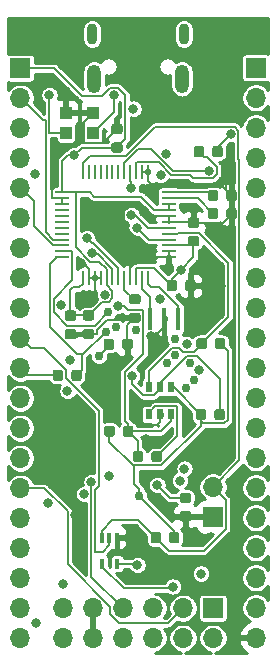
<source format=gbl>
G04 #@! TF.GenerationSoftware,KiCad,Pcbnew,(5.1.5-0-10_14)*
G04 #@! TF.CreationDate,2020-03-27T08:13:01-07:00*
G04 #@! TF.ProjectId,ravenna,72617665-6e6e-4612-9e6b-696361645f70,rev?*
G04 #@! TF.SameCoordinates,Original*
G04 #@! TF.FileFunction,Copper,L4,Bot*
G04 #@! TF.FilePolarity,Positive*
%FSLAX46Y46*%
G04 Gerber Fmt 4.6, Leading zero omitted, Abs format (unit mm)*
G04 Created by KiCad (PCBNEW (5.1.5-0-10_14)) date 2020-03-27 08:13:01*
%MOMM*%
%LPD*%
G04 APERTURE LIST*
%ADD10O,1.700000X1.700000*%
%ADD11R,1.700000X1.700000*%
%ADD12C,0.100000*%
%ADD13R,0.400000X1.900000*%
%ADD14R,1.000000X1.100000*%
%ADD15R,1.200000X0.250000*%
%ADD16R,0.250000X1.200000*%
%ADD17R,0.600000X0.900000*%
%ADD18R,0.400000X0.900000*%
%ADD19O,1.200000X2.400000*%
%ADD20O,0.900000X1.800000*%
%ADD21C,0.800000*%
%ADD22C,0.756400*%
%ADD23C,0.152400*%
%ADD24C,0.203200*%
%ADD25C,0.254000*%
G04 APERTURE END LIST*
D10*
X158445100Y-133954600D03*
X158445100Y-131414600D03*
X158445100Y-128874600D03*
X158445100Y-126334600D03*
X158445100Y-123794600D03*
X158445100Y-121254600D03*
X158445100Y-118714600D03*
X158445100Y-116174600D03*
X158445100Y-113634600D03*
X158445100Y-111094600D03*
X158445100Y-108554600D03*
X158445100Y-106014600D03*
X158445100Y-103474600D03*
X158445100Y-100934600D03*
X158445100Y-98394600D03*
X158445100Y-95854600D03*
X158445100Y-93314600D03*
X158445100Y-90774600D03*
X158445100Y-88234600D03*
D11*
X158445100Y-85694600D03*
D10*
X138506200Y-133985000D03*
X138506200Y-131445000D03*
X138506200Y-128905000D03*
X138506200Y-126365000D03*
X138506200Y-123825000D03*
X138506200Y-121285000D03*
X138506200Y-118745000D03*
X138506200Y-116205000D03*
X138506200Y-113665000D03*
X138506200Y-111125000D03*
X138506200Y-108585000D03*
X138506200Y-106045000D03*
X138506200Y-103505000D03*
X138506200Y-100965000D03*
X138506200Y-98425000D03*
X138506200Y-95885000D03*
X138506200Y-93345000D03*
X138506200Y-90805000D03*
X138506200Y-88265000D03*
D11*
X138506200Y-85725000D03*
G04 #@! TA.AperFunction,SMDPad,CuDef*
D12*
G36*
X154087791Y-108568253D02*
G01*
X154109026Y-108571403D01*
X154129850Y-108576619D01*
X154150062Y-108583851D01*
X154169468Y-108593030D01*
X154187881Y-108604066D01*
X154205124Y-108616854D01*
X154221030Y-108631270D01*
X154235446Y-108647176D01*
X154248234Y-108664419D01*
X154259270Y-108682832D01*
X154268449Y-108702238D01*
X154275681Y-108722450D01*
X154280897Y-108743274D01*
X154284047Y-108764509D01*
X154285100Y-108785950D01*
X154285100Y-109298450D01*
X154284047Y-109319891D01*
X154280897Y-109341126D01*
X154275681Y-109361950D01*
X154268449Y-109382162D01*
X154259270Y-109401568D01*
X154248234Y-109419981D01*
X154235446Y-109437224D01*
X154221030Y-109453130D01*
X154205124Y-109467546D01*
X154187881Y-109480334D01*
X154169468Y-109491370D01*
X154150062Y-109500549D01*
X154129850Y-109507781D01*
X154109026Y-109512997D01*
X154087791Y-109516147D01*
X154066350Y-109517200D01*
X153628850Y-109517200D01*
X153607409Y-109516147D01*
X153586174Y-109512997D01*
X153565350Y-109507781D01*
X153545138Y-109500549D01*
X153525732Y-109491370D01*
X153507319Y-109480334D01*
X153490076Y-109467546D01*
X153474170Y-109453130D01*
X153459754Y-109437224D01*
X153446966Y-109419981D01*
X153435930Y-109401568D01*
X153426751Y-109382162D01*
X153419519Y-109361950D01*
X153414303Y-109341126D01*
X153411153Y-109319891D01*
X153410100Y-109298450D01*
X153410100Y-108785950D01*
X153411153Y-108764509D01*
X153414303Y-108743274D01*
X153419519Y-108722450D01*
X153426751Y-108702238D01*
X153435930Y-108682832D01*
X153446966Y-108664419D01*
X153459754Y-108647176D01*
X153474170Y-108631270D01*
X153490076Y-108616854D01*
X153507319Y-108604066D01*
X153525732Y-108593030D01*
X153545138Y-108583851D01*
X153565350Y-108576619D01*
X153586174Y-108571403D01*
X153607409Y-108568253D01*
X153628850Y-108567200D01*
X154066350Y-108567200D01*
X154087791Y-108568253D01*
G37*
G04 #@! TD.AperFunction*
G04 #@! TA.AperFunction,SMDPad,CuDef*
G36*
X155662791Y-108568253D02*
G01*
X155684026Y-108571403D01*
X155704850Y-108576619D01*
X155725062Y-108583851D01*
X155744468Y-108593030D01*
X155762881Y-108604066D01*
X155780124Y-108616854D01*
X155796030Y-108631270D01*
X155810446Y-108647176D01*
X155823234Y-108664419D01*
X155834270Y-108682832D01*
X155843449Y-108702238D01*
X155850681Y-108722450D01*
X155855897Y-108743274D01*
X155859047Y-108764509D01*
X155860100Y-108785950D01*
X155860100Y-109298450D01*
X155859047Y-109319891D01*
X155855897Y-109341126D01*
X155850681Y-109361950D01*
X155843449Y-109382162D01*
X155834270Y-109401568D01*
X155823234Y-109419981D01*
X155810446Y-109437224D01*
X155796030Y-109453130D01*
X155780124Y-109467546D01*
X155762881Y-109480334D01*
X155744468Y-109491370D01*
X155725062Y-109500549D01*
X155704850Y-109507781D01*
X155684026Y-109512997D01*
X155662791Y-109516147D01*
X155641350Y-109517200D01*
X155203850Y-109517200D01*
X155182409Y-109516147D01*
X155161174Y-109512997D01*
X155140350Y-109507781D01*
X155120138Y-109500549D01*
X155100732Y-109491370D01*
X155082319Y-109480334D01*
X155065076Y-109467546D01*
X155049170Y-109453130D01*
X155034754Y-109437224D01*
X155021966Y-109419981D01*
X155010930Y-109401568D01*
X155001751Y-109382162D01*
X154994519Y-109361950D01*
X154989303Y-109341126D01*
X154986153Y-109319891D01*
X154985100Y-109298450D01*
X154985100Y-108785950D01*
X154986153Y-108764509D01*
X154989303Y-108743274D01*
X154994519Y-108722450D01*
X155001751Y-108702238D01*
X155010930Y-108682832D01*
X155021966Y-108664419D01*
X155034754Y-108647176D01*
X155049170Y-108631270D01*
X155065076Y-108616854D01*
X155082319Y-108604066D01*
X155100732Y-108593030D01*
X155120138Y-108583851D01*
X155140350Y-108576619D01*
X155161174Y-108571403D01*
X155182409Y-108568253D01*
X155203850Y-108567200D01*
X155641350Y-108567200D01*
X155662791Y-108568253D01*
G37*
G04 #@! TD.AperFunction*
G04 #@! TA.AperFunction,SMDPad,CuDef*
G36*
X155434291Y-92312253D02*
G01*
X155455526Y-92315403D01*
X155476350Y-92320619D01*
X155496562Y-92327851D01*
X155515968Y-92337030D01*
X155534381Y-92348066D01*
X155551624Y-92360854D01*
X155567530Y-92375270D01*
X155581946Y-92391176D01*
X155594734Y-92408419D01*
X155605770Y-92426832D01*
X155614949Y-92446238D01*
X155622181Y-92466450D01*
X155627397Y-92487274D01*
X155630547Y-92508509D01*
X155631600Y-92529950D01*
X155631600Y-93042450D01*
X155630547Y-93063891D01*
X155627397Y-93085126D01*
X155622181Y-93105950D01*
X155614949Y-93126162D01*
X155605770Y-93145568D01*
X155594734Y-93163981D01*
X155581946Y-93181224D01*
X155567530Y-93197130D01*
X155551624Y-93211546D01*
X155534381Y-93224334D01*
X155515968Y-93235370D01*
X155496562Y-93244549D01*
X155476350Y-93251781D01*
X155455526Y-93256997D01*
X155434291Y-93260147D01*
X155412850Y-93261200D01*
X154975350Y-93261200D01*
X154953909Y-93260147D01*
X154932674Y-93256997D01*
X154911850Y-93251781D01*
X154891638Y-93244549D01*
X154872232Y-93235370D01*
X154853819Y-93224334D01*
X154836576Y-93211546D01*
X154820670Y-93197130D01*
X154806254Y-93181224D01*
X154793466Y-93163981D01*
X154782430Y-93145568D01*
X154773251Y-93126162D01*
X154766019Y-93105950D01*
X154760803Y-93085126D01*
X154757653Y-93063891D01*
X154756600Y-93042450D01*
X154756600Y-92529950D01*
X154757653Y-92508509D01*
X154760803Y-92487274D01*
X154766019Y-92466450D01*
X154773251Y-92446238D01*
X154782430Y-92426832D01*
X154793466Y-92408419D01*
X154806254Y-92391176D01*
X154820670Y-92375270D01*
X154836576Y-92360854D01*
X154853819Y-92348066D01*
X154872232Y-92337030D01*
X154891638Y-92327851D01*
X154911850Y-92320619D01*
X154932674Y-92315403D01*
X154953909Y-92312253D01*
X154975350Y-92311200D01*
X155412850Y-92311200D01*
X155434291Y-92312253D01*
G37*
G04 #@! TD.AperFunction*
G04 #@! TA.AperFunction,SMDPad,CuDef*
G36*
X153859291Y-92312253D02*
G01*
X153880526Y-92315403D01*
X153901350Y-92320619D01*
X153921562Y-92327851D01*
X153940968Y-92337030D01*
X153959381Y-92348066D01*
X153976624Y-92360854D01*
X153992530Y-92375270D01*
X154006946Y-92391176D01*
X154019734Y-92408419D01*
X154030770Y-92426832D01*
X154039949Y-92446238D01*
X154047181Y-92466450D01*
X154052397Y-92487274D01*
X154055547Y-92508509D01*
X154056600Y-92529950D01*
X154056600Y-93042450D01*
X154055547Y-93063891D01*
X154052397Y-93085126D01*
X154047181Y-93105950D01*
X154039949Y-93126162D01*
X154030770Y-93145568D01*
X154019734Y-93163981D01*
X154006946Y-93181224D01*
X153992530Y-93197130D01*
X153976624Y-93211546D01*
X153959381Y-93224334D01*
X153940968Y-93235370D01*
X153921562Y-93244549D01*
X153901350Y-93251781D01*
X153880526Y-93256997D01*
X153859291Y-93260147D01*
X153837850Y-93261200D01*
X153400350Y-93261200D01*
X153378909Y-93260147D01*
X153357674Y-93256997D01*
X153336850Y-93251781D01*
X153316638Y-93244549D01*
X153297232Y-93235370D01*
X153278819Y-93224334D01*
X153261576Y-93211546D01*
X153245670Y-93197130D01*
X153231254Y-93181224D01*
X153218466Y-93163981D01*
X153207430Y-93145568D01*
X153198251Y-93126162D01*
X153191019Y-93105950D01*
X153185803Y-93085126D01*
X153182653Y-93063891D01*
X153181600Y-93042450D01*
X153181600Y-92529950D01*
X153182653Y-92508509D01*
X153185803Y-92487274D01*
X153191019Y-92466450D01*
X153198251Y-92446238D01*
X153207430Y-92426832D01*
X153218466Y-92408419D01*
X153231254Y-92391176D01*
X153245670Y-92375270D01*
X153261576Y-92360854D01*
X153278819Y-92348066D01*
X153297232Y-92337030D01*
X153316638Y-92327851D01*
X153336850Y-92320619D01*
X153357674Y-92315403D01*
X153378909Y-92312253D01*
X153400350Y-92311200D01*
X153837850Y-92311200D01*
X153859291Y-92312253D01*
G37*
G04 #@! TD.AperFunction*
G04 #@! TA.AperFunction,SMDPad,CuDef*
G36*
X150278191Y-118144053D02*
G01*
X150299426Y-118147203D01*
X150320250Y-118152419D01*
X150340462Y-118159651D01*
X150359868Y-118168830D01*
X150378281Y-118179866D01*
X150395524Y-118192654D01*
X150411430Y-118207070D01*
X150425846Y-118222976D01*
X150438634Y-118240219D01*
X150449670Y-118258632D01*
X150458849Y-118278038D01*
X150466081Y-118298250D01*
X150471297Y-118319074D01*
X150474447Y-118340309D01*
X150475500Y-118361750D01*
X150475500Y-118874250D01*
X150474447Y-118895691D01*
X150471297Y-118916926D01*
X150466081Y-118937750D01*
X150458849Y-118957962D01*
X150449670Y-118977368D01*
X150438634Y-118995781D01*
X150425846Y-119013024D01*
X150411430Y-119028930D01*
X150395524Y-119043346D01*
X150378281Y-119056134D01*
X150359868Y-119067170D01*
X150340462Y-119076349D01*
X150320250Y-119083581D01*
X150299426Y-119088797D01*
X150278191Y-119091947D01*
X150256750Y-119093000D01*
X149819250Y-119093000D01*
X149797809Y-119091947D01*
X149776574Y-119088797D01*
X149755750Y-119083581D01*
X149735538Y-119076349D01*
X149716132Y-119067170D01*
X149697719Y-119056134D01*
X149680476Y-119043346D01*
X149664570Y-119028930D01*
X149650154Y-119013024D01*
X149637366Y-118995781D01*
X149626330Y-118977368D01*
X149617151Y-118957962D01*
X149609919Y-118937750D01*
X149604703Y-118916926D01*
X149601553Y-118895691D01*
X149600500Y-118874250D01*
X149600500Y-118361750D01*
X149601553Y-118340309D01*
X149604703Y-118319074D01*
X149609919Y-118298250D01*
X149617151Y-118278038D01*
X149626330Y-118258632D01*
X149637366Y-118240219D01*
X149650154Y-118222976D01*
X149664570Y-118207070D01*
X149680476Y-118192654D01*
X149697719Y-118179866D01*
X149716132Y-118168830D01*
X149735538Y-118159651D01*
X149755750Y-118152419D01*
X149776574Y-118147203D01*
X149797809Y-118144053D01*
X149819250Y-118143000D01*
X150256750Y-118143000D01*
X150278191Y-118144053D01*
G37*
G04 #@! TD.AperFunction*
G04 #@! TA.AperFunction,SMDPad,CuDef*
G36*
X148703191Y-118144053D02*
G01*
X148724426Y-118147203D01*
X148745250Y-118152419D01*
X148765462Y-118159651D01*
X148784868Y-118168830D01*
X148803281Y-118179866D01*
X148820524Y-118192654D01*
X148836430Y-118207070D01*
X148850846Y-118222976D01*
X148863634Y-118240219D01*
X148874670Y-118258632D01*
X148883849Y-118278038D01*
X148891081Y-118298250D01*
X148896297Y-118319074D01*
X148899447Y-118340309D01*
X148900500Y-118361750D01*
X148900500Y-118874250D01*
X148899447Y-118895691D01*
X148896297Y-118916926D01*
X148891081Y-118937750D01*
X148883849Y-118957962D01*
X148874670Y-118977368D01*
X148863634Y-118995781D01*
X148850846Y-119013024D01*
X148836430Y-119028930D01*
X148820524Y-119043346D01*
X148803281Y-119056134D01*
X148784868Y-119067170D01*
X148765462Y-119076349D01*
X148745250Y-119083581D01*
X148724426Y-119088797D01*
X148703191Y-119091947D01*
X148681750Y-119093000D01*
X148244250Y-119093000D01*
X148222809Y-119091947D01*
X148201574Y-119088797D01*
X148180750Y-119083581D01*
X148160538Y-119076349D01*
X148141132Y-119067170D01*
X148122719Y-119056134D01*
X148105476Y-119043346D01*
X148089570Y-119028930D01*
X148075154Y-119013024D01*
X148062366Y-118995781D01*
X148051330Y-118977368D01*
X148042151Y-118957962D01*
X148034919Y-118937750D01*
X148029703Y-118916926D01*
X148026553Y-118895691D01*
X148025500Y-118874250D01*
X148025500Y-118361750D01*
X148026553Y-118340309D01*
X148029703Y-118319074D01*
X148034919Y-118298250D01*
X148042151Y-118278038D01*
X148051330Y-118258632D01*
X148062366Y-118240219D01*
X148075154Y-118222976D01*
X148089570Y-118207070D01*
X148105476Y-118192654D01*
X148122719Y-118179866D01*
X148141132Y-118168830D01*
X148160538Y-118159651D01*
X148180750Y-118152419D01*
X148201574Y-118147203D01*
X148222809Y-118144053D01*
X148244250Y-118143000D01*
X148681750Y-118143000D01*
X148703191Y-118144053D01*
G37*
G04 #@! TD.AperFunction*
G04 #@! TA.AperFunction,SMDPad,CuDef*
G36*
X148486691Y-104846353D02*
G01*
X148507926Y-104849503D01*
X148528750Y-104854719D01*
X148548962Y-104861951D01*
X148568368Y-104871130D01*
X148586781Y-104882166D01*
X148604024Y-104894954D01*
X148619930Y-104909370D01*
X148634346Y-104925276D01*
X148647134Y-104942519D01*
X148658170Y-104960932D01*
X148667349Y-104980338D01*
X148674581Y-105000550D01*
X148679797Y-105021374D01*
X148682947Y-105042609D01*
X148684000Y-105064050D01*
X148684000Y-105501550D01*
X148682947Y-105522991D01*
X148679797Y-105544226D01*
X148674581Y-105565050D01*
X148667349Y-105585262D01*
X148658170Y-105604668D01*
X148647134Y-105623081D01*
X148634346Y-105640324D01*
X148619930Y-105656230D01*
X148604024Y-105670646D01*
X148586781Y-105683434D01*
X148568368Y-105694470D01*
X148548962Y-105703649D01*
X148528750Y-105710881D01*
X148507926Y-105716097D01*
X148486691Y-105719247D01*
X148465250Y-105720300D01*
X147952750Y-105720300D01*
X147931309Y-105719247D01*
X147910074Y-105716097D01*
X147889250Y-105710881D01*
X147869038Y-105703649D01*
X147849632Y-105694470D01*
X147831219Y-105683434D01*
X147813976Y-105670646D01*
X147798070Y-105656230D01*
X147783654Y-105640324D01*
X147770866Y-105623081D01*
X147759830Y-105604668D01*
X147750651Y-105585262D01*
X147743419Y-105565050D01*
X147738203Y-105544226D01*
X147735053Y-105522991D01*
X147734000Y-105501550D01*
X147734000Y-105064050D01*
X147735053Y-105042609D01*
X147738203Y-105021374D01*
X147743419Y-105000550D01*
X147750651Y-104980338D01*
X147759830Y-104960932D01*
X147770866Y-104942519D01*
X147783654Y-104925276D01*
X147798070Y-104909370D01*
X147813976Y-104894954D01*
X147831219Y-104882166D01*
X147849632Y-104871130D01*
X147869038Y-104861951D01*
X147889250Y-104854719D01*
X147910074Y-104849503D01*
X147931309Y-104846353D01*
X147952750Y-104845300D01*
X148465250Y-104845300D01*
X148486691Y-104846353D01*
G37*
G04 #@! TD.AperFunction*
G04 #@! TA.AperFunction,SMDPad,CuDef*
G36*
X148486691Y-106421353D02*
G01*
X148507926Y-106424503D01*
X148528750Y-106429719D01*
X148548962Y-106436951D01*
X148568368Y-106446130D01*
X148586781Y-106457166D01*
X148604024Y-106469954D01*
X148619930Y-106484370D01*
X148634346Y-106500276D01*
X148647134Y-106517519D01*
X148658170Y-106535932D01*
X148667349Y-106555338D01*
X148674581Y-106575550D01*
X148679797Y-106596374D01*
X148682947Y-106617609D01*
X148684000Y-106639050D01*
X148684000Y-107076550D01*
X148682947Y-107097991D01*
X148679797Y-107119226D01*
X148674581Y-107140050D01*
X148667349Y-107160262D01*
X148658170Y-107179668D01*
X148647134Y-107198081D01*
X148634346Y-107215324D01*
X148619930Y-107231230D01*
X148604024Y-107245646D01*
X148586781Y-107258434D01*
X148568368Y-107269470D01*
X148548962Y-107278649D01*
X148528750Y-107285881D01*
X148507926Y-107291097D01*
X148486691Y-107294247D01*
X148465250Y-107295300D01*
X147952750Y-107295300D01*
X147931309Y-107294247D01*
X147910074Y-107291097D01*
X147889250Y-107285881D01*
X147869038Y-107278649D01*
X147849632Y-107269470D01*
X147831219Y-107258434D01*
X147813976Y-107245646D01*
X147798070Y-107231230D01*
X147783654Y-107215324D01*
X147770866Y-107198081D01*
X147759830Y-107179668D01*
X147750651Y-107160262D01*
X147743419Y-107140050D01*
X147738203Y-107119226D01*
X147735053Y-107097991D01*
X147734000Y-107076550D01*
X147734000Y-106639050D01*
X147735053Y-106617609D01*
X147738203Y-106596374D01*
X147743419Y-106575550D01*
X147750651Y-106555338D01*
X147759830Y-106535932D01*
X147770866Y-106517519D01*
X147783654Y-106500276D01*
X147798070Y-106484370D01*
X147813976Y-106469954D01*
X147831219Y-106457166D01*
X147849632Y-106446130D01*
X147869038Y-106436951D01*
X147889250Y-106429719D01*
X147910074Y-106424503D01*
X147931309Y-106421353D01*
X147952750Y-106420300D01*
X148465250Y-106420300D01*
X148486691Y-106421353D01*
G37*
G04 #@! TD.AperFunction*
G04 #@! TA.AperFunction,SMDPad,CuDef*
G36*
X151573191Y-103666053D02*
G01*
X151594426Y-103669203D01*
X151615250Y-103674419D01*
X151635462Y-103681651D01*
X151654868Y-103690830D01*
X151673281Y-103701866D01*
X151690524Y-103714654D01*
X151706430Y-103729070D01*
X151720846Y-103744976D01*
X151733634Y-103762219D01*
X151744670Y-103780632D01*
X151753849Y-103800038D01*
X151761081Y-103820250D01*
X151766297Y-103841074D01*
X151769447Y-103862309D01*
X151770500Y-103883750D01*
X151770500Y-104396250D01*
X151769447Y-104417691D01*
X151766297Y-104438926D01*
X151761081Y-104459750D01*
X151753849Y-104479962D01*
X151744670Y-104499368D01*
X151733634Y-104517781D01*
X151720846Y-104535024D01*
X151706430Y-104550930D01*
X151690524Y-104565346D01*
X151673281Y-104578134D01*
X151654868Y-104589170D01*
X151635462Y-104598349D01*
X151615250Y-104605581D01*
X151594426Y-104610797D01*
X151573191Y-104613947D01*
X151551750Y-104615000D01*
X151114250Y-104615000D01*
X151092809Y-104613947D01*
X151071574Y-104610797D01*
X151050750Y-104605581D01*
X151030538Y-104598349D01*
X151011132Y-104589170D01*
X150992719Y-104578134D01*
X150975476Y-104565346D01*
X150959570Y-104550930D01*
X150945154Y-104535024D01*
X150932366Y-104517781D01*
X150921330Y-104499368D01*
X150912151Y-104479962D01*
X150904919Y-104459750D01*
X150899703Y-104438926D01*
X150896553Y-104417691D01*
X150895500Y-104396250D01*
X150895500Y-103883750D01*
X150896553Y-103862309D01*
X150899703Y-103841074D01*
X150904919Y-103820250D01*
X150912151Y-103800038D01*
X150921330Y-103780632D01*
X150932366Y-103762219D01*
X150945154Y-103744976D01*
X150959570Y-103729070D01*
X150975476Y-103714654D01*
X150992719Y-103701866D01*
X151011132Y-103690830D01*
X151030538Y-103681651D01*
X151050750Y-103674419D01*
X151071574Y-103669203D01*
X151092809Y-103666053D01*
X151114250Y-103665000D01*
X151551750Y-103665000D01*
X151573191Y-103666053D01*
G37*
G04 #@! TD.AperFunction*
G04 #@! TA.AperFunction,SMDPad,CuDef*
G36*
X153148191Y-103666053D02*
G01*
X153169426Y-103669203D01*
X153190250Y-103674419D01*
X153210462Y-103681651D01*
X153229868Y-103690830D01*
X153248281Y-103701866D01*
X153265524Y-103714654D01*
X153281430Y-103729070D01*
X153295846Y-103744976D01*
X153308634Y-103762219D01*
X153319670Y-103780632D01*
X153328849Y-103800038D01*
X153336081Y-103820250D01*
X153341297Y-103841074D01*
X153344447Y-103862309D01*
X153345500Y-103883750D01*
X153345500Y-104396250D01*
X153344447Y-104417691D01*
X153341297Y-104438926D01*
X153336081Y-104459750D01*
X153328849Y-104479962D01*
X153319670Y-104499368D01*
X153308634Y-104517781D01*
X153295846Y-104535024D01*
X153281430Y-104550930D01*
X153265524Y-104565346D01*
X153248281Y-104578134D01*
X153229868Y-104589170D01*
X153210462Y-104598349D01*
X153190250Y-104605581D01*
X153169426Y-104610797D01*
X153148191Y-104613947D01*
X153126750Y-104615000D01*
X152689250Y-104615000D01*
X152667809Y-104613947D01*
X152646574Y-104610797D01*
X152625750Y-104605581D01*
X152605538Y-104598349D01*
X152586132Y-104589170D01*
X152567719Y-104578134D01*
X152550476Y-104565346D01*
X152534570Y-104550930D01*
X152520154Y-104535024D01*
X152507366Y-104517781D01*
X152496330Y-104499368D01*
X152487151Y-104479962D01*
X152479919Y-104459750D01*
X152474703Y-104438926D01*
X152471553Y-104417691D01*
X152470500Y-104396250D01*
X152470500Y-103883750D01*
X152471553Y-103862309D01*
X152474703Y-103841074D01*
X152479919Y-103820250D01*
X152487151Y-103800038D01*
X152496330Y-103780632D01*
X152507366Y-103762219D01*
X152520154Y-103744976D01*
X152534570Y-103729070D01*
X152550476Y-103714654D01*
X152567719Y-103701866D01*
X152586132Y-103690830D01*
X152605538Y-103681651D01*
X152625750Y-103674419D01*
X152646574Y-103669203D01*
X152667809Y-103666053D01*
X152689250Y-103665000D01*
X153126750Y-103665000D01*
X153148191Y-103666053D01*
G37*
G04 #@! TD.AperFunction*
G04 #@! TA.AperFunction,SMDPad,CuDef*
G36*
X146962691Y-90444553D02*
G01*
X146983926Y-90447703D01*
X147004750Y-90452919D01*
X147024962Y-90460151D01*
X147044368Y-90469330D01*
X147062781Y-90480366D01*
X147080024Y-90493154D01*
X147095930Y-90507570D01*
X147110346Y-90523476D01*
X147123134Y-90540719D01*
X147134170Y-90559132D01*
X147143349Y-90578538D01*
X147150581Y-90598750D01*
X147155797Y-90619574D01*
X147158947Y-90640809D01*
X147160000Y-90662250D01*
X147160000Y-91099750D01*
X147158947Y-91121191D01*
X147155797Y-91142426D01*
X147150581Y-91163250D01*
X147143349Y-91183462D01*
X147134170Y-91202868D01*
X147123134Y-91221281D01*
X147110346Y-91238524D01*
X147095930Y-91254430D01*
X147080024Y-91268846D01*
X147062781Y-91281634D01*
X147044368Y-91292670D01*
X147024962Y-91301849D01*
X147004750Y-91309081D01*
X146983926Y-91314297D01*
X146962691Y-91317447D01*
X146941250Y-91318500D01*
X146428750Y-91318500D01*
X146407309Y-91317447D01*
X146386074Y-91314297D01*
X146365250Y-91309081D01*
X146345038Y-91301849D01*
X146325632Y-91292670D01*
X146307219Y-91281634D01*
X146289976Y-91268846D01*
X146274070Y-91254430D01*
X146259654Y-91238524D01*
X146246866Y-91221281D01*
X146235830Y-91202868D01*
X146226651Y-91183462D01*
X146219419Y-91163250D01*
X146214203Y-91142426D01*
X146211053Y-91121191D01*
X146210000Y-91099750D01*
X146210000Y-90662250D01*
X146211053Y-90640809D01*
X146214203Y-90619574D01*
X146219419Y-90598750D01*
X146226651Y-90578538D01*
X146235830Y-90559132D01*
X146246866Y-90540719D01*
X146259654Y-90523476D01*
X146274070Y-90507570D01*
X146289976Y-90493154D01*
X146307219Y-90480366D01*
X146325632Y-90469330D01*
X146345038Y-90460151D01*
X146365250Y-90452919D01*
X146386074Y-90447703D01*
X146407309Y-90444553D01*
X146428750Y-90443500D01*
X146941250Y-90443500D01*
X146962691Y-90444553D01*
G37*
G04 #@! TD.AperFunction*
G04 #@! TA.AperFunction,SMDPad,CuDef*
G36*
X146962691Y-92019553D02*
G01*
X146983926Y-92022703D01*
X147004750Y-92027919D01*
X147024962Y-92035151D01*
X147044368Y-92044330D01*
X147062781Y-92055366D01*
X147080024Y-92068154D01*
X147095930Y-92082570D01*
X147110346Y-92098476D01*
X147123134Y-92115719D01*
X147134170Y-92134132D01*
X147143349Y-92153538D01*
X147150581Y-92173750D01*
X147155797Y-92194574D01*
X147158947Y-92215809D01*
X147160000Y-92237250D01*
X147160000Y-92674750D01*
X147158947Y-92696191D01*
X147155797Y-92717426D01*
X147150581Y-92738250D01*
X147143349Y-92758462D01*
X147134170Y-92777868D01*
X147123134Y-92796281D01*
X147110346Y-92813524D01*
X147095930Y-92829430D01*
X147080024Y-92843846D01*
X147062781Y-92856634D01*
X147044368Y-92867670D01*
X147024962Y-92876849D01*
X147004750Y-92884081D01*
X146983926Y-92889297D01*
X146962691Y-92892447D01*
X146941250Y-92893500D01*
X146428750Y-92893500D01*
X146407309Y-92892447D01*
X146386074Y-92889297D01*
X146365250Y-92884081D01*
X146345038Y-92876849D01*
X146325632Y-92867670D01*
X146307219Y-92856634D01*
X146289976Y-92843846D01*
X146274070Y-92829430D01*
X146259654Y-92813524D01*
X146246866Y-92796281D01*
X146235830Y-92777868D01*
X146226651Y-92758462D01*
X146219419Y-92738250D01*
X146214203Y-92717426D01*
X146211053Y-92696191D01*
X146210000Y-92674750D01*
X146210000Y-92237250D01*
X146211053Y-92215809D01*
X146214203Y-92194574D01*
X146219419Y-92173750D01*
X146226651Y-92153538D01*
X146235830Y-92134132D01*
X146246866Y-92115719D01*
X146259654Y-92098476D01*
X146274070Y-92082570D01*
X146289976Y-92068154D01*
X146307219Y-92055366D01*
X146325632Y-92044330D01*
X146345038Y-92035151D01*
X146365250Y-92027919D01*
X146386074Y-92022703D01*
X146407309Y-92019553D01*
X146428750Y-92018500D01*
X146941250Y-92018500D01*
X146962691Y-92019553D01*
G37*
G04 #@! TD.AperFunction*
G04 #@! TA.AperFunction,SMDPad,CuDef*
G36*
X153439691Y-98369553D02*
G01*
X153460926Y-98372703D01*
X153481750Y-98377919D01*
X153501962Y-98385151D01*
X153521368Y-98394330D01*
X153539781Y-98405366D01*
X153557024Y-98418154D01*
X153572930Y-98432570D01*
X153587346Y-98448476D01*
X153600134Y-98465719D01*
X153611170Y-98484132D01*
X153620349Y-98503538D01*
X153627581Y-98523750D01*
X153632797Y-98544574D01*
X153635947Y-98565809D01*
X153637000Y-98587250D01*
X153637000Y-99024750D01*
X153635947Y-99046191D01*
X153632797Y-99067426D01*
X153627581Y-99088250D01*
X153620349Y-99108462D01*
X153611170Y-99127868D01*
X153600134Y-99146281D01*
X153587346Y-99163524D01*
X153572930Y-99179430D01*
X153557024Y-99193846D01*
X153539781Y-99206634D01*
X153521368Y-99217670D01*
X153501962Y-99226849D01*
X153481750Y-99234081D01*
X153460926Y-99239297D01*
X153439691Y-99242447D01*
X153418250Y-99243500D01*
X152905750Y-99243500D01*
X152884309Y-99242447D01*
X152863074Y-99239297D01*
X152842250Y-99234081D01*
X152822038Y-99226849D01*
X152802632Y-99217670D01*
X152784219Y-99206634D01*
X152766976Y-99193846D01*
X152751070Y-99179430D01*
X152736654Y-99163524D01*
X152723866Y-99146281D01*
X152712830Y-99127868D01*
X152703651Y-99108462D01*
X152696419Y-99088250D01*
X152691203Y-99067426D01*
X152688053Y-99046191D01*
X152687000Y-99024750D01*
X152687000Y-98587250D01*
X152688053Y-98565809D01*
X152691203Y-98544574D01*
X152696419Y-98523750D01*
X152703651Y-98503538D01*
X152712830Y-98484132D01*
X152723866Y-98465719D01*
X152736654Y-98448476D01*
X152751070Y-98432570D01*
X152766976Y-98418154D01*
X152784219Y-98405366D01*
X152802632Y-98394330D01*
X152822038Y-98385151D01*
X152842250Y-98377919D01*
X152863074Y-98372703D01*
X152884309Y-98369553D01*
X152905750Y-98368500D01*
X153418250Y-98368500D01*
X153439691Y-98369553D01*
G37*
G04 #@! TD.AperFunction*
G04 #@! TA.AperFunction,SMDPad,CuDef*
G36*
X153439691Y-99944553D02*
G01*
X153460926Y-99947703D01*
X153481750Y-99952919D01*
X153501962Y-99960151D01*
X153521368Y-99969330D01*
X153539781Y-99980366D01*
X153557024Y-99993154D01*
X153572930Y-100007570D01*
X153587346Y-100023476D01*
X153600134Y-100040719D01*
X153611170Y-100059132D01*
X153620349Y-100078538D01*
X153627581Y-100098750D01*
X153632797Y-100119574D01*
X153635947Y-100140809D01*
X153637000Y-100162250D01*
X153637000Y-100599750D01*
X153635947Y-100621191D01*
X153632797Y-100642426D01*
X153627581Y-100663250D01*
X153620349Y-100683462D01*
X153611170Y-100702868D01*
X153600134Y-100721281D01*
X153587346Y-100738524D01*
X153572930Y-100754430D01*
X153557024Y-100768846D01*
X153539781Y-100781634D01*
X153521368Y-100792670D01*
X153501962Y-100801849D01*
X153481750Y-100809081D01*
X153460926Y-100814297D01*
X153439691Y-100817447D01*
X153418250Y-100818500D01*
X152905750Y-100818500D01*
X152884309Y-100817447D01*
X152863074Y-100814297D01*
X152842250Y-100809081D01*
X152822038Y-100801849D01*
X152802632Y-100792670D01*
X152784219Y-100781634D01*
X152766976Y-100768846D01*
X152751070Y-100754430D01*
X152736654Y-100738524D01*
X152723866Y-100721281D01*
X152712830Y-100702868D01*
X152703651Y-100683462D01*
X152696419Y-100663250D01*
X152691203Y-100642426D01*
X152688053Y-100621191D01*
X152687000Y-100599750D01*
X152687000Y-100162250D01*
X152688053Y-100140809D01*
X152691203Y-100119574D01*
X152696419Y-100098750D01*
X152703651Y-100078538D01*
X152712830Y-100059132D01*
X152723866Y-100040719D01*
X152736654Y-100023476D01*
X152751070Y-100007570D01*
X152766976Y-99993154D01*
X152784219Y-99980366D01*
X152802632Y-99969330D01*
X152822038Y-99960151D01*
X152842250Y-99952919D01*
X152863074Y-99947703D01*
X152884309Y-99944553D01*
X152905750Y-99943500D01*
X153418250Y-99943500D01*
X153439691Y-99944553D01*
G37*
G04 #@! TD.AperFunction*
G04 #@! TA.AperFunction,SMDPad,CuDef*
G36*
X147814191Y-108619053D02*
G01*
X147835426Y-108622203D01*
X147856250Y-108627419D01*
X147876462Y-108634651D01*
X147895868Y-108643830D01*
X147914281Y-108654866D01*
X147931524Y-108667654D01*
X147947430Y-108682070D01*
X147961846Y-108697976D01*
X147974634Y-108715219D01*
X147985670Y-108733632D01*
X147994849Y-108753038D01*
X148002081Y-108773250D01*
X148007297Y-108794074D01*
X148010447Y-108815309D01*
X148011500Y-108836750D01*
X148011500Y-109349250D01*
X148010447Y-109370691D01*
X148007297Y-109391926D01*
X148002081Y-109412750D01*
X147994849Y-109432962D01*
X147985670Y-109452368D01*
X147974634Y-109470781D01*
X147961846Y-109488024D01*
X147947430Y-109503930D01*
X147931524Y-109518346D01*
X147914281Y-109531134D01*
X147895868Y-109542170D01*
X147876462Y-109551349D01*
X147856250Y-109558581D01*
X147835426Y-109563797D01*
X147814191Y-109566947D01*
X147792750Y-109568000D01*
X147355250Y-109568000D01*
X147333809Y-109566947D01*
X147312574Y-109563797D01*
X147291750Y-109558581D01*
X147271538Y-109551349D01*
X147252132Y-109542170D01*
X147233719Y-109531134D01*
X147216476Y-109518346D01*
X147200570Y-109503930D01*
X147186154Y-109488024D01*
X147173366Y-109470781D01*
X147162330Y-109452368D01*
X147153151Y-109432962D01*
X147145919Y-109412750D01*
X147140703Y-109391926D01*
X147137553Y-109370691D01*
X147136500Y-109349250D01*
X147136500Y-108836750D01*
X147137553Y-108815309D01*
X147140703Y-108794074D01*
X147145919Y-108773250D01*
X147153151Y-108753038D01*
X147162330Y-108733632D01*
X147173366Y-108715219D01*
X147186154Y-108697976D01*
X147200570Y-108682070D01*
X147216476Y-108667654D01*
X147233719Y-108654866D01*
X147252132Y-108643830D01*
X147271538Y-108634651D01*
X147291750Y-108627419D01*
X147312574Y-108622203D01*
X147333809Y-108619053D01*
X147355250Y-108618000D01*
X147792750Y-108618000D01*
X147814191Y-108619053D01*
G37*
G04 #@! TD.AperFunction*
G04 #@! TA.AperFunction,SMDPad,CuDef*
G36*
X146239191Y-108619053D02*
G01*
X146260426Y-108622203D01*
X146281250Y-108627419D01*
X146301462Y-108634651D01*
X146320868Y-108643830D01*
X146339281Y-108654866D01*
X146356524Y-108667654D01*
X146372430Y-108682070D01*
X146386846Y-108697976D01*
X146399634Y-108715219D01*
X146410670Y-108733632D01*
X146419849Y-108753038D01*
X146427081Y-108773250D01*
X146432297Y-108794074D01*
X146435447Y-108815309D01*
X146436500Y-108836750D01*
X146436500Y-109349250D01*
X146435447Y-109370691D01*
X146432297Y-109391926D01*
X146427081Y-109412750D01*
X146419849Y-109432962D01*
X146410670Y-109452368D01*
X146399634Y-109470781D01*
X146386846Y-109488024D01*
X146372430Y-109503930D01*
X146356524Y-109518346D01*
X146339281Y-109531134D01*
X146320868Y-109542170D01*
X146301462Y-109551349D01*
X146281250Y-109558581D01*
X146260426Y-109563797D01*
X146239191Y-109566947D01*
X146217750Y-109568000D01*
X145780250Y-109568000D01*
X145758809Y-109566947D01*
X145737574Y-109563797D01*
X145716750Y-109558581D01*
X145696538Y-109551349D01*
X145677132Y-109542170D01*
X145658719Y-109531134D01*
X145641476Y-109518346D01*
X145625570Y-109503930D01*
X145611154Y-109488024D01*
X145598366Y-109470781D01*
X145587330Y-109452368D01*
X145578151Y-109432962D01*
X145570919Y-109412750D01*
X145565703Y-109391926D01*
X145562553Y-109370691D01*
X145561500Y-109349250D01*
X145561500Y-108836750D01*
X145562553Y-108815309D01*
X145565703Y-108794074D01*
X145570919Y-108773250D01*
X145578151Y-108753038D01*
X145587330Y-108733632D01*
X145598366Y-108715219D01*
X145611154Y-108697976D01*
X145625570Y-108682070D01*
X145641476Y-108667654D01*
X145658719Y-108654866D01*
X145677132Y-108643830D01*
X145696538Y-108634651D01*
X145716750Y-108627419D01*
X145737574Y-108622203D01*
X145758809Y-108619053D01*
X145780250Y-108618000D01*
X146217750Y-108618000D01*
X146239191Y-108619053D01*
G37*
G04 #@! TD.AperFunction*
G04 #@! TA.AperFunction,SMDPad,CuDef*
G36*
X143025691Y-107818553D02*
G01*
X143046926Y-107821703D01*
X143067750Y-107826919D01*
X143087962Y-107834151D01*
X143107368Y-107843330D01*
X143125781Y-107854366D01*
X143143024Y-107867154D01*
X143158930Y-107881570D01*
X143173346Y-107897476D01*
X143186134Y-107914719D01*
X143197170Y-107933132D01*
X143206349Y-107952538D01*
X143213581Y-107972750D01*
X143218797Y-107993574D01*
X143221947Y-108014809D01*
X143223000Y-108036250D01*
X143223000Y-108473750D01*
X143221947Y-108495191D01*
X143218797Y-108516426D01*
X143213581Y-108537250D01*
X143206349Y-108557462D01*
X143197170Y-108576868D01*
X143186134Y-108595281D01*
X143173346Y-108612524D01*
X143158930Y-108628430D01*
X143143024Y-108642846D01*
X143125781Y-108655634D01*
X143107368Y-108666670D01*
X143087962Y-108675849D01*
X143067750Y-108683081D01*
X143046926Y-108688297D01*
X143025691Y-108691447D01*
X143004250Y-108692500D01*
X142491750Y-108692500D01*
X142470309Y-108691447D01*
X142449074Y-108688297D01*
X142428250Y-108683081D01*
X142408038Y-108675849D01*
X142388632Y-108666670D01*
X142370219Y-108655634D01*
X142352976Y-108642846D01*
X142337070Y-108628430D01*
X142322654Y-108612524D01*
X142309866Y-108595281D01*
X142298830Y-108576868D01*
X142289651Y-108557462D01*
X142282419Y-108537250D01*
X142277203Y-108516426D01*
X142274053Y-108495191D01*
X142273000Y-108473750D01*
X142273000Y-108036250D01*
X142274053Y-108014809D01*
X142277203Y-107993574D01*
X142282419Y-107972750D01*
X142289651Y-107952538D01*
X142298830Y-107933132D01*
X142309866Y-107914719D01*
X142322654Y-107897476D01*
X142337070Y-107881570D01*
X142352976Y-107867154D01*
X142370219Y-107854366D01*
X142388632Y-107843330D01*
X142408038Y-107834151D01*
X142428250Y-107826919D01*
X142449074Y-107821703D01*
X142470309Y-107818553D01*
X142491750Y-107817500D01*
X143004250Y-107817500D01*
X143025691Y-107818553D01*
G37*
G04 #@! TD.AperFunction*
G04 #@! TA.AperFunction,SMDPad,CuDef*
G36*
X143025691Y-106243553D02*
G01*
X143046926Y-106246703D01*
X143067750Y-106251919D01*
X143087962Y-106259151D01*
X143107368Y-106268330D01*
X143125781Y-106279366D01*
X143143024Y-106292154D01*
X143158930Y-106306570D01*
X143173346Y-106322476D01*
X143186134Y-106339719D01*
X143197170Y-106358132D01*
X143206349Y-106377538D01*
X143213581Y-106397750D01*
X143218797Y-106418574D01*
X143221947Y-106439809D01*
X143223000Y-106461250D01*
X143223000Y-106898750D01*
X143221947Y-106920191D01*
X143218797Y-106941426D01*
X143213581Y-106962250D01*
X143206349Y-106982462D01*
X143197170Y-107001868D01*
X143186134Y-107020281D01*
X143173346Y-107037524D01*
X143158930Y-107053430D01*
X143143024Y-107067846D01*
X143125781Y-107080634D01*
X143107368Y-107091670D01*
X143087962Y-107100849D01*
X143067750Y-107108081D01*
X143046926Y-107113297D01*
X143025691Y-107116447D01*
X143004250Y-107117500D01*
X142491750Y-107117500D01*
X142470309Y-107116447D01*
X142449074Y-107113297D01*
X142428250Y-107108081D01*
X142408038Y-107100849D01*
X142388632Y-107091670D01*
X142370219Y-107080634D01*
X142352976Y-107067846D01*
X142337070Y-107053430D01*
X142322654Y-107037524D01*
X142309866Y-107020281D01*
X142298830Y-107001868D01*
X142289651Y-106982462D01*
X142282419Y-106962250D01*
X142277203Y-106941426D01*
X142274053Y-106920191D01*
X142273000Y-106898750D01*
X142273000Y-106461250D01*
X142274053Y-106439809D01*
X142277203Y-106418574D01*
X142282419Y-106397750D01*
X142289651Y-106377538D01*
X142298830Y-106358132D01*
X142309866Y-106339719D01*
X142322654Y-106322476D01*
X142337070Y-106306570D01*
X142352976Y-106292154D01*
X142370219Y-106279366D01*
X142388632Y-106268330D01*
X142408038Y-106259151D01*
X142428250Y-106251919D01*
X142449074Y-106246703D01*
X142470309Y-106243553D01*
X142491750Y-106242500D01*
X143004250Y-106242500D01*
X143025691Y-106243553D01*
G37*
G04 #@! TD.AperFunction*
G04 #@! TA.AperFunction,SMDPad,CuDef*
G36*
X144549691Y-107793053D02*
G01*
X144570926Y-107796203D01*
X144591750Y-107801419D01*
X144611962Y-107808651D01*
X144631368Y-107817830D01*
X144649781Y-107828866D01*
X144667024Y-107841654D01*
X144682930Y-107856070D01*
X144697346Y-107871976D01*
X144710134Y-107889219D01*
X144721170Y-107907632D01*
X144730349Y-107927038D01*
X144737581Y-107947250D01*
X144742797Y-107968074D01*
X144745947Y-107989309D01*
X144747000Y-108010750D01*
X144747000Y-108448250D01*
X144745947Y-108469691D01*
X144742797Y-108490926D01*
X144737581Y-108511750D01*
X144730349Y-108531962D01*
X144721170Y-108551368D01*
X144710134Y-108569781D01*
X144697346Y-108587024D01*
X144682930Y-108602930D01*
X144667024Y-108617346D01*
X144649781Y-108630134D01*
X144631368Y-108641170D01*
X144611962Y-108650349D01*
X144591750Y-108657581D01*
X144570926Y-108662797D01*
X144549691Y-108665947D01*
X144528250Y-108667000D01*
X144015750Y-108667000D01*
X143994309Y-108665947D01*
X143973074Y-108662797D01*
X143952250Y-108657581D01*
X143932038Y-108650349D01*
X143912632Y-108641170D01*
X143894219Y-108630134D01*
X143876976Y-108617346D01*
X143861070Y-108602930D01*
X143846654Y-108587024D01*
X143833866Y-108569781D01*
X143822830Y-108551368D01*
X143813651Y-108531962D01*
X143806419Y-108511750D01*
X143801203Y-108490926D01*
X143798053Y-108469691D01*
X143797000Y-108448250D01*
X143797000Y-108010750D01*
X143798053Y-107989309D01*
X143801203Y-107968074D01*
X143806419Y-107947250D01*
X143813651Y-107927038D01*
X143822830Y-107907632D01*
X143833866Y-107889219D01*
X143846654Y-107871976D01*
X143861070Y-107856070D01*
X143876976Y-107841654D01*
X143894219Y-107828866D01*
X143912632Y-107817830D01*
X143932038Y-107808651D01*
X143952250Y-107801419D01*
X143973074Y-107796203D01*
X143994309Y-107793053D01*
X144015750Y-107792000D01*
X144528250Y-107792000D01*
X144549691Y-107793053D01*
G37*
G04 #@! TD.AperFunction*
G04 #@! TA.AperFunction,SMDPad,CuDef*
G36*
X144549691Y-106218053D02*
G01*
X144570926Y-106221203D01*
X144591750Y-106226419D01*
X144611962Y-106233651D01*
X144631368Y-106242830D01*
X144649781Y-106253866D01*
X144667024Y-106266654D01*
X144682930Y-106281070D01*
X144697346Y-106296976D01*
X144710134Y-106314219D01*
X144721170Y-106332632D01*
X144730349Y-106352038D01*
X144737581Y-106372250D01*
X144742797Y-106393074D01*
X144745947Y-106414309D01*
X144747000Y-106435750D01*
X144747000Y-106873250D01*
X144745947Y-106894691D01*
X144742797Y-106915926D01*
X144737581Y-106936750D01*
X144730349Y-106956962D01*
X144721170Y-106976368D01*
X144710134Y-106994781D01*
X144697346Y-107012024D01*
X144682930Y-107027930D01*
X144667024Y-107042346D01*
X144649781Y-107055134D01*
X144631368Y-107066170D01*
X144611962Y-107075349D01*
X144591750Y-107082581D01*
X144570926Y-107087797D01*
X144549691Y-107090947D01*
X144528250Y-107092000D01*
X144015750Y-107092000D01*
X143994309Y-107090947D01*
X143973074Y-107087797D01*
X143952250Y-107082581D01*
X143932038Y-107075349D01*
X143912632Y-107066170D01*
X143894219Y-107055134D01*
X143876976Y-107042346D01*
X143861070Y-107027930D01*
X143846654Y-107012024D01*
X143833866Y-106994781D01*
X143822830Y-106976368D01*
X143813651Y-106956962D01*
X143806419Y-106936750D01*
X143801203Y-106915926D01*
X143798053Y-106894691D01*
X143797000Y-106873250D01*
X143797000Y-106435750D01*
X143798053Y-106414309D01*
X143801203Y-106393074D01*
X143806419Y-106372250D01*
X143813651Y-106352038D01*
X143822830Y-106332632D01*
X143833866Y-106314219D01*
X143846654Y-106296976D01*
X143861070Y-106281070D01*
X143876976Y-106266654D01*
X143894219Y-106253866D01*
X143912632Y-106242830D01*
X143932038Y-106233651D01*
X143952250Y-106226419D01*
X143973074Y-106221203D01*
X143994309Y-106218053D01*
X144015750Y-106217000D01*
X144528250Y-106217000D01*
X144549691Y-106218053D01*
G37*
G04 #@! TD.AperFunction*
G04 #@! TA.AperFunction,SMDPad,CuDef*
G36*
X155053191Y-97570053D02*
G01*
X155074426Y-97573203D01*
X155095250Y-97578419D01*
X155115462Y-97585651D01*
X155134868Y-97594830D01*
X155153281Y-97605866D01*
X155170524Y-97618654D01*
X155186430Y-97633070D01*
X155200846Y-97648976D01*
X155213634Y-97666219D01*
X155224670Y-97684632D01*
X155233849Y-97704038D01*
X155241081Y-97724250D01*
X155246297Y-97745074D01*
X155249447Y-97766309D01*
X155250500Y-97787750D01*
X155250500Y-98300250D01*
X155249447Y-98321691D01*
X155246297Y-98342926D01*
X155241081Y-98363750D01*
X155233849Y-98383962D01*
X155224670Y-98403368D01*
X155213634Y-98421781D01*
X155200846Y-98439024D01*
X155186430Y-98454930D01*
X155170524Y-98469346D01*
X155153281Y-98482134D01*
X155134868Y-98493170D01*
X155115462Y-98502349D01*
X155095250Y-98509581D01*
X155074426Y-98514797D01*
X155053191Y-98517947D01*
X155031750Y-98519000D01*
X154594250Y-98519000D01*
X154572809Y-98517947D01*
X154551574Y-98514797D01*
X154530750Y-98509581D01*
X154510538Y-98502349D01*
X154491132Y-98493170D01*
X154472719Y-98482134D01*
X154455476Y-98469346D01*
X154439570Y-98454930D01*
X154425154Y-98439024D01*
X154412366Y-98421781D01*
X154401330Y-98403368D01*
X154392151Y-98383962D01*
X154384919Y-98363750D01*
X154379703Y-98342926D01*
X154376553Y-98321691D01*
X154375500Y-98300250D01*
X154375500Y-97787750D01*
X154376553Y-97766309D01*
X154379703Y-97745074D01*
X154384919Y-97724250D01*
X154392151Y-97704038D01*
X154401330Y-97684632D01*
X154412366Y-97666219D01*
X154425154Y-97648976D01*
X154439570Y-97633070D01*
X154455476Y-97618654D01*
X154472719Y-97605866D01*
X154491132Y-97594830D01*
X154510538Y-97585651D01*
X154530750Y-97578419D01*
X154551574Y-97573203D01*
X154572809Y-97570053D01*
X154594250Y-97569000D01*
X155031750Y-97569000D01*
X155053191Y-97570053D01*
G37*
G04 #@! TD.AperFunction*
G04 #@! TA.AperFunction,SMDPad,CuDef*
G36*
X156628191Y-97570053D02*
G01*
X156649426Y-97573203D01*
X156670250Y-97578419D01*
X156690462Y-97585651D01*
X156709868Y-97594830D01*
X156728281Y-97605866D01*
X156745524Y-97618654D01*
X156761430Y-97633070D01*
X156775846Y-97648976D01*
X156788634Y-97666219D01*
X156799670Y-97684632D01*
X156808849Y-97704038D01*
X156816081Y-97724250D01*
X156821297Y-97745074D01*
X156824447Y-97766309D01*
X156825500Y-97787750D01*
X156825500Y-98300250D01*
X156824447Y-98321691D01*
X156821297Y-98342926D01*
X156816081Y-98363750D01*
X156808849Y-98383962D01*
X156799670Y-98403368D01*
X156788634Y-98421781D01*
X156775846Y-98439024D01*
X156761430Y-98454930D01*
X156745524Y-98469346D01*
X156728281Y-98482134D01*
X156709868Y-98493170D01*
X156690462Y-98502349D01*
X156670250Y-98509581D01*
X156649426Y-98514797D01*
X156628191Y-98517947D01*
X156606750Y-98519000D01*
X156169250Y-98519000D01*
X156147809Y-98517947D01*
X156126574Y-98514797D01*
X156105750Y-98509581D01*
X156085538Y-98502349D01*
X156066132Y-98493170D01*
X156047719Y-98482134D01*
X156030476Y-98469346D01*
X156014570Y-98454930D01*
X156000154Y-98439024D01*
X155987366Y-98421781D01*
X155976330Y-98403368D01*
X155967151Y-98383962D01*
X155959919Y-98363750D01*
X155954703Y-98342926D01*
X155951553Y-98321691D01*
X155950500Y-98300250D01*
X155950500Y-97787750D01*
X155951553Y-97766309D01*
X155954703Y-97745074D01*
X155959919Y-97724250D01*
X155967151Y-97704038D01*
X155976330Y-97684632D01*
X155987366Y-97666219D01*
X156000154Y-97648976D01*
X156014570Y-97633070D01*
X156030476Y-97618654D01*
X156047719Y-97605866D01*
X156066132Y-97594830D01*
X156085538Y-97585651D01*
X156105750Y-97578419D01*
X156126574Y-97573203D01*
X156147809Y-97570053D01*
X156169250Y-97569000D01*
X156606750Y-97569000D01*
X156628191Y-97570053D01*
G37*
G04 #@! TD.AperFunction*
G04 #@! TA.AperFunction,SMDPad,CuDef*
G36*
X152753891Y-123236353D02*
G01*
X152775126Y-123239503D01*
X152795950Y-123244719D01*
X152816162Y-123251951D01*
X152835568Y-123261130D01*
X152853981Y-123272166D01*
X152871224Y-123284954D01*
X152887130Y-123299370D01*
X152901546Y-123315276D01*
X152914334Y-123332519D01*
X152925370Y-123350932D01*
X152934549Y-123370338D01*
X152941781Y-123390550D01*
X152946997Y-123411374D01*
X152950147Y-123432609D01*
X152951200Y-123454050D01*
X152951200Y-123891550D01*
X152950147Y-123912991D01*
X152946997Y-123934226D01*
X152941781Y-123955050D01*
X152934549Y-123975262D01*
X152925370Y-123994668D01*
X152914334Y-124013081D01*
X152901546Y-124030324D01*
X152887130Y-124046230D01*
X152871224Y-124060646D01*
X152853981Y-124073434D01*
X152835568Y-124084470D01*
X152816162Y-124093649D01*
X152795950Y-124100881D01*
X152775126Y-124106097D01*
X152753891Y-124109247D01*
X152732450Y-124110300D01*
X152219950Y-124110300D01*
X152198509Y-124109247D01*
X152177274Y-124106097D01*
X152156450Y-124100881D01*
X152136238Y-124093649D01*
X152116832Y-124084470D01*
X152098419Y-124073434D01*
X152081176Y-124060646D01*
X152065270Y-124046230D01*
X152050854Y-124030324D01*
X152038066Y-124013081D01*
X152027030Y-123994668D01*
X152017851Y-123975262D01*
X152010619Y-123955050D01*
X152005403Y-123934226D01*
X152002253Y-123912991D01*
X152001200Y-123891550D01*
X152001200Y-123454050D01*
X152002253Y-123432609D01*
X152005403Y-123411374D01*
X152010619Y-123390550D01*
X152017851Y-123370338D01*
X152027030Y-123350932D01*
X152038066Y-123332519D01*
X152050854Y-123315276D01*
X152065270Y-123299370D01*
X152081176Y-123284954D01*
X152098419Y-123272166D01*
X152116832Y-123261130D01*
X152136238Y-123251951D01*
X152156450Y-123244719D01*
X152177274Y-123239503D01*
X152198509Y-123236353D01*
X152219950Y-123235300D01*
X152732450Y-123235300D01*
X152753891Y-123236353D01*
G37*
G04 #@! TD.AperFunction*
G04 #@! TA.AperFunction,SMDPad,CuDef*
G36*
X152753891Y-121661353D02*
G01*
X152775126Y-121664503D01*
X152795950Y-121669719D01*
X152816162Y-121676951D01*
X152835568Y-121686130D01*
X152853981Y-121697166D01*
X152871224Y-121709954D01*
X152887130Y-121724370D01*
X152901546Y-121740276D01*
X152914334Y-121757519D01*
X152925370Y-121775932D01*
X152934549Y-121795338D01*
X152941781Y-121815550D01*
X152946997Y-121836374D01*
X152950147Y-121857609D01*
X152951200Y-121879050D01*
X152951200Y-122316550D01*
X152950147Y-122337991D01*
X152946997Y-122359226D01*
X152941781Y-122380050D01*
X152934549Y-122400262D01*
X152925370Y-122419668D01*
X152914334Y-122438081D01*
X152901546Y-122455324D01*
X152887130Y-122471230D01*
X152871224Y-122485646D01*
X152853981Y-122498434D01*
X152835568Y-122509470D01*
X152816162Y-122518649D01*
X152795950Y-122525881D01*
X152775126Y-122531097D01*
X152753891Y-122534247D01*
X152732450Y-122535300D01*
X152219950Y-122535300D01*
X152198509Y-122534247D01*
X152177274Y-122531097D01*
X152156450Y-122525881D01*
X152136238Y-122518649D01*
X152116832Y-122509470D01*
X152098419Y-122498434D01*
X152081176Y-122485646D01*
X152065270Y-122471230D01*
X152050854Y-122455324D01*
X152038066Y-122438081D01*
X152027030Y-122419668D01*
X152017851Y-122400262D01*
X152010619Y-122380050D01*
X152005403Y-122359226D01*
X152002253Y-122337991D01*
X152001200Y-122316550D01*
X152001200Y-121879050D01*
X152002253Y-121857609D01*
X152005403Y-121836374D01*
X152010619Y-121815550D01*
X152017851Y-121795338D01*
X152027030Y-121775932D01*
X152038066Y-121757519D01*
X152050854Y-121740276D01*
X152065270Y-121724370D01*
X152081176Y-121709954D01*
X152098419Y-121697166D01*
X152116832Y-121686130D01*
X152136238Y-121676951D01*
X152156450Y-121669719D01*
X152177274Y-121664503D01*
X152198509Y-121661353D01*
X152219950Y-121660300D01*
X152732450Y-121660300D01*
X152753891Y-121661353D01*
G37*
G04 #@! TD.AperFunction*
G04 #@! TA.AperFunction,SMDPad,CuDef*
G36*
X155053191Y-96046053D02*
G01*
X155074426Y-96049203D01*
X155095250Y-96054419D01*
X155115462Y-96061651D01*
X155134868Y-96070830D01*
X155153281Y-96081866D01*
X155170524Y-96094654D01*
X155186430Y-96109070D01*
X155200846Y-96124976D01*
X155213634Y-96142219D01*
X155224670Y-96160632D01*
X155233849Y-96180038D01*
X155241081Y-96200250D01*
X155246297Y-96221074D01*
X155249447Y-96242309D01*
X155250500Y-96263750D01*
X155250500Y-96776250D01*
X155249447Y-96797691D01*
X155246297Y-96818926D01*
X155241081Y-96839750D01*
X155233849Y-96859962D01*
X155224670Y-96879368D01*
X155213634Y-96897781D01*
X155200846Y-96915024D01*
X155186430Y-96930930D01*
X155170524Y-96945346D01*
X155153281Y-96958134D01*
X155134868Y-96969170D01*
X155115462Y-96978349D01*
X155095250Y-96985581D01*
X155074426Y-96990797D01*
X155053191Y-96993947D01*
X155031750Y-96995000D01*
X154594250Y-96995000D01*
X154572809Y-96993947D01*
X154551574Y-96990797D01*
X154530750Y-96985581D01*
X154510538Y-96978349D01*
X154491132Y-96969170D01*
X154472719Y-96958134D01*
X154455476Y-96945346D01*
X154439570Y-96930930D01*
X154425154Y-96915024D01*
X154412366Y-96897781D01*
X154401330Y-96879368D01*
X154392151Y-96859962D01*
X154384919Y-96839750D01*
X154379703Y-96818926D01*
X154376553Y-96797691D01*
X154375500Y-96776250D01*
X154375500Y-96263750D01*
X154376553Y-96242309D01*
X154379703Y-96221074D01*
X154384919Y-96200250D01*
X154392151Y-96180038D01*
X154401330Y-96160632D01*
X154412366Y-96142219D01*
X154425154Y-96124976D01*
X154439570Y-96109070D01*
X154455476Y-96094654D01*
X154472719Y-96081866D01*
X154491132Y-96070830D01*
X154510538Y-96061651D01*
X154530750Y-96054419D01*
X154551574Y-96049203D01*
X154572809Y-96046053D01*
X154594250Y-96045000D01*
X155031750Y-96045000D01*
X155053191Y-96046053D01*
G37*
G04 #@! TD.AperFunction*
G04 #@! TA.AperFunction,SMDPad,CuDef*
G36*
X156628191Y-96046053D02*
G01*
X156649426Y-96049203D01*
X156670250Y-96054419D01*
X156690462Y-96061651D01*
X156709868Y-96070830D01*
X156728281Y-96081866D01*
X156745524Y-96094654D01*
X156761430Y-96109070D01*
X156775846Y-96124976D01*
X156788634Y-96142219D01*
X156799670Y-96160632D01*
X156808849Y-96180038D01*
X156816081Y-96200250D01*
X156821297Y-96221074D01*
X156824447Y-96242309D01*
X156825500Y-96263750D01*
X156825500Y-96776250D01*
X156824447Y-96797691D01*
X156821297Y-96818926D01*
X156816081Y-96839750D01*
X156808849Y-96859962D01*
X156799670Y-96879368D01*
X156788634Y-96897781D01*
X156775846Y-96915024D01*
X156761430Y-96930930D01*
X156745524Y-96945346D01*
X156728281Y-96958134D01*
X156709868Y-96969170D01*
X156690462Y-96978349D01*
X156670250Y-96985581D01*
X156649426Y-96990797D01*
X156628191Y-96993947D01*
X156606750Y-96995000D01*
X156169250Y-96995000D01*
X156147809Y-96993947D01*
X156126574Y-96990797D01*
X156105750Y-96985581D01*
X156085538Y-96978349D01*
X156066132Y-96969170D01*
X156047719Y-96958134D01*
X156030476Y-96945346D01*
X156014570Y-96930930D01*
X156000154Y-96915024D01*
X155987366Y-96897781D01*
X155976330Y-96879368D01*
X155967151Y-96859962D01*
X155959919Y-96839750D01*
X155954703Y-96818926D01*
X155951553Y-96797691D01*
X155950500Y-96776250D01*
X155950500Y-96263750D01*
X155951553Y-96242309D01*
X155954703Y-96221074D01*
X155959919Y-96200250D01*
X155967151Y-96180038D01*
X155976330Y-96160632D01*
X155987366Y-96142219D01*
X156000154Y-96124976D01*
X156014570Y-96109070D01*
X156030476Y-96094654D01*
X156047719Y-96081866D01*
X156066132Y-96070830D01*
X156085538Y-96061651D01*
X156105750Y-96054419D01*
X156126574Y-96049203D01*
X156147809Y-96046053D01*
X156169250Y-96045000D01*
X156606750Y-96045000D01*
X156628191Y-96046053D01*
G37*
G04 #@! TD.AperFunction*
D13*
X151892000Y-106934000D03*
X150692000Y-106934000D03*
X149492000Y-106934000D03*
D10*
X154813000Y-121183400D03*
D11*
X154813000Y-123723400D03*
G04 #@! TA.AperFunction,SMDPad,CuDef*
D12*
G36*
X141921291Y-111260653D02*
G01*
X141942526Y-111263803D01*
X141963350Y-111269019D01*
X141983562Y-111276251D01*
X142002968Y-111285430D01*
X142021381Y-111296466D01*
X142038624Y-111309254D01*
X142054530Y-111323670D01*
X142068946Y-111339576D01*
X142081734Y-111356819D01*
X142092770Y-111375232D01*
X142101949Y-111394638D01*
X142109181Y-111414850D01*
X142114397Y-111435674D01*
X142117547Y-111456909D01*
X142118600Y-111478350D01*
X142118600Y-111990850D01*
X142117547Y-112012291D01*
X142114397Y-112033526D01*
X142109181Y-112054350D01*
X142101949Y-112074562D01*
X142092770Y-112093968D01*
X142081734Y-112112381D01*
X142068946Y-112129624D01*
X142054530Y-112145530D01*
X142038624Y-112159946D01*
X142021381Y-112172734D01*
X142002968Y-112183770D01*
X141983562Y-112192949D01*
X141963350Y-112200181D01*
X141942526Y-112205397D01*
X141921291Y-112208547D01*
X141899850Y-112209600D01*
X141462350Y-112209600D01*
X141440909Y-112208547D01*
X141419674Y-112205397D01*
X141398850Y-112200181D01*
X141378638Y-112192949D01*
X141359232Y-112183770D01*
X141340819Y-112172734D01*
X141323576Y-112159946D01*
X141307670Y-112145530D01*
X141293254Y-112129624D01*
X141280466Y-112112381D01*
X141269430Y-112093968D01*
X141260251Y-112074562D01*
X141253019Y-112054350D01*
X141247803Y-112033526D01*
X141244653Y-112012291D01*
X141243600Y-111990850D01*
X141243600Y-111478350D01*
X141244653Y-111456909D01*
X141247803Y-111435674D01*
X141253019Y-111414850D01*
X141260251Y-111394638D01*
X141269430Y-111375232D01*
X141280466Y-111356819D01*
X141293254Y-111339576D01*
X141307670Y-111323670D01*
X141323576Y-111309254D01*
X141340819Y-111296466D01*
X141359232Y-111285430D01*
X141378638Y-111276251D01*
X141398850Y-111269019D01*
X141419674Y-111263803D01*
X141440909Y-111260653D01*
X141462350Y-111259600D01*
X141899850Y-111259600D01*
X141921291Y-111260653D01*
G37*
G04 #@! TD.AperFunction*
G04 #@! TA.AperFunction,SMDPad,CuDef*
G36*
X143496291Y-111260653D02*
G01*
X143517526Y-111263803D01*
X143538350Y-111269019D01*
X143558562Y-111276251D01*
X143577968Y-111285430D01*
X143596381Y-111296466D01*
X143613624Y-111309254D01*
X143629530Y-111323670D01*
X143643946Y-111339576D01*
X143656734Y-111356819D01*
X143667770Y-111375232D01*
X143676949Y-111394638D01*
X143684181Y-111414850D01*
X143689397Y-111435674D01*
X143692547Y-111456909D01*
X143693600Y-111478350D01*
X143693600Y-111990850D01*
X143692547Y-112012291D01*
X143689397Y-112033526D01*
X143684181Y-112054350D01*
X143676949Y-112074562D01*
X143667770Y-112093968D01*
X143656734Y-112112381D01*
X143643946Y-112129624D01*
X143629530Y-112145530D01*
X143613624Y-112159946D01*
X143596381Y-112172734D01*
X143577968Y-112183770D01*
X143558562Y-112192949D01*
X143538350Y-112200181D01*
X143517526Y-112205397D01*
X143496291Y-112208547D01*
X143474850Y-112209600D01*
X143037350Y-112209600D01*
X143015909Y-112208547D01*
X142994674Y-112205397D01*
X142973850Y-112200181D01*
X142953638Y-112192949D01*
X142934232Y-112183770D01*
X142915819Y-112172734D01*
X142898576Y-112159946D01*
X142882670Y-112145530D01*
X142868254Y-112129624D01*
X142855466Y-112112381D01*
X142844430Y-112093968D01*
X142835251Y-112074562D01*
X142828019Y-112054350D01*
X142822803Y-112033526D01*
X142819653Y-112012291D01*
X142818600Y-111990850D01*
X142818600Y-111478350D01*
X142819653Y-111456909D01*
X142822803Y-111435674D01*
X142828019Y-111414850D01*
X142835251Y-111394638D01*
X142844430Y-111375232D01*
X142855466Y-111356819D01*
X142868254Y-111339576D01*
X142882670Y-111323670D01*
X142898576Y-111309254D01*
X142915819Y-111296466D01*
X142934232Y-111285430D01*
X142953638Y-111276251D01*
X142973850Y-111269019D01*
X142994674Y-111263803D01*
X143015909Y-111260653D01*
X143037350Y-111259600D01*
X143474850Y-111259600D01*
X143496291Y-111260653D01*
G37*
G04 #@! TD.AperFunction*
G04 #@! TA.AperFunction,SMDPad,CuDef*
G36*
X151776691Y-125002053D02*
G01*
X151797926Y-125005203D01*
X151818750Y-125010419D01*
X151838962Y-125017651D01*
X151858368Y-125026830D01*
X151876781Y-125037866D01*
X151894024Y-125050654D01*
X151909930Y-125065070D01*
X151924346Y-125080976D01*
X151937134Y-125098219D01*
X151948170Y-125116632D01*
X151957349Y-125136038D01*
X151964581Y-125156250D01*
X151969797Y-125177074D01*
X151972947Y-125198309D01*
X151974000Y-125219750D01*
X151974000Y-125732250D01*
X151972947Y-125753691D01*
X151969797Y-125774926D01*
X151964581Y-125795750D01*
X151957349Y-125815962D01*
X151948170Y-125835368D01*
X151937134Y-125853781D01*
X151924346Y-125871024D01*
X151909930Y-125886930D01*
X151894024Y-125901346D01*
X151876781Y-125914134D01*
X151858368Y-125925170D01*
X151838962Y-125934349D01*
X151818750Y-125941581D01*
X151797926Y-125946797D01*
X151776691Y-125949947D01*
X151755250Y-125951000D01*
X151317750Y-125951000D01*
X151296309Y-125949947D01*
X151275074Y-125946797D01*
X151254250Y-125941581D01*
X151234038Y-125934349D01*
X151214632Y-125925170D01*
X151196219Y-125914134D01*
X151178976Y-125901346D01*
X151163070Y-125886930D01*
X151148654Y-125871024D01*
X151135866Y-125853781D01*
X151124830Y-125835368D01*
X151115651Y-125815962D01*
X151108419Y-125795750D01*
X151103203Y-125774926D01*
X151100053Y-125753691D01*
X151099000Y-125732250D01*
X151099000Y-125219750D01*
X151100053Y-125198309D01*
X151103203Y-125177074D01*
X151108419Y-125156250D01*
X151115651Y-125136038D01*
X151124830Y-125116632D01*
X151135866Y-125098219D01*
X151148654Y-125080976D01*
X151163070Y-125065070D01*
X151178976Y-125050654D01*
X151196219Y-125037866D01*
X151214632Y-125026830D01*
X151234038Y-125017651D01*
X151254250Y-125010419D01*
X151275074Y-125005203D01*
X151296309Y-125002053D01*
X151317750Y-125001000D01*
X151755250Y-125001000D01*
X151776691Y-125002053D01*
G37*
G04 #@! TD.AperFunction*
G04 #@! TA.AperFunction,SMDPad,CuDef*
G36*
X150201691Y-125002053D02*
G01*
X150222926Y-125005203D01*
X150243750Y-125010419D01*
X150263962Y-125017651D01*
X150283368Y-125026830D01*
X150301781Y-125037866D01*
X150319024Y-125050654D01*
X150334930Y-125065070D01*
X150349346Y-125080976D01*
X150362134Y-125098219D01*
X150373170Y-125116632D01*
X150382349Y-125136038D01*
X150389581Y-125156250D01*
X150394797Y-125177074D01*
X150397947Y-125198309D01*
X150399000Y-125219750D01*
X150399000Y-125732250D01*
X150397947Y-125753691D01*
X150394797Y-125774926D01*
X150389581Y-125795750D01*
X150382349Y-125815962D01*
X150373170Y-125835368D01*
X150362134Y-125853781D01*
X150349346Y-125871024D01*
X150334930Y-125886930D01*
X150319024Y-125901346D01*
X150301781Y-125914134D01*
X150283368Y-125925170D01*
X150263962Y-125934349D01*
X150243750Y-125941581D01*
X150222926Y-125946797D01*
X150201691Y-125949947D01*
X150180250Y-125951000D01*
X149742750Y-125951000D01*
X149721309Y-125949947D01*
X149700074Y-125946797D01*
X149679250Y-125941581D01*
X149659038Y-125934349D01*
X149639632Y-125925170D01*
X149621219Y-125914134D01*
X149603976Y-125901346D01*
X149588070Y-125886930D01*
X149573654Y-125871024D01*
X149560866Y-125853781D01*
X149549830Y-125835368D01*
X149540651Y-125815962D01*
X149533419Y-125795750D01*
X149528203Y-125774926D01*
X149525053Y-125753691D01*
X149524000Y-125732250D01*
X149524000Y-125219750D01*
X149525053Y-125198309D01*
X149528203Y-125177074D01*
X149533419Y-125156250D01*
X149540651Y-125136038D01*
X149549830Y-125116632D01*
X149560866Y-125098219D01*
X149573654Y-125080976D01*
X149588070Y-125065070D01*
X149603976Y-125050654D01*
X149621219Y-125037866D01*
X149639632Y-125026830D01*
X149659038Y-125017651D01*
X149679250Y-125010419D01*
X149700074Y-125005203D01*
X149721309Y-125002053D01*
X149742750Y-125001000D01*
X150180250Y-125001000D01*
X150201691Y-125002053D01*
G37*
G04 #@! TD.AperFunction*
D14*
X142367000Y-91186000D03*
X142367000Y-89486000D03*
X144653000Y-91186000D03*
X144653000Y-89486000D03*
D15*
X151054000Y-101738000D03*
X151054000Y-101238000D03*
X151054000Y-100738000D03*
X151054000Y-100238000D03*
X151054000Y-99738000D03*
X151054000Y-99238000D03*
X151054000Y-98738000D03*
X151054000Y-98238000D03*
X151054000Y-97738000D03*
X151054000Y-97238000D03*
X151054000Y-96738000D03*
X151054000Y-96238000D03*
D16*
X149304000Y-94488000D03*
X148804000Y-94488000D03*
X148304000Y-94488000D03*
X147804000Y-94488000D03*
X147304000Y-94488000D03*
X146804000Y-94488000D03*
X146304000Y-94488000D03*
X145804000Y-94488000D03*
X145304000Y-94488000D03*
X144804000Y-94488000D03*
X144304000Y-94488000D03*
X143804000Y-94488000D03*
D15*
X142054000Y-96238000D03*
X142054000Y-96738000D03*
X142054000Y-97238000D03*
X142054000Y-97738000D03*
X142054000Y-98238000D03*
X142054000Y-98738000D03*
X142054000Y-99238000D03*
X142054000Y-99738000D03*
X142054000Y-100238000D03*
X142054000Y-100738000D03*
X142054000Y-101238000D03*
X142054000Y-101738000D03*
D16*
X143804000Y-103488000D03*
X144304000Y-103488000D03*
X144804000Y-103488000D03*
X145304000Y-103488000D03*
X145804000Y-103488000D03*
X146304000Y-103488000D03*
X146804000Y-103488000D03*
X147304000Y-103488000D03*
X147804000Y-103488000D03*
X148304000Y-103488000D03*
X148804000Y-103488000D03*
X149304000Y-103488000D03*
D17*
X151267100Y-112738600D03*
X150317100Y-112738600D03*
X149367100Y-112738600D03*
X149367100Y-115038600D03*
X150317100Y-115038600D03*
X151267100Y-115038600D03*
D18*
X146700000Y-125476000D03*
X145400000Y-125476000D03*
X146050000Y-125476000D03*
X146700000Y-127676000D03*
X145400000Y-127676000D03*
G04 #@! TA.AperFunction,SMDPad,CuDef*
D12*
G36*
X155612191Y-114588053D02*
G01*
X155633426Y-114591203D01*
X155654250Y-114596419D01*
X155674462Y-114603651D01*
X155693868Y-114612830D01*
X155712281Y-114623866D01*
X155729524Y-114636654D01*
X155745430Y-114651070D01*
X155759846Y-114666976D01*
X155772634Y-114684219D01*
X155783670Y-114702632D01*
X155792849Y-114722038D01*
X155800081Y-114742250D01*
X155805297Y-114763074D01*
X155808447Y-114784309D01*
X155809500Y-114805750D01*
X155809500Y-115318250D01*
X155808447Y-115339691D01*
X155805297Y-115360926D01*
X155800081Y-115381750D01*
X155792849Y-115401962D01*
X155783670Y-115421368D01*
X155772634Y-115439781D01*
X155759846Y-115457024D01*
X155745430Y-115472930D01*
X155729524Y-115487346D01*
X155712281Y-115500134D01*
X155693868Y-115511170D01*
X155674462Y-115520349D01*
X155654250Y-115527581D01*
X155633426Y-115532797D01*
X155612191Y-115535947D01*
X155590750Y-115537000D01*
X155153250Y-115537000D01*
X155131809Y-115535947D01*
X155110574Y-115532797D01*
X155089750Y-115527581D01*
X155069538Y-115520349D01*
X155050132Y-115511170D01*
X155031719Y-115500134D01*
X155014476Y-115487346D01*
X154998570Y-115472930D01*
X154984154Y-115457024D01*
X154971366Y-115439781D01*
X154960330Y-115421368D01*
X154951151Y-115401962D01*
X154943919Y-115381750D01*
X154938703Y-115360926D01*
X154935553Y-115339691D01*
X154934500Y-115318250D01*
X154934500Y-114805750D01*
X154935553Y-114784309D01*
X154938703Y-114763074D01*
X154943919Y-114742250D01*
X154951151Y-114722038D01*
X154960330Y-114702632D01*
X154971366Y-114684219D01*
X154984154Y-114666976D01*
X154998570Y-114651070D01*
X155014476Y-114636654D01*
X155031719Y-114623866D01*
X155050132Y-114612830D01*
X155069538Y-114603651D01*
X155089750Y-114596419D01*
X155110574Y-114591203D01*
X155131809Y-114588053D01*
X155153250Y-114587000D01*
X155590750Y-114587000D01*
X155612191Y-114588053D01*
G37*
G04 #@! TD.AperFunction*
G04 #@! TA.AperFunction,SMDPad,CuDef*
G36*
X154037191Y-114588053D02*
G01*
X154058426Y-114591203D01*
X154079250Y-114596419D01*
X154099462Y-114603651D01*
X154118868Y-114612830D01*
X154137281Y-114623866D01*
X154154524Y-114636654D01*
X154170430Y-114651070D01*
X154184846Y-114666976D01*
X154197634Y-114684219D01*
X154208670Y-114702632D01*
X154217849Y-114722038D01*
X154225081Y-114742250D01*
X154230297Y-114763074D01*
X154233447Y-114784309D01*
X154234500Y-114805750D01*
X154234500Y-115318250D01*
X154233447Y-115339691D01*
X154230297Y-115360926D01*
X154225081Y-115381750D01*
X154217849Y-115401962D01*
X154208670Y-115421368D01*
X154197634Y-115439781D01*
X154184846Y-115457024D01*
X154170430Y-115472930D01*
X154154524Y-115487346D01*
X154137281Y-115500134D01*
X154118868Y-115511170D01*
X154099462Y-115520349D01*
X154079250Y-115527581D01*
X154058426Y-115532797D01*
X154037191Y-115535947D01*
X154015750Y-115537000D01*
X153578250Y-115537000D01*
X153556809Y-115535947D01*
X153535574Y-115532797D01*
X153514750Y-115527581D01*
X153494538Y-115520349D01*
X153475132Y-115511170D01*
X153456719Y-115500134D01*
X153439476Y-115487346D01*
X153423570Y-115472930D01*
X153409154Y-115457024D01*
X153396366Y-115439781D01*
X153385330Y-115421368D01*
X153376151Y-115401962D01*
X153368919Y-115381750D01*
X153363703Y-115360926D01*
X153360553Y-115339691D01*
X153359500Y-115318250D01*
X153359500Y-114805750D01*
X153360553Y-114784309D01*
X153363703Y-114763074D01*
X153368919Y-114742250D01*
X153376151Y-114722038D01*
X153385330Y-114702632D01*
X153396366Y-114684219D01*
X153409154Y-114666976D01*
X153423570Y-114651070D01*
X153439476Y-114636654D01*
X153456719Y-114623866D01*
X153475132Y-114612830D01*
X153494538Y-114603651D01*
X153514750Y-114596419D01*
X153535574Y-114591203D01*
X153556809Y-114588053D01*
X153578250Y-114587000D01*
X154015750Y-114587000D01*
X154037191Y-114588053D01*
G37*
G04 #@! TD.AperFunction*
G04 #@! TA.AperFunction,SMDPad,CuDef*
G36*
X146290191Y-115985053D02*
G01*
X146311426Y-115988203D01*
X146332250Y-115993419D01*
X146352462Y-116000651D01*
X146371868Y-116009830D01*
X146390281Y-116020866D01*
X146407524Y-116033654D01*
X146423430Y-116048070D01*
X146437846Y-116063976D01*
X146450634Y-116081219D01*
X146461670Y-116099632D01*
X146470849Y-116119038D01*
X146478081Y-116139250D01*
X146483297Y-116160074D01*
X146486447Y-116181309D01*
X146487500Y-116202750D01*
X146487500Y-116715250D01*
X146486447Y-116736691D01*
X146483297Y-116757926D01*
X146478081Y-116778750D01*
X146470849Y-116798962D01*
X146461670Y-116818368D01*
X146450634Y-116836781D01*
X146437846Y-116854024D01*
X146423430Y-116869930D01*
X146407524Y-116884346D01*
X146390281Y-116897134D01*
X146371868Y-116908170D01*
X146352462Y-116917349D01*
X146332250Y-116924581D01*
X146311426Y-116929797D01*
X146290191Y-116932947D01*
X146268750Y-116934000D01*
X145831250Y-116934000D01*
X145809809Y-116932947D01*
X145788574Y-116929797D01*
X145767750Y-116924581D01*
X145747538Y-116917349D01*
X145728132Y-116908170D01*
X145709719Y-116897134D01*
X145692476Y-116884346D01*
X145676570Y-116869930D01*
X145662154Y-116854024D01*
X145649366Y-116836781D01*
X145638330Y-116818368D01*
X145629151Y-116798962D01*
X145621919Y-116778750D01*
X145616703Y-116757926D01*
X145613553Y-116736691D01*
X145612500Y-116715250D01*
X145612500Y-116202750D01*
X145613553Y-116181309D01*
X145616703Y-116160074D01*
X145621919Y-116139250D01*
X145629151Y-116119038D01*
X145638330Y-116099632D01*
X145649366Y-116081219D01*
X145662154Y-116063976D01*
X145676570Y-116048070D01*
X145692476Y-116033654D01*
X145709719Y-116020866D01*
X145728132Y-116009830D01*
X145747538Y-116000651D01*
X145767750Y-115993419D01*
X145788574Y-115988203D01*
X145809809Y-115985053D01*
X145831250Y-115984000D01*
X146268750Y-115984000D01*
X146290191Y-115985053D01*
G37*
G04 #@! TD.AperFunction*
G04 #@! TA.AperFunction,SMDPad,CuDef*
G36*
X147865191Y-115985053D02*
G01*
X147886426Y-115988203D01*
X147907250Y-115993419D01*
X147927462Y-116000651D01*
X147946868Y-116009830D01*
X147965281Y-116020866D01*
X147982524Y-116033654D01*
X147998430Y-116048070D01*
X148012846Y-116063976D01*
X148025634Y-116081219D01*
X148036670Y-116099632D01*
X148045849Y-116119038D01*
X148053081Y-116139250D01*
X148058297Y-116160074D01*
X148061447Y-116181309D01*
X148062500Y-116202750D01*
X148062500Y-116715250D01*
X148061447Y-116736691D01*
X148058297Y-116757926D01*
X148053081Y-116778750D01*
X148045849Y-116798962D01*
X148036670Y-116818368D01*
X148025634Y-116836781D01*
X148012846Y-116854024D01*
X147998430Y-116869930D01*
X147982524Y-116884346D01*
X147965281Y-116897134D01*
X147946868Y-116908170D01*
X147927462Y-116917349D01*
X147907250Y-116924581D01*
X147886426Y-116929797D01*
X147865191Y-116932947D01*
X147843750Y-116934000D01*
X147406250Y-116934000D01*
X147384809Y-116932947D01*
X147363574Y-116929797D01*
X147342750Y-116924581D01*
X147322538Y-116917349D01*
X147303132Y-116908170D01*
X147284719Y-116897134D01*
X147267476Y-116884346D01*
X147251570Y-116869930D01*
X147237154Y-116854024D01*
X147224366Y-116836781D01*
X147213330Y-116818368D01*
X147204151Y-116798962D01*
X147196919Y-116778750D01*
X147191703Y-116757926D01*
X147188553Y-116736691D01*
X147187500Y-116715250D01*
X147187500Y-116202750D01*
X147188553Y-116181309D01*
X147191703Y-116160074D01*
X147196919Y-116139250D01*
X147204151Y-116119038D01*
X147213330Y-116099632D01*
X147224366Y-116081219D01*
X147237154Y-116063976D01*
X147251570Y-116048070D01*
X147267476Y-116033654D01*
X147284719Y-116020866D01*
X147303132Y-116009830D01*
X147322538Y-116000651D01*
X147342750Y-115993419D01*
X147363574Y-115988203D01*
X147384809Y-115985053D01*
X147406250Y-115984000D01*
X147843750Y-115984000D01*
X147865191Y-115985053D01*
G37*
G04 #@! TD.AperFunction*
D19*
X152188000Y-86636000D03*
X144738000Y-86636000D03*
D20*
X152338000Y-82836000D03*
X144588000Y-82836000D03*
D11*
X154813000Y-131445000D03*
D10*
X154813000Y-133985000D03*
X152273000Y-131445000D03*
X152273000Y-133985000D03*
X149733000Y-131445000D03*
X149733000Y-133985000D03*
X147193000Y-131445000D03*
X147193000Y-133985000D03*
X144653000Y-131445000D03*
X144653000Y-133985000D03*
X142113000Y-131445000D03*
X142113000Y-133985000D03*
D21*
X149123400Y-117119400D03*
X148107400Y-113715800D03*
X142367000Y-87630000D03*
X142494000Y-114935000D03*
X143755469Y-117993688D03*
X143129000Y-123571000D03*
X155930600Y-94157800D03*
X150799800Y-88366600D03*
X149021800Y-88671400D03*
X148513800Y-126161800D03*
X148323469Y-115193455D03*
X146583400Y-115193455D03*
X144602200Y-105435400D03*
X155473400Y-104165400D03*
X149543090Y-108436402D03*
X143637000Y-102235000D03*
X147219666Y-99288600D03*
X157962600Y-82931000D03*
X150101469Y-121031000D03*
X140970000Y-88011000D03*
X144135820Y-100134401D03*
X148342400Y-99218798D03*
X147955000Y-111785400D03*
X147904200Y-98171000D03*
X146735800Y-105841800D03*
X147853400Y-95885000D03*
X154508200Y-94411800D03*
D22*
X146583400Y-107619800D03*
X148301081Y-107855526D03*
X145923000Y-106400600D03*
D21*
X148412200Y-127787400D03*
D22*
X145719800Y-108026200D03*
D21*
X150876000Y-92964000D03*
X148082000Y-89154000D03*
X144526000Y-120777000D03*
X143891000Y-121793000D03*
X153797000Y-128524000D03*
X140843000Y-122534056D03*
X146050000Y-120269000D03*
D22*
X151603081Y-108617526D03*
D21*
X139827000Y-132715000D03*
X152400000Y-119623539D03*
X152019000Y-120650000D03*
X142113000Y-129413000D03*
D22*
X153176988Y-112156397D03*
X152519672Y-112785658D03*
X150920062Y-110678048D03*
X151562681Y-110035430D03*
D21*
X153670000Y-111252000D03*
X152571350Y-109093000D03*
D22*
X152908000Y-110687150D03*
D21*
X141972986Y-105804014D03*
X139757210Y-94687048D03*
X142494000Y-113030000D03*
X150368000Y-105283000D03*
X145669000Y-104902000D03*
X142683283Y-110432060D03*
X150381402Y-94742000D03*
D22*
X145161000Y-110109000D03*
X148577469Y-121927255D03*
D21*
X143074852Y-93091000D03*
X152104200Y-102793800D03*
X156337000Y-91313000D03*
X151409400Y-129616200D03*
X146431000Y-88011000D03*
X144602200Y-101371400D03*
D23*
X150348850Y-115063350D02*
X150383100Y-115038600D01*
X142367000Y-89486000D02*
X142367000Y-87630000D01*
X142367000Y-89486000D02*
X144653000Y-89486000D01*
X151122000Y-98806000D02*
X151054000Y-98738000D01*
X148209000Y-106857800D02*
X148209000Y-107162600D01*
D24*
X151054000Y-98238000D02*
X151054000Y-98738000D01*
X149750800Y-98238000D02*
X150250800Y-98238000D01*
X147590279Y-97516999D02*
X149029799Y-97516999D01*
X147250199Y-99094519D02*
X147250199Y-97857079D01*
X149029799Y-97516999D02*
X149750800Y-98238000D01*
X149893680Y-101738000D02*
X147250199Y-99094519D01*
X150250800Y-98238000D02*
X151054000Y-98238000D01*
X151054000Y-101738000D02*
X149893680Y-101738000D01*
X151054000Y-101238000D02*
X151054000Y-101738000D01*
X153094000Y-98738000D02*
X153162000Y-98806000D01*
X151054000Y-98738000D02*
X153094000Y-98738000D01*
X155626000Y-98806000D02*
X156388000Y-98044000D01*
X153162000Y-98806000D02*
X155626000Y-98806000D01*
X156388000Y-98044000D02*
X156388000Y-96520000D01*
X147396200Y-97711078D02*
X147590279Y-97516999D01*
X147250199Y-97857079D02*
X147396200Y-97711078D01*
X142054000Y-97238000D02*
X142054000Y-96738000D01*
X149304000Y-95291200D02*
X149542200Y-95529400D01*
X149304000Y-94488000D02*
X149304000Y-95291200D01*
X155397400Y-95529400D02*
X156388000Y-96520000D01*
X149542200Y-95529400D02*
X155397400Y-95529400D01*
X149304000Y-94488000D02*
X148804000Y-94488000D01*
X155930600Y-96062600D02*
X156388000Y-96520000D01*
X155930600Y-94157800D02*
X155930600Y-96062600D01*
X154762400Y-123672800D02*
X154813000Y-123723400D01*
X152476200Y-123672800D02*
X154762400Y-123672800D01*
D23*
X147828000Y-125476000D02*
X148513800Y-126161800D01*
X146700000Y-125476000D02*
X147828000Y-125476000D01*
D24*
X150317100Y-115691800D02*
X150057900Y-115951000D01*
X150317100Y-115038600D02*
X150317100Y-115691800D01*
X149081014Y-115951000D02*
X148323469Y-115193455D01*
X150057900Y-115951000D02*
X149081014Y-115951000D01*
X147574000Y-107492800D02*
X148209000Y-106857800D01*
X147574000Y-109093000D02*
X147574000Y-107492800D01*
X142773500Y-108229500D02*
X142748000Y-108255000D01*
X144272000Y-108229500D02*
X142773500Y-108229500D01*
X144304000Y-103488000D02*
X144804000Y-103488000D01*
X147804000Y-102681892D02*
X148747892Y-101738000D01*
X150250800Y-101738000D02*
X151054000Y-101738000D01*
X148747892Y-101738000D02*
X150250800Y-101738000D01*
X147804000Y-103488000D02*
X147804000Y-102681892D01*
X144653000Y-89536000D02*
X144653000Y-89486000D01*
X143898999Y-90290001D02*
X144653000Y-89536000D01*
X143898999Y-91939201D02*
X143898999Y-90290001D01*
X143983998Y-92024200D02*
X143898999Y-91939201D01*
X145541800Y-92024200D02*
X143983998Y-92024200D01*
X146685000Y-90881000D02*
X145541800Y-92024200D01*
X144804000Y-105233600D02*
X144602200Y-105435400D01*
X144804000Y-103488000D02*
X144804000Y-105233600D01*
X144804000Y-103488000D02*
X145304000Y-103488000D01*
X149939598Y-108436402D02*
X149543090Y-108436402D01*
X150692000Y-107684000D02*
X149939598Y-108436402D01*
X150692000Y-106934000D02*
X150692000Y-107684000D01*
X144304000Y-102698800D02*
X143738600Y-102133400D01*
X144304000Y-103488000D02*
X144304000Y-102698800D01*
X155448000Y-104140000D02*
X155473400Y-104165400D01*
X152908000Y-104140000D02*
X155448000Y-104140000D01*
D23*
X147478801Y-107012999D02*
X147634000Y-106857800D01*
X145834935Y-107012999D02*
X147478801Y-107012999D01*
X144957700Y-108229500D02*
X144957700Y-107890234D01*
X144957700Y-107890234D02*
X145834935Y-107012999D01*
X147634000Y-106857800D02*
X148209000Y-106857800D01*
X144272000Y-108229500D02*
X144957700Y-108229500D01*
D24*
X141199999Y-93897260D02*
X143073059Y-92024200D01*
X141199999Y-96687199D02*
X141199999Y-93897260D01*
X143073059Y-92024200D02*
X143891000Y-92024200D01*
X141250800Y-96738000D02*
X141199999Y-96687199D01*
X142054000Y-96738000D02*
X141250800Y-96738000D01*
D23*
X143891000Y-92024200D02*
X143983998Y-92024200D01*
X154531000Y-96238000D02*
X154813000Y-96520000D01*
X151054000Y-96238000D02*
X154531000Y-96238000D01*
X153507000Y-96738000D02*
X151054000Y-96738000D01*
X154813000Y-98044000D02*
X153507000Y-96738000D01*
X151193469Y-122123000D02*
X150101469Y-121031000D01*
X151218669Y-122097800D02*
X152476200Y-122097800D01*
X151193469Y-122123000D02*
X151218669Y-122097800D01*
X142367000Y-91186000D02*
X140970000Y-91186000D01*
X140970000Y-91186000D02*
X140970000Y-88011000D01*
X140970000Y-88011000D02*
X140976399Y-88004601D01*
X140970000Y-88011000D02*
X140976399Y-88011000D01*
X146804000Y-102642870D02*
X146804000Y-102735600D01*
X146804000Y-102735600D02*
X146804000Y-103488000D01*
X144695530Y-100534400D02*
X146804000Y-102642870D01*
X144535819Y-100534400D02*
X144695530Y-100534400D01*
X144135820Y-100134401D02*
X144535819Y-100534400D01*
X150348850Y-112682100D02*
X150383100Y-112738600D01*
X152616735Y-110080349D02*
X150317100Y-112379984D01*
X153428679Y-110080349D02*
X152616735Y-110080349D01*
X150317100Y-112379984D02*
X150317100Y-112738600D01*
X155372000Y-115062000D02*
X155372000Y-112023670D01*
X153949400Y-110601070D02*
X153428679Y-110080349D01*
X149361602Y-100238000D02*
X148342400Y-99218798D01*
X151054000Y-100238000D02*
X149361602Y-100238000D01*
X147955000Y-112487982D02*
X147955000Y-111785400D01*
X148884219Y-113417201D02*
X147955000Y-112487982D01*
X149788499Y-113417201D02*
X148884219Y-113417201D01*
X150317100Y-112888600D02*
X149788499Y-113417201D01*
X150317100Y-112738600D02*
X150317100Y-112888600D01*
X155372000Y-112023670D02*
X153949400Y-110601070D01*
X149367100Y-112136200D02*
X149367100Y-112738600D01*
X149367100Y-111332944D02*
X149367100Y-112136200D01*
X151305315Y-109394729D02*
X149367100Y-111332944D01*
X151942749Y-109394729D02*
X151305315Y-109394729D01*
X153168199Y-109721601D02*
X152269621Y-109721601D01*
X152269621Y-109721601D02*
X151942749Y-109394729D01*
X153847600Y-109042200D02*
X153168199Y-109721601D01*
X154309212Y-108580588D02*
X153847600Y-109042200D01*
X156102001Y-106787799D02*
X154309212Y-108580588D01*
X153603554Y-99714890D02*
X156102001Y-102213337D01*
X151829510Y-99714890D02*
X153603554Y-99714890D01*
X156102001Y-102213337D02*
X156102001Y-106787799D01*
X151806400Y-99738000D02*
X151829510Y-99714890D01*
X151054000Y-99738000D02*
X151806400Y-99738000D01*
X151267100Y-115641000D02*
X151267100Y-115038600D01*
X150449100Y-116459000D02*
X151267100Y-115641000D01*
X147625000Y-116459000D02*
X150449100Y-116459000D01*
X148463000Y-117297000D02*
X147625000Y-116459000D01*
X148463000Y-118618000D02*
X148463000Y-117297000D01*
X148224932Y-98171000D02*
X147904200Y-98171000D01*
X149291932Y-99238000D02*
X148224932Y-98171000D01*
X151054000Y-99238000D02*
X149291932Y-99238000D01*
X147625000Y-115884000D02*
X147625000Y-116459000D01*
X147326399Y-111483671D02*
X147326399Y-115585399D01*
X147326399Y-115585399D02*
X147625000Y-115884000D01*
X147301485Y-105841800D02*
X147651375Y-106191690D01*
X147651375Y-106191690D02*
X148914490Y-106191690D01*
X148914490Y-109895580D02*
X147326399Y-111483671D01*
X146735800Y-105841800D02*
X147301485Y-105841800D01*
X148914490Y-106191690D02*
X148914490Y-109895580D01*
X148304000Y-93735600D02*
X148304000Y-94488000D01*
X148380201Y-93659399D02*
X148304000Y-93735600D01*
X151299003Y-94748399D02*
X150210003Y-93659399D01*
X152828729Y-94748399D02*
X151299003Y-94748399D01*
X153120731Y-95040401D02*
X152828729Y-94748399D01*
X154809929Y-95040401D02*
X153120731Y-95040401D01*
X155136801Y-94713529D02*
X154809929Y-95040401D01*
X155136801Y-94110071D02*
X155136801Y-94713529D01*
X150210003Y-93659399D02*
X148380201Y-93659399D01*
X154274542Y-93247812D02*
X155136801Y-94110071D01*
X154080712Y-93247812D02*
X154274542Y-93247812D01*
X153619100Y-92786200D02*
X154080712Y-93247812D01*
X147804000Y-95240400D02*
X147804000Y-94488000D01*
X147853400Y-95289800D02*
X147853400Y-95885000D01*
X147804000Y-95240400D02*
X147853400Y-95289800D01*
X147304000Y-93735600D02*
X147304000Y-94488000D01*
X148456600Y-92583000D02*
X147304000Y-93735600D01*
X149564670Y-92583000D02*
X148456600Y-92583000D01*
X151393470Y-94411800D02*
X154508200Y-94411800D01*
X149564670Y-92583000D02*
X151393470Y-94411800D01*
X149961500Y-125476000D02*
X148463000Y-123977500D01*
X145400000Y-124873600D02*
X145400000Y-125476000D01*
X146296100Y-123977500D02*
X145400000Y-124873600D01*
X148463000Y-123977500D02*
X146296100Y-123977500D01*
X144417490Y-93122110D02*
X143804000Y-93735600D01*
X149924135Y-90684399D02*
X147486424Y-93122110D01*
X156638729Y-90684399D02*
X149924135Y-90684399D01*
X156965601Y-91011271D02*
X156638729Y-90684399D01*
X143804000Y-93735600D02*
X143804000Y-94488000D01*
X147486424Y-93122110D02*
X144417490Y-93122110D01*
X156965601Y-93450037D02*
X156965601Y-91011271D01*
X157054110Y-93538546D02*
X156965601Y-93450037D01*
X157054110Y-118942290D02*
X157054110Y-93538546D01*
X154813000Y-121183400D02*
X157054110Y-118942290D01*
X155891601Y-124756281D02*
X154079682Y-126568200D01*
X155891601Y-122262001D02*
X155891601Y-124756281D01*
X154813000Y-121183400D02*
X155891601Y-122262001D01*
X151053700Y-126568200D02*
X149961500Y-125476000D01*
X154079682Y-126568200D02*
X151053700Y-126568200D01*
X141301600Y-100238000D02*
X140639800Y-99576200D01*
X142054000Y-100238000D02*
X141301600Y-100238000D01*
X140639800Y-99576200D02*
X140639800Y-90144600D01*
X140436600Y-90144600D02*
X138557000Y-88265000D01*
X140639800Y-90144600D02*
X140436600Y-90144600D01*
X139406999Y-96734999D02*
X138557000Y-95885000D01*
X139635601Y-96963601D02*
X139406999Y-96734999D01*
X139635601Y-99072001D02*
X139635601Y-96963601D01*
X141301600Y-100738000D02*
X139635601Y-99072001D01*
X142054000Y-100738000D02*
X141301600Y-100738000D01*
X148300800Y-127676000D02*
X148412200Y-127787400D01*
X146700000Y-127676000D02*
X148300800Y-127676000D01*
X141344385Y-105239149D02*
X141344385Y-106384049D01*
X142882601Y-103700933D02*
X141344385Y-105239149D01*
X142882601Y-101314201D02*
X142882601Y-103700933D01*
X142806400Y-101238000D02*
X142882601Y-101314201D01*
X142054000Y-101238000D02*
X142806400Y-101238000D01*
X141344385Y-106384049D02*
X141344385Y-105480628D01*
X142478536Y-107518200D02*
X141344385Y-106384049D01*
X144805400Y-107518200D02*
X142478536Y-107518200D01*
X145923000Y-106400600D02*
X144805400Y-107518200D01*
X143717712Y-111272988D02*
X143717712Y-109920067D01*
X143256100Y-111734600D02*
X143717712Y-111272988D01*
X143305403Y-109920067D02*
X143717712Y-109920067D01*
X141039575Y-107654239D02*
X143305403Y-109920067D01*
X141039575Y-102277425D02*
X141039575Y-107654239D01*
X141579000Y-101738000D02*
X141039575Y-102277425D01*
X142054000Y-101738000D02*
X141579000Y-101738000D01*
X143825933Y-109920067D02*
X145719800Y-108026200D01*
X143717712Y-109920067D02*
X143825933Y-109920067D01*
X147304000Y-104479600D02*
X147304000Y-103488000D01*
X148107400Y-105283000D02*
X147304000Y-104479600D01*
X149492000Y-105143600D02*
X149492000Y-106934000D01*
X148804000Y-104455600D02*
X149492000Y-105143600D01*
X148804000Y-103488000D02*
X148804000Y-104455600D01*
X149304000Y-103963000D02*
X149304000Y-103488000D01*
X150255730Y-104240400D02*
X149581400Y-104240400D01*
X149581400Y-104240400D02*
X149304000Y-103963000D01*
X151892000Y-105876670D02*
X150255730Y-104240400D01*
X151892000Y-106934000D02*
X151892000Y-105876670D01*
X150499612Y-118156388D02*
X150038000Y-118618000D01*
X151795701Y-116860299D02*
X150499612Y-118156388D01*
X151795701Y-114405719D02*
X151795701Y-116860299D01*
X151749981Y-114359999D02*
X151795701Y-114405719D01*
X149895701Y-114359999D02*
X151749981Y-114359999D01*
X149367100Y-114888600D02*
X149895701Y-114359999D01*
X149367100Y-115038600D02*
X149367100Y-114888600D01*
X144526000Y-128778000D02*
X147193000Y-131445000D01*
X144526000Y-120777000D02*
X144526000Y-128778000D01*
X146114399Y-131962729D02*
X146866670Y-132715000D01*
X146114399Y-131310069D02*
X146114399Y-131962729D01*
X142500399Y-127696069D02*
X146114399Y-131310069D01*
X140524274Y-121285000D02*
X142500399Y-123261125D01*
X142500399Y-123261125D02*
X142500399Y-127696069D01*
X138557000Y-121285000D02*
X140524274Y-121285000D01*
X151003000Y-132715000D02*
X152273000Y-131445000D01*
X146866670Y-132715000D02*
X151003000Y-132715000D01*
X139166600Y-111734600D02*
X138557000Y-111125000D01*
X141681100Y-111734600D02*
X139166600Y-111734600D01*
X139406999Y-109434999D02*
X138557000Y-108585000D01*
X142347210Y-111933374D02*
X142347210Y-111293046D01*
X145154601Y-121078729D02*
X145154601Y-114740765D01*
X140489163Y-109434999D02*
X139406999Y-109434999D01*
X142347210Y-111293046D02*
X140489163Y-109434999D01*
X145154601Y-114740765D02*
X142347210Y-111933374D01*
X144830810Y-121402520D02*
X145154601Y-121078729D01*
X145458600Y-126669800D02*
X144830810Y-126669800D01*
X146050000Y-126078400D02*
X145458600Y-126669800D01*
X144830810Y-126669800D02*
X144830810Y-121402520D01*
X146050000Y-125476000D02*
X146050000Y-126078400D01*
X152571350Y-109030850D02*
X152571350Y-109093000D01*
X152571350Y-109348350D02*
X152603100Y-109320600D01*
X152571350Y-109093000D02*
X152571350Y-109348350D01*
X145999000Y-109271000D02*
X145161000Y-110109000D01*
X145999000Y-109093000D02*
X145999000Y-109271000D01*
X145804000Y-104124482D02*
X145804000Y-103488000D01*
X146297601Y-105203729D02*
X146297601Y-104618083D01*
X146297601Y-104618083D02*
X145804000Y-104124482D01*
X144272000Y-106654500D02*
X144733612Y-106192888D01*
X151806400Y-100738000D02*
X151054000Y-100738000D01*
X152814000Y-100738000D02*
X151806400Y-100738000D01*
X153222000Y-100330000D02*
X152814000Y-100738000D01*
X155421600Y-109041200D02*
X155422600Y-109042200D01*
X146732729Y-87382399D02*
X147388610Y-88038280D01*
X147388610Y-88038280D02*
X147388610Y-91752390D01*
X143731940Y-88064610D02*
X145447060Y-88064610D01*
X146129271Y-87382399D02*
X146732729Y-87382399D01*
X145447060Y-88064610D02*
X146129271Y-87382399D01*
X141392330Y-85725000D02*
X143731940Y-88064610D01*
X147146612Y-91994388D02*
X146685000Y-92456000D01*
X147388610Y-91752390D02*
X147146612Y-91994388D01*
X138557000Y-85725000D02*
X141392330Y-85725000D01*
D24*
X143709852Y-92456000D02*
X143074852Y-93091000D01*
X146685000Y-92456000D02*
X143709852Y-92456000D01*
X142054000Y-93546167D02*
X142054000Y-95909800D01*
X142054000Y-95909800D02*
X142054000Y-96238000D01*
X142509167Y-93091000D02*
X142054000Y-93546167D01*
X143074852Y-93091000D02*
X142509167Y-93091000D01*
X149834613Y-97738000D02*
X148692813Y-96596200D01*
X151054000Y-97738000D02*
X149834613Y-97738000D01*
X142857200Y-96238000D02*
X142054000Y-96238000D01*
X144729998Y-96596200D02*
X144371798Y-96238000D01*
X148692813Y-96596200D02*
X144729998Y-96596200D01*
X151054000Y-97738000D02*
X151054000Y-97238000D01*
X153162000Y-100918500D02*
X153162000Y-100381000D01*
X153162000Y-101736000D02*
X153162000Y-100918500D01*
X151333000Y-103565000D02*
X152104200Y-102793800D01*
X151333000Y-104140000D02*
X151333000Y-103565000D01*
X148304000Y-102684800D02*
X148304000Y-103488000D01*
X148354801Y-102633999D02*
X148304000Y-102684800D01*
X149826999Y-102633999D02*
X148354801Y-102633999D01*
X151333000Y-104140000D02*
X149826999Y-102633999D01*
X152805000Y-100738000D02*
X153162000Y-100381000D01*
X151054000Y-100738000D02*
X152805000Y-100738000D01*
X152104200Y-102793800D02*
X153162000Y-101736000D01*
X155194100Y-92455900D02*
X156337000Y-91313000D01*
X155194100Y-92786200D02*
X155194100Y-92455900D01*
X151473600Y-112738600D02*
X151267100Y-112738600D01*
X153797000Y-115062000D02*
X151473600Y-112738600D01*
X155884212Y-109503812D02*
X155422600Y-109042200D01*
X156063510Y-115514076D02*
X156063510Y-109683110D01*
X153951010Y-115791010D02*
X155786576Y-115791010D01*
X156063510Y-109683110D02*
X155884212Y-109503812D01*
X153797000Y-115637000D02*
X153951010Y-115791010D01*
X155786576Y-115791010D02*
X156063510Y-115514076D01*
X153797000Y-115062000D02*
X153797000Y-115637000D01*
X146050000Y-117348586D02*
X146050000Y-117034000D01*
X146050000Y-117034000D02*
X146050000Y-116459000D01*
X148048424Y-119347010D02*
X146050000Y-117348586D01*
X153797000Y-116002586D02*
X150452576Y-119347010D01*
X153797000Y-115062000D02*
X153797000Y-116002586D01*
X148577469Y-121927255D02*
X148577469Y-121392400D01*
X148158200Y-120973131D02*
X148158200Y-119347010D01*
X148577469Y-121392400D02*
X148158200Y-120973131D01*
X148158200Y-119347010D02*
X148048424Y-119347010D01*
X150452576Y-119347010D02*
X148158200Y-119347010D01*
X151536500Y-124886286D02*
X148577469Y-121927255D01*
X151536500Y-125476000D02*
X151536500Y-124886286D01*
D23*
X147242600Y-129768600D02*
X151561800Y-129768600D01*
X145400000Y-127926000D02*
X147242600Y-129768600D01*
X145400000Y-127676000D02*
X145400000Y-127926000D01*
D24*
X142773500Y-106654500D02*
X142748000Y-106680000D01*
X144272000Y-106654500D02*
X142773500Y-106654500D01*
X143804000Y-103963000D02*
X143804000Y-103488000D01*
X143475800Y-104291200D02*
X143804000Y-103963000D01*
X142748000Y-104544000D02*
X143000800Y-104291200D01*
X143000800Y-104291200D02*
X143475800Y-104291200D01*
X142748000Y-106680000D02*
X142748000Y-104544000D01*
D23*
X145437329Y-105530601D02*
X144775042Y-106192888D01*
X145970729Y-105530601D02*
X145437329Y-105530601D01*
X144775042Y-106192888D02*
X144733612Y-106192888D01*
X146297601Y-105203729D02*
X145970729Y-105530601D01*
D24*
X144371798Y-96238000D02*
X143179800Y-96238000D01*
X143179800Y-96238000D02*
X142857200Y-96238000D01*
D23*
X145201800Y-102133400D02*
X145804000Y-102735600D01*
X145804000Y-102735600D02*
X145804000Y-103488000D01*
X144433870Y-102133400D02*
X145201800Y-102133400D01*
X143179800Y-100879330D02*
X144433870Y-102133400D01*
X143179800Y-96238000D02*
X143179800Y-100879330D01*
X146431000Y-89408000D02*
X144653000Y-91186000D01*
X146431000Y-88011000D02*
X146431000Y-89408000D01*
X145041400Y-101473000D02*
X144526000Y-101473000D01*
X146304000Y-102735600D02*
X145041400Y-101473000D01*
X146304000Y-103488000D02*
X146304000Y-102735600D01*
D25*
G36*
X157354202Y-119297697D02*
G01*
X157488920Y-119499317D01*
X157660383Y-119670780D01*
X157862003Y-119805498D01*
X158086031Y-119898293D01*
X158323857Y-119945600D01*
X158566343Y-119945600D01*
X158804169Y-119898293D01*
X159028197Y-119805498D01*
X159229817Y-119670780D01*
X159401280Y-119499317D01*
X159462000Y-119408443D01*
X159462000Y-120560757D01*
X159401280Y-120469883D01*
X159229817Y-120298420D01*
X159028197Y-120163702D01*
X158804169Y-120070907D01*
X158566343Y-120023600D01*
X158323857Y-120023600D01*
X158086031Y-120070907D01*
X157862003Y-120163702D01*
X157660383Y-120298420D01*
X157488920Y-120469883D01*
X157354202Y-120671503D01*
X157261407Y-120895531D01*
X157214100Y-121133357D01*
X157214100Y-121375843D01*
X157261407Y-121613669D01*
X157354202Y-121837697D01*
X157488920Y-122039317D01*
X157660383Y-122210780D01*
X157862003Y-122345498D01*
X158086031Y-122438293D01*
X158323857Y-122485600D01*
X158566343Y-122485600D01*
X158804169Y-122438293D01*
X159028197Y-122345498D01*
X159229817Y-122210780D01*
X159401280Y-122039317D01*
X159462000Y-121948443D01*
X159462000Y-123100757D01*
X159401280Y-123009883D01*
X159229817Y-122838420D01*
X159028197Y-122703702D01*
X158804169Y-122610907D01*
X158566343Y-122563600D01*
X158323857Y-122563600D01*
X158086031Y-122610907D01*
X157862003Y-122703702D01*
X157660383Y-122838420D01*
X157488920Y-123009883D01*
X157354202Y-123211503D01*
X157261407Y-123435531D01*
X157214100Y-123673357D01*
X157214100Y-123915843D01*
X157261407Y-124153669D01*
X157354202Y-124377697D01*
X157488920Y-124579317D01*
X157660383Y-124750780D01*
X157862003Y-124885498D01*
X158086031Y-124978293D01*
X158323857Y-125025600D01*
X158566343Y-125025600D01*
X158804169Y-124978293D01*
X159028197Y-124885498D01*
X159229817Y-124750780D01*
X159401280Y-124579317D01*
X159462000Y-124488443D01*
X159462000Y-125640757D01*
X159401280Y-125549883D01*
X159229817Y-125378420D01*
X159028197Y-125243702D01*
X158804169Y-125150907D01*
X158566343Y-125103600D01*
X158323857Y-125103600D01*
X158086031Y-125150907D01*
X157862003Y-125243702D01*
X157660383Y-125378420D01*
X157488920Y-125549883D01*
X157354202Y-125751503D01*
X157261407Y-125975531D01*
X157214100Y-126213357D01*
X157214100Y-126455843D01*
X157261407Y-126693669D01*
X157354202Y-126917697D01*
X157488920Y-127119317D01*
X157660383Y-127290780D01*
X157862003Y-127425498D01*
X158086031Y-127518293D01*
X158323857Y-127565600D01*
X158566343Y-127565600D01*
X158804169Y-127518293D01*
X159028197Y-127425498D01*
X159229817Y-127290780D01*
X159401280Y-127119317D01*
X159462000Y-127028443D01*
X159462000Y-128180757D01*
X159401280Y-128089883D01*
X159229817Y-127918420D01*
X159028197Y-127783702D01*
X158804169Y-127690907D01*
X158566343Y-127643600D01*
X158323857Y-127643600D01*
X158086031Y-127690907D01*
X157862003Y-127783702D01*
X157660383Y-127918420D01*
X157488920Y-128089883D01*
X157354202Y-128291503D01*
X157261407Y-128515531D01*
X157214100Y-128753357D01*
X157214100Y-128995843D01*
X157261407Y-129233669D01*
X157354202Y-129457697D01*
X157488920Y-129659317D01*
X157660383Y-129830780D01*
X157862003Y-129965498D01*
X158086031Y-130058293D01*
X158323857Y-130105600D01*
X158566343Y-130105600D01*
X158804169Y-130058293D01*
X159028197Y-129965498D01*
X159229817Y-129830780D01*
X159401280Y-129659317D01*
X159462000Y-129568443D01*
X159462000Y-130720757D01*
X159401280Y-130629883D01*
X159229817Y-130458420D01*
X159028197Y-130323702D01*
X158804169Y-130230907D01*
X158566343Y-130183600D01*
X158323857Y-130183600D01*
X158086031Y-130230907D01*
X157862003Y-130323702D01*
X157660383Y-130458420D01*
X157488920Y-130629883D01*
X157354202Y-130831503D01*
X157261407Y-131055531D01*
X157214100Y-131293357D01*
X157214100Y-131535843D01*
X157261407Y-131773669D01*
X157354202Y-131997697D01*
X157488920Y-132199317D01*
X157660383Y-132370780D01*
X157862003Y-132505498D01*
X157976268Y-132552828D01*
X157813848Y-132610443D01*
X157563745Y-132759422D01*
X157347512Y-132954331D01*
X157173459Y-133187680D01*
X157048275Y-133450501D01*
X157003624Y-133597710D01*
X157124945Y-133827600D01*
X158318100Y-133827600D01*
X158318100Y-133807600D01*
X158572100Y-133807600D01*
X158572100Y-133827600D01*
X158592100Y-133827600D01*
X158592100Y-134081600D01*
X158572100Y-134081600D01*
X158572100Y-134101600D01*
X158318100Y-134101600D01*
X158318100Y-134081600D01*
X157124945Y-134081600D01*
X157003624Y-134311490D01*
X157048275Y-134458699D01*
X157173459Y-134721520D01*
X157347512Y-134954869D01*
X157563745Y-135149778D01*
X157656451Y-135205000D01*
X154989543Y-135205000D01*
X155172069Y-135168693D01*
X155396097Y-135075898D01*
X155597717Y-134941180D01*
X155769180Y-134769717D01*
X155903898Y-134568097D01*
X155996693Y-134344069D01*
X156044000Y-134106243D01*
X156044000Y-133863757D01*
X155996693Y-133625931D01*
X155903898Y-133401903D01*
X155769180Y-133200283D01*
X155597717Y-133028820D01*
X155396097Y-132894102D01*
X155172069Y-132801307D01*
X154934243Y-132754000D01*
X154691757Y-132754000D01*
X154453931Y-132801307D01*
X154229903Y-132894102D01*
X154028283Y-133028820D01*
X153856820Y-133200283D01*
X153722102Y-133401903D01*
X153629307Y-133625931D01*
X153582000Y-133863757D01*
X153582000Y-134106243D01*
X153629307Y-134344069D01*
X153722102Y-134568097D01*
X153856820Y-134769717D01*
X154028283Y-134941180D01*
X154229903Y-135075898D01*
X154453931Y-135168693D01*
X154636457Y-135205000D01*
X152449543Y-135205000D01*
X152632069Y-135168693D01*
X152856097Y-135075898D01*
X153057717Y-134941180D01*
X153229180Y-134769717D01*
X153363898Y-134568097D01*
X153456693Y-134344069D01*
X153504000Y-134106243D01*
X153504000Y-133863757D01*
X153456693Y-133625931D01*
X153363898Y-133401903D01*
X153229180Y-133200283D01*
X153057717Y-133028820D01*
X152856097Y-132894102D01*
X152632069Y-132801307D01*
X152394243Y-132754000D01*
X152151757Y-132754000D01*
X151913931Y-132801307D01*
X151689903Y-132894102D01*
X151488283Y-133028820D01*
X151316820Y-133200283D01*
X151182102Y-133401903D01*
X151089307Y-133625931D01*
X151042000Y-133863757D01*
X151042000Y-134106243D01*
X151089307Y-134344069D01*
X151182102Y-134568097D01*
X151316820Y-134769717D01*
X151488283Y-134941180D01*
X151689903Y-135075898D01*
X151913931Y-135168693D01*
X152096457Y-135205000D01*
X149909543Y-135205000D01*
X150092069Y-135168693D01*
X150316097Y-135075898D01*
X150517717Y-134941180D01*
X150689180Y-134769717D01*
X150823898Y-134568097D01*
X150916693Y-134344069D01*
X150964000Y-134106243D01*
X150964000Y-133863757D01*
X150916693Y-133625931D01*
X150823898Y-133401903D01*
X150689180Y-133200283D01*
X150661097Y-133172200D01*
X150980550Y-133172200D01*
X151003000Y-133174411D01*
X151025450Y-133172200D01*
X151025460Y-133172200D01*
X151092627Y-133165585D01*
X151178809Y-133139441D01*
X151258236Y-133096987D01*
X151327853Y-133039853D01*
X151342174Y-133022403D01*
X151788033Y-132576545D01*
X151913931Y-132628693D01*
X152151757Y-132676000D01*
X152394243Y-132676000D01*
X152632069Y-132628693D01*
X152856097Y-132535898D01*
X153057717Y-132401180D01*
X153229180Y-132229717D01*
X153363898Y-132028097D01*
X153456693Y-131804069D01*
X153504000Y-131566243D01*
X153504000Y-131323757D01*
X153456693Y-131085931D01*
X153363898Y-130861903D01*
X153229180Y-130660283D01*
X153163897Y-130595000D01*
X153580157Y-130595000D01*
X153580157Y-132295000D01*
X153587513Y-132369689D01*
X153609299Y-132441508D01*
X153644678Y-132507696D01*
X153692289Y-132565711D01*
X153750304Y-132613322D01*
X153816492Y-132648701D01*
X153888311Y-132670487D01*
X153963000Y-132677843D01*
X155663000Y-132677843D01*
X155737689Y-132670487D01*
X155809508Y-132648701D01*
X155875696Y-132613322D01*
X155933711Y-132565711D01*
X155981322Y-132507696D01*
X156016701Y-132441508D01*
X156038487Y-132369689D01*
X156045843Y-132295000D01*
X156045843Y-130595000D01*
X156038487Y-130520311D01*
X156016701Y-130448492D01*
X155981322Y-130382304D01*
X155933711Y-130324289D01*
X155875696Y-130276678D01*
X155809508Y-130241299D01*
X155737689Y-130219513D01*
X155663000Y-130212157D01*
X153963000Y-130212157D01*
X153888311Y-130219513D01*
X153816492Y-130241299D01*
X153750304Y-130276678D01*
X153692289Y-130324289D01*
X153644678Y-130382304D01*
X153609299Y-130448492D01*
X153587513Y-130520311D01*
X153580157Y-130595000D01*
X153163897Y-130595000D01*
X153057717Y-130488820D01*
X152856097Y-130354102D01*
X152632069Y-130261307D01*
X152394243Y-130214000D01*
X152151757Y-130214000D01*
X151913931Y-130261307D01*
X151689903Y-130354102D01*
X151488283Y-130488820D01*
X151316820Y-130660283D01*
X151182102Y-130861903D01*
X151089307Y-131085931D01*
X151042000Y-131323757D01*
X151042000Y-131566243D01*
X151089307Y-131804069D01*
X151141455Y-131929967D01*
X150813623Y-132257800D01*
X150661097Y-132257800D01*
X150689180Y-132229717D01*
X150823898Y-132028097D01*
X150916693Y-131804069D01*
X150964000Y-131566243D01*
X150964000Y-131323757D01*
X150916693Y-131085931D01*
X150823898Y-130861903D01*
X150689180Y-130660283D01*
X150517717Y-130488820D01*
X150316097Y-130354102D01*
X150092069Y-130261307D01*
X149913565Y-130225800D01*
X150915968Y-130225800D01*
X151039458Y-130308313D01*
X151181591Y-130367187D01*
X151332478Y-130397200D01*
X151486322Y-130397200D01*
X151637209Y-130367187D01*
X151779342Y-130308313D01*
X151907259Y-130222842D01*
X152016042Y-130114059D01*
X152101513Y-129986142D01*
X152160387Y-129844009D01*
X152190400Y-129693122D01*
X152190400Y-129539278D01*
X152160387Y-129388391D01*
X152101513Y-129246258D01*
X152016042Y-129118341D01*
X151907259Y-129009558D01*
X151779342Y-128924087D01*
X151637209Y-128865213D01*
X151486322Y-128835200D01*
X151332478Y-128835200D01*
X151181591Y-128865213D01*
X151039458Y-128924087D01*
X150911541Y-129009558D01*
X150802758Y-129118341D01*
X150717287Y-129246258D01*
X150690304Y-129311400D01*
X147431978Y-129311400D01*
X146629420Y-128508843D01*
X146900000Y-128508843D01*
X146974689Y-128501487D01*
X147046508Y-128479701D01*
X147112696Y-128444322D01*
X147170711Y-128396711D01*
X147218322Y-128338696D01*
X147253701Y-128272508D01*
X147275487Y-128200689D01*
X147282134Y-128133200D01*
X147710087Y-128133200D01*
X147720087Y-128157342D01*
X147805558Y-128285259D01*
X147914341Y-128394042D01*
X148042258Y-128479513D01*
X148184391Y-128538387D01*
X148335278Y-128568400D01*
X148489122Y-128568400D01*
X148640009Y-128538387D01*
X148782142Y-128479513D01*
X148830684Y-128447078D01*
X153016000Y-128447078D01*
X153016000Y-128600922D01*
X153046013Y-128751809D01*
X153104887Y-128893942D01*
X153190358Y-129021859D01*
X153299141Y-129130642D01*
X153427058Y-129216113D01*
X153569191Y-129274987D01*
X153720078Y-129305000D01*
X153873922Y-129305000D01*
X154024809Y-129274987D01*
X154166942Y-129216113D01*
X154294859Y-129130642D01*
X154403642Y-129021859D01*
X154489113Y-128893942D01*
X154547987Y-128751809D01*
X154578000Y-128600922D01*
X154578000Y-128447078D01*
X154547987Y-128296191D01*
X154489113Y-128154058D01*
X154403642Y-128026141D01*
X154294859Y-127917358D01*
X154166942Y-127831887D01*
X154024809Y-127773013D01*
X153873922Y-127743000D01*
X153720078Y-127743000D01*
X153569191Y-127773013D01*
X153427058Y-127831887D01*
X153299141Y-127917358D01*
X153190358Y-128026141D01*
X153104887Y-128154058D01*
X153046013Y-128296191D01*
X153016000Y-128447078D01*
X148830684Y-128447078D01*
X148910059Y-128394042D01*
X149018842Y-128285259D01*
X149104313Y-128157342D01*
X149163187Y-128015209D01*
X149193200Y-127864322D01*
X149193200Y-127710478D01*
X149163187Y-127559591D01*
X149104313Y-127417458D01*
X149018842Y-127289541D01*
X148910059Y-127180758D01*
X148782142Y-127095287D01*
X148640009Y-127036413D01*
X148489122Y-127006400D01*
X148335278Y-127006400D01*
X148184391Y-127036413D01*
X148042258Y-127095287D01*
X147914341Y-127180758D01*
X147876299Y-127218800D01*
X147282134Y-127218800D01*
X147275487Y-127151311D01*
X147253701Y-127079492D01*
X147218322Y-127013304D01*
X147170711Y-126955289D01*
X147112696Y-126907678D01*
X147046508Y-126872299D01*
X146974689Y-126850513D01*
X146900000Y-126843157D01*
X146500000Y-126843157D01*
X146425311Y-126850513D01*
X146353492Y-126872299D01*
X146287304Y-126907678D01*
X146229289Y-126955289D01*
X146181678Y-127013304D01*
X146146299Y-127079492D01*
X146124513Y-127151311D01*
X146117157Y-127226000D01*
X146117157Y-127996580D01*
X145982843Y-127862266D01*
X145982843Y-127226000D01*
X145975487Y-127151311D01*
X145953701Y-127079492D01*
X145918322Y-127013304D01*
X145870711Y-126955289D01*
X145842687Y-126932290D01*
X146259495Y-126515482D01*
X146362603Y-126549104D01*
X146468250Y-126561000D01*
X146627000Y-126402250D01*
X146627000Y-125985327D01*
X146632843Y-125926000D01*
X146632843Y-125603000D01*
X146773000Y-125603000D01*
X146773000Y-126402250D01*
X146931750Y-126561000D01*
X147037397Y-126549104D01*
X147156318Y-126510326D01*
X147265389Y-126449093D01*
X147360419Y-126367758D01*
X147437755Y-126269447D01*
X147494425Y-126157937D01*
X147528252Y-126037514D01*
X147537936Y-125912805D01*
X147535000Y-125761750D01*
X147376250Y-125603000D01*
X146773000Y-125603000D01*
X146632843Y-125603000D01*
X146632843Y-125329000D01*
X146773000Y-125329000D01*
X146773000Y-125349000D01*
X147376250Y-125349000D01*
X147535000Y-125190250D01*
X147537936Y-125039195D01*
X147528252Y-124914486D01*
X147494425Y-124794063D01*
X147437755Y-124682553D01*
X147360419Y-124584242D01*
X147265389Y-124502907D01*
X147156318Y-124441674D01*
X147134931Y-124434700D01*
X148273623Y-124434700D01*
X149141157Y-125302235D01*
X149141157Y-125732250D01*
X149152716Y-125849615D01*
X149186951Y-125962470D01*
X149242544Y-126066477D01*
X149317360Y-126157640D01*
X149408523Y-126232456D01*
X149512530Y-126288049D01*
X149625385Y-126322284D01*
X149742750Y-126333843D01*
X150172766Y-126333843D01*
X150714530Y-126875608D01*
X150728847Y-126893053D01*
X150798464Y-126950187D01*
X150877891Y-126992641D01*
X150964073Y-127018785D01*
X151031240Y-127025400D01*
X151031249Y-127025400D01*
X151053699Y-127027611D01*
X151076149Y-127025400D01*
X154057232Y-127025400D01*
X154079682Y-127027611D01*
X154102132Y-127025400D01*
X154102142Y-127025400D01*
X154169309Y-127018785D01*
X154255491Y-126992641D01*
X154334918Y-126950187D01*
X154404535Y-126893053D01*
X154418856Y-126875603D01*
X156199009Y-125095451D01*
X156216454Y-125081134D01*
X156242293Y-125049650D01*
X156273588Y-125011518D01*
X156316041Y-124932091D01*
X156316042Y-124932090D01*
X156342186Y-124845908D01*
X156348801Y-124778741D01*
X156348801Y-124778732D01*
X156351012Y-124756282D01*
X156348801Y-124733832D01*
X156348801Y-122284450D01*
X156351012Y-122262000D01*
X156348801Y-122239550D01*
X156348801Y-122239541D01*
X156342186Y-122172374D01*
X156316042Y-122086192D01*
X156273588Y-122006765D01*
X156216454Y-121937148D01*
X156199010Y-121922832D01*
X155944545Y-121668367D01*
X155996693Y-121542469D01*
X156044000Y-121304643D01*
X156044000Y-121062157D01*
X155996693Y-120824331D01*
X155944545Y-120698433D01*
X157351589Y-119291389D01*
X157354202Y-119297697D01*
G37*
X157354202Y-119297697D02*
X157488920Y-119499317D01*
X157660383Y-119670780D01*
X157862003Y-119805498D01*
X158086031Y-119898293D01*
X158323857Y-119945600D01*
X158566343Y-119945600D01*
X158804169Y-119898293D01*
X159028197Y-119805498D01*
X159229817Y-119670780D01*
X159401280Y-119499317D01*
X159462000Y-119408443D01*
X159462000Y-120560757D01*
X159401280Y-120469883D01*
X159229817Y-120298420D01*
X159028197Y-120163702D01*
X158804169Y-120070907D01*
X158566343Y-120023600D01*
X158323857Y-120023600D01*
X158086031Y-120070907D01*
X157862003Y-120163702D01*
X157660383Y-120298420D01*
X157488920Y-120469883D01*
X157354202Y-120671503D01*
X157261407Y-120895531D01*
X157214100Y-121133357D01*
X157214100Y-121375843D01*
X157261407Y-121613669D01*
X157354202Y-121837697D01*
X157488920Y-122039317D01*
X157660383Y-122210780D01*
X157862003Y-122345498D01*
X158086031Y-122438293D01*
X158323857Y-122485600D01*
X158566343Y-122485600D01*
X158804169Y-122438293D01*
X159028197Y-122345498D01*
X159229817Y-122210780D01*
X159401280Y-122039317D01*
X159462000Y-121948443D01*
X159462000Y-123100757D01*
X159401280Y-123009883D01*
X159229817Y-122838420D01*
X159028197Y-122703702D01*
X158804169Y-122610907D01*
X158566343Y-122563600D01*
X158323857Y-122563600D01*
X158086031Y-122610907D01*
X157862003Y-122703702D01*
X157660383Y-122838420D01*
X157488920Y-123009883D01*
X157354202Y-123211503D01*
X157261407Y-123435531D01*
X157214100Y-123673357D01*
X157214100Y-123915843D01*
X157261407Y-124153669D01*
X157354202Y-124377697D01*
X157488920Y-124579317D01*
X157660383Y-124750780D01*
X157862003Y-124885498D01*
X158086031Y-124978293D01*
X158323857Y-125025600D01*
X158566343Y-125025600D01*
X158804169Y-124978293D01*
X159028197Y-124885498D01*
X159229817Y-124750780D01*
X159401280Y-124579317D01*
X159462000Y-124488443D01*
X159462000Y-125640757D01*
X159401280Y-125549883D01*
X159229817Y-125378420D01*
X159028197Y-125243702D01*
X158804169Y-125150907D01*
X158566343Y-125103600D01*
X158323857Y-125103600D01*
X158086031Y-125150907D01*
X157862003Y-125243702D01*
X157660383Y-125378420D01*
X157488920Y-125549883D01*
X157354202Y-125751503D01*
X157261407Y-125975531D01*
X157214100Y-126213357D01*
X157214100Y-126455843D01*
X157261407Y-126693669D01*
X157354202Y-126917697D01*
X157488920Y-127119317D01*
X157660383Y-127290780D01*
X157862003Y-127425498D01*
X158086031Y-127518293D01*
X158323857Y-127565600D01*
X158566343Y-127565600D01*
X158804169Y-127518293D01*
X159028197Y-127425498D01*
X159229817Y-127290780D01*
X159401280Y-127119317D01*
X159462000Y-127028443D01*
X159462000Y-128180757D01*
X159401280Y-128089883D01*
X159229817Y-127918420D01*
X159028197Y-127783702D01*
X158804169Y-127690907D01*
X158566343Y-127643600D01*
X158323857Y-127643600D01*
X158086031Y-127690907D01*
X157862003Y-127783702D01*
X157660383Y-127918420D01*
X157488920Y-128089883D01*
X157354202Y-128291503D01*
X157261407Y-128515531D01*
X157214100Y-128753357D01*
X157214100Y-128995843D01*
X157261407Y-129233669D01*
X157354202Y-129457697D01*
X157488920Y-129659317D01*
X157660383Y-129830780D01*
X157862003Y-129965498D01*
X158086031Y-130058293D01*
X158323857Y-130105600D01*
X158566343Y-130105600D01*
X158804169Y-130058293D01*
X159028197Y-129965498D01*
X159229817Y-129830780D01*
X159401280Y-129659317D01*
X159462000Y-129568443D01*
X159462000Y-130720757D01*
X159401280Y-130629883D01*
X159229817Y-130458420D01*
X159028197Y-130323702D01*
X158804169Y-130230907D01*
X158566343Y-130183600D01*
X158323857Y-130183600D01*
X158086031Y-130230907D01*
X157862003Y-130323702D01*
X157660383Y-130458420D01*
X157488920Y-130629883D01*
X157354202Y-130831503D01*
X157261407Y-131055531D01*
X157214100Y-131293357D01*
X157214100Y-131535843D01*
X157261407Y-131773669D01*
X157354202Y-131997697D01*
X157488920Y-132199317D01*
X157660383Y-132370780D01*
X157862003Y-132505498D01*
X157976268Y-132552828D01*
X157813848Y-132610443D01*
X157563745Y-132759422D01*
X157347512Y-132954331D01*
X157173459Y-133187680D01*
X157048275Y-133450501D01*
X157003624Y-133597710D01*
X157124945Y-133827600D01*
X158318100Y-133827600D01*
X158318100Y-133807600D01*
X158572100Y-133807600D01*
X158572100Y-133827600D01*
X158592100Y-133827600D01*
X158592100Y-134081600D01*
X158572100Y-134081600D01*
X158572100Y-134101600D01*
X158318100Y-134101600D01*
X158318100Y-134081600D01*
X157124945Y-134081600D01*
X157003624Y-134311490D01*
X157048275Y-134458699D01*
X157173459Y-134721520D01*
X157347512Y-134954869D01*
X157563745Y-135149778D01*
X157656451Y-135205000D01*
X154989543Y-135205000D01*
X155172069Y-135168693D01*
X155396097Y-135075898D01*
X155597717Y-134941180D01*
X155769180Y-134769717D01*
X155903898Y-134568097D01*
X155996693Y-134344069D01*
X156044000Y-134106243D01*
X156044000Y-133863757D01*
X155996693Y-133625931D01*
X155903898Y-133401903D01*
X155769180Y-133200283D01*
X155597717Y-133028820D01*
X155396097Y-132894102D01*
X155172069Y-132801307D01*
X154934243Y-132754000D01*
X154691757Y-132754000D01*
X154453931Y-132801307D01*
X154229903Y-132894102D01*
X154028283Y-133028820D01*
X153856820Y-133200283D01*
X153722102Y-133401903D01*
X153629307Y-133625931D01*
X153582000Y-133863757D01*
X153582000Y-134106243D01*
X153629307Y-134344069D01*
X153722102Y-134568097D01*
X153856820Y-134769717D01*
X154028283Y-134941180D01*
X154229903Y-135075898D01*
X154453931Y-135168693D01*
X154636457Y-135205000D01*
X152449543Y-135205000D01*
X152632069Y-135168693D01*
X152856097Y-135075898D01*
X153057717Y-134941180D01*
X153229180Y-134769717D01*
X153363898Y-134568097D01*
X153456693Y-134344069D01*
X153504000Y-134106243D01*
X153504000Y-133863757D01*
X153456693Y-133625931D01*
X153363898Y-133401903D01*
X153229180Y-133200283D01*
X153057717Y-133028820D01*
X152856097Y-132894102D01*
X152632069Y-132801307D01*
X152394243Y-132754000D01*
X152151757Y-132754000D01*
X151913931Y-132801307D01*
X151689903Y-132894102D01*
X151488283Y-133028820D01*
X151316820Y-133200283D01*
X151182102Y-133401903D01*
X151089307Y-133625931D01*
X151042000Y-133863757D01*
X151042000Y-134106243D01*
X151089307Y-134344069D01*
X151182102Y-134568097D01*
X151316820Y-134769717D01*
X151488283Y-134941180D01*
X151689903Y-135075898D01*
X151913931Y-135168693D01*
X152096457Y-135205000D01*
X149909543Y-135205000D01*
X150092069Y-135168693D01*
X150316097Y-135075898D01*
X150517717Y-134941180D01*
X150689180Y-134769717D01*
X150823898Y-134568097D01*
X150916693Y-134344069D01*
X150964000Y-134106243D01*
X150964000Y-133863757D01*
X150916693Y-133625931D01*
X150823898Y-133401903D01*
X150689180Y-133200283D01*
X150661097Y-133172200D01*
X150980550Y-133172200D01*
X151003000Y-133174411D01*
X151025450Y-133172200D01*
X151025460Y-133172200D01*
X151092627Y-133165585D01*
X151178809Y-133139441D01*
X151258236Y-133096987D01*
X151327853Y-133039853D01*
X151342174Y-133022403D01*
X151788033Y-132576545D01*
X151913931Y-132628693D01*
X152151757Y-132676000D01*
X152394243Y-132676000D01*
X152632069Y-132628693D01*
X152856097Y-132535898D01*
X153057717Y-132401180D01*
X153229180Y-132229717D01*
X153363898Y-132028097D01*
X153456693Y-131804069D01*
X153504000Y-131566243D01*
X153504000Y-131323757D01*
X153456693Y-131085931D01*
X153363898Y-130861903D01*
X153229180Y-130660283D01*
X153163897Y-130595000D01*
X153580157Y-130595000D01*
X153580157Y-132295000D01*
X153587513Y-132369689D01*
X153609299Y-132441508D01*
X153644678Y-132507696D01*
X153692289Y-132565711D01*
X153750304Y-132613322D01*
X153816492Y-132648701D01*
X153888311Y-132670487D01*
X153963000Y-132677843D01*
X155663000Y-132677843D01*
X155737689Y-132670487D01*
X155809508Y-132648701D01*
X155875696Y-132613322D01*
X155933711Y-132565711D01*
X155981322Y-132507696D01*
X156016701Y-132441508D01*
X156038487Y-132369689D01*
X156045843Y-132295000D01*
X156045843Y-130595000D01*
X156038487Y-130520311D01*
X156016701Y-130448492D01*
X155981322Y-130382304D01*
X155933711Y-130324289D01*
X155875696Y-130276678D01*
X155809508Y-130241299D01*
X155737689Y-130219513D01*
X155663000Y-130212157D01*
X153963000Y-130212157D01*
X153888311Y-130219513D01*
X153816492Y-130241299D01*
X153750304Y-130276678D01*
X153692289Y-130324289D01*
X153644678Y-130382304D01*
X153609299Y-130448492D01*
X153587513Y-130520311D01*
X153580157Y-130595000D01*
X153163897Y-130595000D01*
X153057717Y-130488820D01*
X152856097Y-130354102D01*
X152632069Y-130261307D01*
X152394243Y-130214000D01*
X152151757Y-130214000D01*
X151913931Y-130261307D01*
X151689903Y-130354102D01*
X151488283Y-130488820D01*
X151316820Y-130660283D01*
X151182102Y-130861903D01*
X151089307Y-131085931D01*
X151042000Y-131323757D01*
X151042000Y-131566243D01*
X151089307Y-131804069D01*
X151141455Y-131929967D01*
X150813623Y-132257800D01*
X150661097Y-132257800D01*
X150689180Y-132229717D01*
X150823898Y-132028097D01*
X150916693Y-131804069D01*
X150964000Y-131566243D01*
X150964000Y-131323757D01*
X150916693Y-131085931D01*
X150823898Y-130861903D01*
X150689180Y-130660283D01*
X150517717Y-130488820D01*
X150316097Y-130354102D01*
X150092069Y-130261307D01*
X149913565Y-130225800D01*
X150915968Y-130225800D01*
X151039458Y-130308313D01*
X151181591Y-130367187D01*
X151332478Y-130397200D01*
X151486322Y-130397200D01*
X151637209Y-130367187D01*
X151779342Y-130308313D01*
X151907259Y-130222842D01*
X152016042Y-130114059D01*
X152101513Y-129986142D01*
X152160387Y-129844009D01*
X152190400Y-129693122D01*
X152190400Y-129539278D01*
X152160387Y-129388391D01*
X152101513Y-129246258D01*
X152016042Y-129118341D01*
X151907259Y-129009558D01*
X151779342Y-128924087D01*
X151637209Y-128865213D01*
X151486322Y-128835200D01*
X151332478Y-128835200D01*
X151181591Y-128865213D01*
X151039458Y-128924087D01*
X150911541Y-129009558D01*
X150802758Y-129118341D01*
X150717287Y-129246258D01*
X150690304Y-129311400D01*
X147431978Y-129311400D01*
X146629420Y-128508843D01*
X146900000Y-128508843D01*
X146974689Y-128501487D01*
X147046508Y-128479701D01*
X147112696Y-128444322D01*
X147170711Y-128396711D01*
X147218322Y-128338696D01*
X147253701Y-128272508D01*
X147275487Y-128200689D01*
X147282134Y-128133200D01*
X147710087Y-128133200D01*
X147720087Y-128157342D01*
X147805558Y-128285259D01*
X147914341Y-128394042D01*
X148042258Y-128479513D01*
X148184391Y-128538387D01*
X148335278Y-128568400D01*
X148489122Y-128568400D01*
X148640009Y-128538387D01*
X148782142Y-128479513D01*
X148830684Y-128447078D01*
X153016000Y-128447078D01*
X153016000Y-128600922D01*
X153046013Y-128751809D01*
X153104887Y-128893942D01*
X153190358Y-129021859D01*
X153299141Y-129130642D01*
X153427058Y-129216113D01*
X153569191Y-129274987D01*
X153720078Y-129305000D01*
X153873922Y-129305000D01*
X154024809Y-129274987D01*
X154166942Y-129216113D01*
X154294859Y-129130642D01*
X154403642Y-129021859D01*
X154489113Y-128893942D01*
X154547987Y-128751809D01*
X154578000Y-128600922D01*
X154578000Y-128447078D01*
X154547987Y-128296191D01*
X154489113Y-128154058D01*
X154403642Y-128026141D01*
X154294859Y-127917358D01*
X154166942Y-127831887D01*
X154024809Y-127773013D01*
X153873922Y-127743000D01*
X153720078Y-127743000D01*
X153569191Y-127773013D01*
X153427058Y-127831887D01*
X153299141Y-127917358D01*
X153190358Y-128026141D01*
X153104887Y-128154058D01*
X153046013Y-128296191D01*
X153016000Y-128447078D01*
X148830684Y-128447078D01*
X148910059Y-128394042D01*
X149018842Y-128285259D01*
X149104313Y-128157342D01*
X149163187Y-128015209D01*
X149193200Y-127864322D01*
X149193200Y-127710478D01*
X149163187Y-127559591D01*
X149104313Y-127417458D01*
X149018842Y-127289541D01*
X148910059Y-127180758D01*
X148782142Y-127095287D01*
X148640009Y-127036413D01*
X148489122Y-127006400D01*
X148335278Y-127006400D01*
X148184391Y-127036413D01*
X148042258Y-127095287D01*
X147914341Y-127180758D01*
X147876299Y-127218800D01*
X147282134Y-127218800D01*
X147275487Y-127151311D01*
X147253701Y-127079492D01*
X147218322Y-127013304D01*
X147170711Y-126955289D01*
X147112696Y-126907678D01*
X147046508Y-126872299D01*
X146974689Y-126850513D01*
X146900000Y-126843157D01*
X146500000Y-126843157D01*
X146425311Y-126850513D01*
X146353492Y-126872299D01*
X146287304Y-126907678D01*
X146229289Y-126955289D01*
X146181678Y-127013304D01*
X146146299Y-127079492D01*
X146124513Y-127151311D01*
X146117157Y-127226000D01*
X146117157Y-127996580D01*
X145982843Y-127862266D01*
X145982843Y-127226000D01*
X145975487Y-127151311D01*
X145953701Y-127079492D01*
X145918322Y-127013304D01*
X145870711Y-126955289D01*
X145842687Y-126932290D01*
X146259495Y-126515482D01*
X146362603Y-126549104D01*
X146468250Y-126561000D01*
X146627000Y-126402250D01*
X146627000Y-125985327D01*
X146632843Y-125926000D01*
X146632843Y-125603000D01*
X146773000Y-125603000D01*
X146773000Y-126402250D01*
X146931750Y-126561000D01*
X147037397Y-126549104D01*
X147156318Y-126510326D01*
X147265389Y-126449093D01*
X147360419Y-126367758D01*
X147437755Y-126269447D01*
X147494425Y-126157937D01*
X147528252Y-126037514D01*
X147537936Y-125912805D01*
X147535000Y-125761750D01*
X147376250Y-125603000D01*
X146773000Y-125603000D01*
X146632843Y-125603000D01*
X146632843Y-125329000D01*
X146773000Y-125329000D01*
X146773000Y-125349000D01*
X147376250Y-125349000D01*
X147535000Y-125190250D01*
X147537936Y-125039195D01*
X147528252Y-124914486D01*
X147494425Y-124794063D01*
X147437755Y-124682553D01*
X147360419Y-124584242D01*
X147265389Y-124502907D01*
X147156318Y-124441674D01*
X147134931Y-124434700D01*
X148273623Y-124434700D01*
X149141157Y-125302235D01*
X149141157Y-125732250D01*
X149152716Y-125849615D01*
X149186951Y-125962470D01*
X149242544Y-126066477D01*
X149317360Y-126157640D01*
X149408523Y-126232456D01*
X149512530Y-126288049D01*
X149625385Y-126322284D01*
X149742750Y-126333843D01*
X150172766Y-126333843D01*
X150714530Y-126875608D01*
X150728847Y-126893053D01*
X150798464Y-126950187D01*
X150877891Y-126992641D01*
X150964073Y-127018785D01*
X151031240Y-127025400D01*
X151031249Y-127025400D01*
X151053699Y-127027611D01*
X151076149Y-127025400D01*
X154057232Y-127025400D01*
X154079682Y-127027611D01*
X154102132Y-127025400D01*
X154102142Y-127025400D01*
X154169309Y-127018785D01*
X154255491Y-126992641D01*
X154334918Y-126950187D01*
X154404535Y-126893053D01*
X154418856Y-126875603D01*
X156199009Y-125095451D01*
X156216454Y-125081134D01*
X156242293Y-125049650D01*
X156273588Y-125011518D01*
X156316041Y-124932091D01*
X156316042Y-124932090D01*
X156342186Y-124845908D01*
X156348801Y-124778741D01*
X156348801Y-124778732D01*
X156351012Y-124756282D01*
X156348801Y-124733832D01*
X156348801Y-122284450D01*
X156351012Y-122262000D01*
X156348801Y-122239550D01*
X156348801Y-122239541D01*
X156342186Y-122172374D01*
X156316042Y-122086192D01*
X156273588Y-122006765D01*
X156216454Y-121937148D01*
X156199010Y-121922832D01*
X155944545Y-121668367D01*
X155996693Y-121542469D01*
X156044000Y-121304643D01*
X156044000Y-121062157D01*
X155996693Y-120824331D01*
X155944545Y-120698433D01*
X157351589Y-119291389D01*
X157354202Y-119297697D01*
G36*
X144780000Y-131318000D02*
G01*
X144800000Y-131318000D01*
X144800000Y-131572000D01*
X144780000Y-131572000D01*
X144780000Y-133858000D01*
X144800000Y-133858000D01*
X144800000Y-134112000D01*
X144780000Y-134112000D01*
X144780000Y-134132000D01*
X144526000Y-134132000D01*
X144526000Y-134112000D01*
X144506000Y-134112000D01*
X144506000Y-133858000D01*
X144526000Y-133858000D01*
X144526000Y-131572000D01*
X144506000Y-131572000D01*
X144506000Y-131318000D01*
X144526000Y-131318000D01*
X144526000Y-131298000D01*
X144780000Y-131298000D01*
X144780000Y-131318000D01*
G37*
X144780000Y-131318000D02*
X144800000Y-131318000D01*
X144800000Y-131572000D01*
X144780000Y-131572000D01*
X144780000Y-133858000D01*
X144800000Y-133858000D01*
X144800000Y-134112000D01*
X144780000Y-134112000D01*
X144780000Y-134132000D01*
X144526000Y-134132000D01*
X144526000Y-134112000D01*
X144506000Y-134112000D01*
X144506000Y-133858000D01*
X144526000Y-133858000D01*
X144526000Y-131572000D01*
X144506000Y-131572000D01*
X144506000Y-131318000D01*
X144526000Y-131318000D01*
X144526000Y-131298000D01*
X144780000Y-131298000D01*
X144780000Y-131318000D01*
G36*
X137550020Y-111909717D02*
G01*
X137721483Y-112081180D01*
X137923103Y-112215898D01*
X138147131Y-112308693D01*
X138384957Y-112356000D01*
X138627443Y-112356000D01*
X138865269Y-112308693D01*
X139089297Y-112215898D01*
X139127774Y-112190188D01*
X139144140Y-112191800D01*
X139144150Y-112191800D01*
X139166600Y-112194011D01*
X139189050Y-112191800D01*
X140897672Y-112191800D01*
X140906551Y-112221070D01*
X140962144Y-112325077D01*
X141036960Y-112416240D01*
X141128123Y-112491056D01*
X141232130Y-112546649D01*
X141344985Y-112580884D01*
X141462350Y-112592443D01*
X141847066Y-112592443D01*
X141801887Y-112660058D01*
X141743013Y-112802191D01*
X141713000Y-112953078D01*
X141713000Y-113106922D01*
X141743013Y-113257809D01*
X141801887Y-113399942D01*
X141887358Y-113527859D01*
X141996141Y-113636642D01*
X142124058Y-113722113D01*
X142266191Y-113780987D01*
X142417078Y-113811000D01*
X142570922Y-113811000D01*
X142721809Y-113780987D01*
X142863942Y-113722113D01*
X142991859Y-113636642D01*
X143100642Y-113527859D01*
X143178538Y-113411279D01*
X144697402Y-114930144D01*
X144697401Y-120014793D01*
X144602922Y-119996000D01*
X144449078Y-119996000D01*
X144298191Y-120026013D01*
X144156058Y-120084887D01*
X144028141Y-120170358D01*
X143919358Y-120279141D01*
X143833887Y-120407058D01*
X143775013Y-120549191D01*
X143745000Y-120700078D01*
X143745000Y-120853922D01*
X143775013Y-121004809D01*
X143780739Y-121018632D01*
X143663191Y-121042013D01*
X143521058Y-121100887D01*
X143393141Y-121186358D01*
X143284358Y-121295141D01*
X143198887Y-121423058D01*
X143140013Y-121565191D01*
X143110000Y-121716078D01*
X143110000Y-121869922D01*
X143140013Y-122020809D01*
X143198887Y-122162942D01*
X143284358Y-122290859D01*
X143393141Y-122399642D01*
X143521058Y-122485113D01*
X143663191Y-122543987D01*
X143814078Y-122574000D01*
X143967922Y-122574000D01*
X144068800Y-122553934D01*
X144068801Y-128617894D01*
X142957599Y-127506692D01*
X142957599Y-123283575D01*
X142959810Y-123261125D01*
X142957599Y-123238675D01*
X142957599Y-123238665D01*
X142950984Y-123171498D01*
X142930925Y-123105374D01*
X142924840Y-123085315D01*
X142882386Y-123005889D01*
X142839569Y-122953717D01*
X142825252Y-122936272D01*
X142807808Y-122921956D01*
X140863448Y-120977597D01*
X140849127Y-120960147D01*
X140779510Y-120903013D01*
X140700083Y-120860559D01*
X140613901Y-120834415D01*
X140546734Y-120827800D01*
X140546724Y-120827800D01*
X140524274Y-120825589D01*
X140501824Y-120827800D01*
X139649246Y-120827800D01*
X139597098Y-120701903D01*
X139462380Y-120500283D01*
X139290917Y-120328820D01*
X139089297Y-120194102D01*
X138865269Y-120101307D01*
X138627443Y-120054000D01*
X138384957Y-120054000D01*
X138147131Y-120101307D01*
X137923103Y-120194102D01*
X137721483Y-120328820D01*
X137550020Y-120500283D01*
X137464000Y-120629021D01*
X137464000Y-119400979D01*
X137550020Y-119529717D01*
X137721483Y-119701180D01*
X137923103Y-119835898D01*
X138147131Y-119928693D01*
X138384957Y-119976000D01*
X138627443Y-119976000D01*
X138865269Y-119928693D01*
X139089297Y-119835898D01*
X139290917Y-119701180D01*
X139462380Y-119529717D01*
X139597098Y-119328097D01*
X139689893Y-119104069D01*
X139737200Y-118866243D01*
X139737200Y-118623757D01*
X139689893Y-118385931D01*
X139597098Y-118161903D01*
X139462380Y-117960283D01*
X139290917Y-117788820D01*
X139089297Y-117654102D01*
X138865269Y-117561307D01*
X138627443Y-117514000D01*
X138384957Y-117514000D01*
X138147131Y-117561307D01*
X137923103Y-117654102D01*
X137721483Y-117788820D01*
X137550020Y-117960283D01*
X137464000Y-118089021D01*
X137464000Y-116860979D01*
X137550020Y-116989717D01*
X137721483Y-117161180D01*
X137923103Y-117295898D01*
X138147131Y-117388693D01*
X138384957Y-117436000D01*
X138627443Y-117436000D01*
X138865269Y-117388693D01*
X139089297Y-117295898D01*
X139290917Y-117161180D01*
X139462380Y-116989717D01*
X139597098Y-116788097D01*
X139689893Y-116564069D01*
X139737200Y-116326243D01*
X139737200Y-116083757D01*
X139689893Y-115845931D01*
X139597098Y-115621903D01*
X139462380Y-115420283D01*
X139290917Y-115248820D01*
X139089297Y-115114102D01*
X138865269Y-115021307D01*
X138627443Y-114974000D01*
X138384957Y-114974000D01*
X138147131Y-115021307D01*
X137923103Y-115114102D01*
X137721483Y-115248820D01*
X137550020Y-115420283D01*
X137464000Y-115549021D01*
X137464000Y-114320979D01*
X137550020Y-114449717D01*
X137721483Y-114621180D01*
X137923103Y-114755898D01*
X138147131Y-114848693D01*
X138384957Y-114896000D01*
X138627443Y-114896000D01*
X138865269Y-114848693D01*
X139089297Y-114755898D01*
X139290917Y-114621180D01*
X139462380Y-114449717D01*
X139597098Y-114248097D01*
X139689893Y-114024069D01*
X139737200Y-113786243D01*
X139737200Y-113543757D01*
X139689893Y-113305931D01*
X139597098Y-113081903D01*
X139462380Y-112880283D01*
X139290917Y-112708820D01*
X139089297Y-112574102D01*
X138865269Y-112481307D01*
X138627443Y-112434000D01*
X138384957Y-112434000D01*
X138147131Y-112481307D01*
X137923103Y-112574102D01*
X137721483Y-112708820D01*
X137550020Y-112880283D01*
X137464000Y-113009021D01*
X137464000Y-111780979D01*
X137550020Y-111909717D01*
G37*
X137550020Y-111909717D02*
X137721483Y-112081180D01*
X137923103Y-112215898D01*
X138147131Y-112308693D01*
X138384957Y-112356000D01*
X138627443Y-112356000D01*
X138865269Y-112308693D01*
X139089297Y-112215898D01*
X139127774Y-112190188D01*
X139144140Y-112191800D01*
X139144150Y-112191800D01*
X139166600Y-112194011D01*
X139189050Y-112191800D01*
X140897672Y-112191800D01*
X140906551Y-112221070D01*
X140962144Y-112325077D01*
X141036960Y-112416240D01*
X141128123Y-112491056D01*
X141232130Y-112546649D01*
X141344985Y-112580884D01*
X141462350Y-112592443D01*
X141847066Y-112592443D01*
X141801887Y-112660058D01*
X141743013Y-112802191D01*
X141713000Y-112953078D01*
X141713000Y-113106922D01*
X141743013Y-113257809D01*
X141801887Y-113399942D01*
X141887358Y-113527859D01*
X141996141Y-113636642D01*
X142124058Y-113722113D01*
X142266191Y-113780987D01*
X142417078Y-113811000D01*
X142570922Y-113811000D01*
X142721809Y-113780987D01*
X142863942Y-113722113D01*
X142991859Y-113636642D01*
X143100642Y-113527859D01*
X143178538Y-113411279D01*
X144697402Y-114930144D01*
X144697401Y-120014793D01*
X144602922Y-119996000D01*
X144449078Y-119996000D01*
X144298191Y-120026013D01*
X144156058Y-120084887D01*
X144028141Y-120170358D01*
X143919358Y-120279141D01*
X143833887Y-120407058D01*
X143775013Y-120549191D01*
X143745000Y-120700078D01*
X143745000Y-120853922D01*
X143775013Y-121004809D01*
X143780739Y-121018632D01*
X143663191Y-121042013D01*
X143521058Y-121100887D01*
X143393141Y-121186358D01*
X143284358Y-121295141D01*
X143198887Y-121423058D01*
X143140013Y-121565191D01*
X143110000Y-121716078D01*
X143110000Y-121869922D01*
X143140013Y-122020809D01*
X143198887Y-122162942D01*
X143284358Y-122290859D01*
X143393141Y-122399642D01*
X143521058Y-122485113D01*
X143663191Y-122543987D01*
X143814078Y-122574000D01*
X143967922Y-122574000D01*
X144068800Y-122553934D01*
X144068801Y-128617894D01*
X142957599Y-127506692D01*
X142957599Y-123283575D01*
X142959810Y-123261125D01*
X142957599Y-123238675D01*
X142957599Y-123238665D01*
X142950984Y-123171498D01*
X142930925Y-123105374D01*
X142924840Y-123085315D01*
X142882386Y-123005889D01*
X142839569Y-122953717D01*
X142825252Y-122936272D01*
X142807808Y-122921956D01*
X140863448Y-120977597D01*
X140849127Y-120960147D01*
X140779510Y-120903013D01*
X140700083Y-120860559D01*
X140613901Y-120834415D01*
X140546734Y-120827800D01*
X140546724Y-120827800D01*
X140524274Y-120825589D01*
X140501824Y-120827800D01*
X139649246Y-120827800D01*
X139597098Y-120701903D01*
X139462380Y-120500283D01*
X139290917Y-120328820D01*
X139089297Y-120194102D01*
X138865269Y-120101307D01*
X138627443Y-120054000D01*
X138384957Y-120054000D01*
X138147131Y-120101307D01*
X137923103Y-120194102D01*
X137721483Y-120328820D01*
X137550020Y-120500283D01*
X137464000Y-120629021D01*
X137464000Y-119400979D01*
X137550020Y-119529717D01*
X137721483Y-119701180D01*
X137923103Y-119835898D01*
X138147131Y-119928693D01*
X138384957Y-119976000D01*
X138627443Y-119976000D01*
X138865269Y-119928693D01*
X139089297Y-119835898D01*
X139290917Y-119701180D01*
X139462380Y-119529717D01*
X139597098Y-119328097D01*
X139689893Y-119104069D01*
X139737200Y-118866243D01*
X139737200Y-118623757D01*
X139689893Y-118385931D01*
X139597098Y-118161903D01*
X139462380Y-117960283D01*
X139290917Y-117788820D01*
X139089297Y-117654102D01*
X138865269Y-117561307D01*
X138627443Y-117514000D01*
X138384957Y-117514000D01*
X138147131Y-117561307D01*
X137923103Y-117654102D01*
X137721483Y-117788820D01*
X137550020Y-117960283D01*
X137464000Y-118089021D01*
X137464000Y-116860979D01*
X137550020Y-116989717D01*
X137721483Y-117161180D01*
X137923103Y-117295898D01*
X138147131Y-117388693D01*
X138384957Y-117436000D01*
X138627443Y-117436000D01*
X138865269Y-117388693D01*
X139089297Y-117295898D01*
X139290917Y-117161180D01*
X139462380Y-116989717D01*
X139597098Y-116788097D01*
X139689893Y-116564069D01*
X139737200Y-116326243D01*
X139737200Y-116083757D01*
X139689893Y-115845931D01*
X139597098Y-115621903D01*
X139462380Y-115420283D01*
X139290917Y-115248820D01*
X139089297Y-115114102D01*
X138865269Y-115021307D01*
X138627443Y-114974000D01*
X138384957Y-114974000D01*
X138147131Y-115021307D01*
X137923103Y-115114102D01*
X137721483Y-115248820D01*
X137550020Y-115420283D01*
X137464000Y-115549021D01*
X137464000Y-114320979D01*
X137550020Y-114449717D01*
X137721483Y-114621180D01*
X137923103Y-114755898D01*
X138147131Y-114848693D01*
X138384957Y-114896000D01*
X138627443Y-114896000D01*
X138865269Y-114848693D01*
X139089297Y-114755898D01*
X139290917Y-114621180D01*
X139462380Y-114449717D01*
X139597098Y-114248097D01*
X139689893Y-114024069D01*
X139737200Y-113786243D01*
X139737200Y-113543757D01*
X139689893Y-113305931D01*
X139597098Y-113081903D01*
X139462380Y-112880283D01*
X139290917Y-112708820D01*
X139089297Y-112574102D01*
X138865269Y-112481307D01*
X138627443Y-112434000D01*
X138384957Y-112434000D01*
X138147131Y-112481307D01*
X137923103Y-112574102D01*
X137721483Y-112708820D01*
X137550020Y-112880283D01*
X137464000Y-113009021D01*
X137464000Y-111780979D01*
X137550020Y-111909717D01*
G36*
X156508401Y-93427587D02*
G01*
X156506190Y-93450037D01*
X156508401Y-93472487D01*
X156508401Y-93472496D01*
X156515016Y-93539663D01*
X156541160Y-93625845D01*
X156583614Y-93705272D01*
X156596911Y-93721474D01*
X156596911Y-95486839D01*
X156515000Y-95568750D01*
X156515000Y-96393000D01*
X156535000Y-96393000D01*
X156535000Y-96647000D01*
X156515000Y-96647000D01*
X156515000Y-97917000D01*
X156535000Y-97917000D01*
X156535000Y-98171000D01*
X156515000Y-98171000D01*
X156515000Y-98995250D01*
X156596911Y-99077161D01*
X156596910Y-118752912D01*
X155297967Y-120051855D01*
X155172069Y-119999707D01*
X154934243Y-119952400D01*
X154691757Y-119952400D01*
X154453931Y-119999707D01*
X154229903Y-120092502D01*
X154028283Y-120227220D01*
X153856820Y-120398683D01*
X153722102Y-120600303D01*
X153629307Y-120824331D01*
X153582000Y-121062157D01*
X153582000Y-121304643D01*
X153629307Y-121542469D01*
X153722102Y-121766497D01*
X153856820Y-121968117D01*
X154028283Y-122139580D01*
X154173294Y-122236473D01*
X153963000Y-122235328D01*
X153838518Y-122247588D01*
X153718820Y-122283898D01*
X153608506Y-122342863D01*
X153511815Y-122422215D01*
X153432463Y-122518906D01*
X153373498Y-122629220D01*
X153341635Y-122734259D01*
X153305694Y-122704763D01*
X153224130Y-122661166D01*
X153232656Y-122650777D01*
X153288249Y-122546770D01*
X153322484Y-122433915D01*
X153334043Y-122316550D01*
X153334043Y-121879050D01*
X153322484Y-121761685D01*
X153288249Y-121648830D01*
X153232656Y-121544823D01*
X153157840Y-121453660D01*
X153066677Y-121378844D01*
X152962670Y-121323251D01*
X152849815Y-121289016D01*
X152732450Y-121277457D01*
X152485707Y-121277457D01*
X152516859Y-121256642D01*
X152625642Y-121147859D01*
X152711113Y-121019942D01*
X152769987Y-120877809D01*
X152800000Y-120726922D01*
X152800000Y-120573078D01*
X152769987Y-120422191D01*
X152732313Y-120331239D01*
X152769942Y-120315652D01*
X152897859Y-120230181D01*
X153006642Y-120121398D01*
X153092113Y-119993481D01*
X153150987Y-119851348D01*
X153181000Y-119700461D01*
X153181000Y-119546617D01*
X153150987Y-119395730D01*
X153092113Y-119253597D01*
X153006642Y-119125680D01*
X152897859Y-119016897D01*
X152769942Y-118931426D01*
X152627809Y-118872552D01*
X152476922Y-118842539D01*
X152323078Y-118842539D01*
X152172191Y-118872552D01*
X152030058Y-118931426D01*
X151902141Y-119016897D01*
X151793358Y-119125680D01*
X151707887Y-119253597D01*
X151649013Y-119395730D01*
X151619000Y-119546617D01*
X151619000Y-119700461D01*
X151649013Y-119851348D01*
X151686687Y-119942300D01*
X151649058Y-119957887D01*
X151521141Y-120043358D01*
X151412358Y-120152141D01*
X151326887Y-120280058D01*
X151268013Y-120422191D01*
X151238000Y-120573078D01*
X151238000Y-120726922D01*
X151268013Y-120877809D01*
X151326887Y-121019942D01*
X151412358Y-121147859D01*
X151521141Y-121256642D01*
X151649058Y-121342113D01*
X151791191Y-121400987D01*
X151845563Y-121411802D01*
X151794560Y-121453660D01*
X151719744Y-121544823D01*
X151668550Y-121640600D01*
X151357647Y-121640600D01*
X150872929Y-121155883D01*
X150882469Y-121107922D01*
X150882469Y-120954078D01*
X150852456Y-120803191D01*
X150793582Y-120661058D01*
X150708111Y-120533141D01*
X150599328Y-120424358D01*
X150471411Y-120338887D01*
X150329278Y-120280013D01*
X150178391Y-120250000D01*
X150024547Y-120250000D01*
X149873660Y-120280013D01*
X149731527Y-120338887D01*
X149603610Y-120424358D01*
X149494827Y-120533141D01*
X149409356Y-120661058D01*
X149350482Y-120803191D01*
X149320469Y-120954078D01*
X149320469Y-121107922D01*
X149350482Y-121258809D01*
X149409356Y-121400942D01*
X149494827Y-121528859D01*
X149603610Y-121637642D01*
X149731527Y-121723113D01*
X149873660Y-121781987D01*
X150024547Y-121812000D01*
X150178391Y-121812000D01*
X150226352Y-121802460D01*
X150854300Y-122430409D01*
X150868616Y-122447853D01*
X150886060Y-122462169D01*
X150886061Y-122462170D01*
X150938233Y-122504987D01*
X151017659Y-122547440D01*
X151103842Y-122573584D01*
X151193468Y-122582411D01*
X151193469Y-122582411D01*
X151283095Y-122573584D01*
X151344357Y-122555000D01*
X151668550Y-122555000D01*
X151719744Y-122650777D01*
X151728270Y-122661166D01*
X151646706Y-122704763D01*
X151550015Y-122784115D01*
X151470663Y-122880806D01*
X151411698Y-122991120D01*
X151375388Y-123110818D01*
X151363128Y-123235300D01*
X151366200Y-123387050D01*
X151524950Y-123545800D01*
X152349200Y-123545800D01*
X152349200Y-123525800D01*
X152603200Y-123525800D01*
X152603200Y-123545800D01*
X153427450Y-123545800D01*
X153431800Y-123541450D01*
X153486750Y-123596400D01*
X154686000Y-123596400D01*
X154686000Y-123576400D01*
X154940000Y-123576400D01*
X154940000Y-123596400D01*
X154960000Y-123596400D01*
X154960000Y-123850400D01*
X154940000Y-123850400D01*
X154940000Y-123870400D01*
X154686000Y-123870400D01*
X154686000Y-123850400D01*
X153486750Y-123850400D01*
X153482400Y-123854750D01*
X153427450Y-123799800D01*
X152603200Y-123799800D01*
X152603200Y-124586550D01*
X152761950Y-124745300D01*
X152951200Y-124748372D01*
X153075682Y-124736112D01*
X153195380Y-124699802D01*
X153305694Y-124640837D01*
X153329635Y-124621189D01*
X153337188Y-124697882D01*
X153373498Y-124817580D01*
X153432463Y-124927894D01*
X153511815Y-125024585D01*
X153608506Y-125103937D01*
X153718820Y-125162902D01*
X153838518Y-125199212D01*
X153963000Y-125211472D01*
X154527250Y-125208400D01*
X154685998Y-125049652D01*
X154685998Y-125208400D01*
X154792904Y-125208400D01*
X153890305Y-126111000D01*
X152218917Y-126111000D01*
X152255456Y-126066477D01*
X152311049Y-125962470D01*
X152345284Y-125849615D01*
X152356843Y-125732250D01*
X152356843Y-125219750D01*
X152345284Y-125102385D01*
X152311049Y-124989530D01*
X152255456Y-124885523D01*
X152180640Y-124794360D01*
X152122210Y-124746408D01*
X152190450Y-124745300D01*
X152349200Y-124586550D01*
X152349200Y-123799800D01*
X151524950Y-123799800D01*
X151366200Y-123958550D01*
X151364713Y-124031999D01*
X149336349Y-122003636D01*
X149336669Y-122002030D01*
X149336669Y-121852480D01*
X149307493Y-121705805D01*
X149250263Y-121567639D01*
X149167178Y-121443293D01*
X149061431Y-121337546D01*
X149056689Y-121334378D01*
X149053086Y-121297793D01*
X149025491Y-121206823D01*
X149012971Y-121183400D01*
X148980678Y-121122985D01*
X148920370Y-121049499D01*
X148901956Y-121034387D01*
X148640800Y-120773232D01*
X148640800Y-119829610D01*
X150428871Y-119829610D01*
X150452576Y-119831945D01*
X150476281Y-119829610D01*
X150476283Y-119829610D01*
X150547182Y-119822627D01*
X150638153Y-119795032D01*
X150721991Y-119750219D01*
X150795477Y-119689911D01*
X150810593Y-119671492D01*
X154121488Y-116360598D01*
X154139901Y-116345487D01*
X154198889Y-116273610D01*
X155762871Y-116273610D01*
X155786576Y-116275945D01*
X155810281Y-116273610D01*
X155810283Y-116273610D01*
X155881182Y-116266627D01*
X155972153Y-116239032D01*
X156055991Y-116194219D01*
X156129477Y-116133911D01*
X156144593Y-116115492D01*
X156387992Y-115872093D01*
X156406411Y-115856977D01*
X156466719Y-115783491D01*
X156511532Y-115699653D01*
X156533035Y-115628765D01*
X156539127Y-115608683D01*
X156548445Y-115514076D01*
X156546110Y-115490369D01*
X156546110Y-109706817D01*
X156548445Y-109683110D01*
X156539127Y-109588503D01*
X156517571Y-109517441D01*
X156511532Y-109497533D01*
X156466719Y-109413695D01*
X156406411Y-109340209D01*
X156387992Y-109325093D01*
X156242943Y-109180044D01*
X156242943Y-108785950D01*
X156231384Y-108668585D01*
X156197149Y-108555730D01*
X156141556Y-108451723D01*
X156066740Y-108360560D01*
X155975577Y-108285744D01*
X155871570Y-108230151D01*
X155758715Y-108195916D01*
X155641350Y-108184357D01*
X155352021Y-108184357D01*
X156409415Y-107126964D01*
X156426854Y-107112652D01*
X156441166Y-107095213D01*
X156441172Y-107095207D01*
X156483988Y-107043035D01*
X156526442Y-106963609D01*
X156552586Y-106877426D01*
X156557226Y-106830309D01*
X156559201Y-106810259D01*
X156559201Y-106810251D01*
X156561412Y-106787799D01*
X156559201Y-106765347D01*
X156559201Y-102235787D01*
X156561412Y-102213337D01*
X156559201Y-102190887D01*
X156559201Y-102190877D01*
X156552586Y-102123710D01*
X156532015Y-102055898D01*
X156526442Y-102037527D01*
X156483988Y-101958101D01*
X156441172Y-101905929D01*
X156441166Y-101905923D01*
X156426854Y-101888484D01*
X156409416Y-101874173D01*
X154152075Y-99616834D01*
X154167537Y-99597994D01*
X154226502Y-99487680D01*
X154262812Y-99367982D01*
X154275072Y-99243500D01*
X154272000Y-99091750D01*
X154113252Y-98933002D01*
X154272000Y-98933002D01*
X154272000Y-98806858D01*
X154364030Y-98856049D01*
X154476885Y-98890284D01*
X154594250Y-98901843D01*
X155031750Y-98901843D01*
X155149115Y-98890284D01*
X155261970Y-98856049D01*
X155365977Y-98800456D01*
X155376366Y-98791930D01*
X155419963Y-98873494D01*
X155499315Y-98970185D01*
X155596006Y-99049537D01*
X155706320Y-99108502D01*
X155826018Y-99144812D01*
X155950500Y-99157072D01*
X156102250Y-99154000D01*
X156261000Y-98995250D01*
X156261000Y-98171000D01*
X156241000Y-98171000D01*
X156241000Y-97917000D01*
X156261000Y-97917000D01*
X156261000Y-96647000D01*
X156241000Y-96647000D01*
X156241000Y-96393000D01*
X156261000Y-96393000D01*
X156261000Y-95568750D01*
X156102250Y-95410000D01*
X155950500Y-95406928D01*
X155826018Y-95419188D01*
X155706320Y-95455498D01*
X155596006Y-95514463D01*
X155499315Y-95593815D01*
X155419963Y-95690506D01*
X155376366Y-95772070D01*
X155365977Y-95763544D01*
X155261970Y-95707951D01*
X155149115Y-95673716D01*
X155031750Y-95662157D01*
X154594250Y-95662157D01*
X154476885Y-95673716D01*
X154364030Y-95707951D01*
X154260023Y-95763544D01*
X154238997Y-95780800D01*
X151840733Y-95780800D01*
X151800508Y-95759299D01*
X151728689Y-95737513D01*
X151654000Y-95730157D01*
X150454000Y-95730157D01*
X150379311Y-95737513D01*
X150307492Y-95759299D01*
X150241304Y-95794678D01*
X150183289Y-95842289D01*
X150135678Y-95900304D01*
X150100299Y-95966492D01*
X150078513Y-96038311D01*
X150071157Y-96113000D01*
X150071157Y-96363000D01*
X150078513Y-96437689D01*
X150093775Y-96488000D01*
X150078513Y-96538311D01*
X150071157Y-96613000D01*
X150071157Y-96863000D01*
X150078513Y-96937689D01*
X150093775Y-96988000D01*
X150078513Y-97038311D01*
X150071157Y-97113000D01*
X150071157Y-97255400D01*
X150034513Y-97255400D01*
X149050830Y-96271718D01*
X149035714Y-96253299D01*
X148962228Y-96192991D01*
X148878390Y-96148178D01*
X148787419Y-96120583D01*
X148716520Y-96113600D01*
X148716518Y-96113600D01*
X148692813Y-96111265D01*
X148669108Y-96113600D01*
X148604059Y-96113600D01*
X148604387Y-96112809D01*
X148634400Y-95961922D01*
X148634400Y-95808078D01*
X148616837Y-95719780D01*
X148645250Y-95723000D01*
X148783227Y-95585023D01*
X148814810Y-95611929D01*
X148898299Y-95658549D01*
X148962750Y-95723000D01*
X149054000Y-95712660D01*
X149145250Y-95723000D01*
X149209701Y-95658549D01*
X149293190Y-95611929D01*
X149324773Y-95585023D01*
X149462750Y-95723000D01*
X149564969Y-95711417D01*
X149683979Y-95672912D01*
X149793190Y-95611929D01*
X149888406Y-95530812D01*
X149965967Y-95432678D01*
X149977001Y-95411088D01*
X150011460Y-95434113D01*
X150153593Y-95492987D01*
X150304480Y-95523000D01*
X150458324Y-95523000D01*
X150609211Y-95492987D01*
X150751344Y-95434113D01*
X150879261Y-95348642D01*
X150988044Y-95239859D01*
X151056606Y-95137248D01*
X151123193Y-95172840D01*
X151209376Y-95198984D01*
X151276543Y-95205599D01*
X151276551Y-95205599D01*
X151299003Y-95207810D01*
X151321455Y-95205599D01*
X152639352Y-95205599D01*
X152781557Y-95347804D01*
X152795878Y-95365254D01*
X152865495Y-95422388D01*
X152944922Y-95464842D01*
X153031104Y-95490986D01*
X153098271Y-95497601D01*
X153098280Y-95497601D01*
X153120730Y-95499812D01*
X153143180Y-95497601D01*
X154787479Y-95497601D01*
X154809929Y-95499812D01*
X154832379Y-95497601D01*
X154832389Y-95497601D01*
X154899556Y-95490986D01*
X154985738Y-95464842D01*
X155065165Y-95422388D01*
X155134782Y-95365254D01*
X155149103Y-95347804D01*
X155444209Y-95052699D01*
X155461654Y-95038382D01*
X155518788Y-94968765D01*
X155561242Y-94889338D01*
X155587386Y-94803156D01*
X155594001Y-94735989D01*
X155594001Y-94735979D01*
X155596212Y-94713529D01*
X155594001Y-94691079D01*
X155594001Y-94132520D01*
X155596212Y-94110070D01*
X155594001Y-94087620D01*
X155594001Y-94087611D01*
X155587386Y-94020444D01*
X155561242Y-93934262D01*
X155531019Y-93877717D01*
X155518788Y-93854834D01*
X155475971Y-93802663D01*
X155461654Y-93785218D01*
X155444210Y-93770902D01*
X155317351Y-93644043D01*
X155412850Y-93644043D01*
X155530215Y-93632484D01*
X155643070Y-93598249D01*
X155747077Y-93542656D01*
X155838240Y-93467840D01*
X155913056Y-93376677D01*
X155968649Y-93272670D01*
X156002884Y-93159815D01*
X156014443Y-93042450D01*
X156014443Y-92529950D01*
X156002884Y-92412585D01*
X155983573Y-92348926D01*
X156242080Y-92090420D01*
X156260078Y-92094000D01*
X156413922Y-92094000D01*
X156508402Y-92075207D01*
X156508401Y-93427587D01*
G37*
X156508401Y-93427587D02*
X156506190Y-93450037D01*
X156508401Y-93472487D01*
X156508401Y-93472496D01*
X156515016Y-93539663D01*
X156541160Y-93625845D01*
X156583614Y-93705272D01*
X156596911Y-93721474D01*
X156596911Y-95486839D01*
X156515000Y-95568750D01*
X156515000Y-96393000D01*
X156535000Y-96393000D01*
X156535000Y-96647000D01*
X156515000Y-96647000D01*
X156515000Y-97917000D01*
X156535000Y-97917000D01*
X156535000Y-98171000D01*
X156515000Y-98171000D01*
X156515000Y-98995250D01*
X156596911Y-99077161D01*
X156596910Y-118752912D01*
X155297967Y-120051855D01*
X155172069Y-119999707D01*
X154934243Y-119952400D01*
X154691757Y-119952400D01*
X154453931Y-119999707D01*
X154229903Y-120092502D01*
X154028283Y-120227220D01*
X153856820Y-120398683D01*
X153722102Y-120600303D01*
X153629307Y-120824331D01*
X153582000Y-121062157D01*
X153582000Y-121304643D01*
X153629307Y-121542469D01*
X153722102Y-121766497D01*
X153856820Y-121968117D01*
X154028283Y-122139580D01*
X154173294Y-122236473D01*
X153963000Y-122235328D01*
X153838518Y-122247588D01*
X153718820Y-122283898D01*
X153608506Y-122342863D01*
X153511815Y-122422215D01*
X153432463Y-122518906D01*
X153373498Y-122629220D01*
X153341635Y-122734259D01*
X153305694Y-122704763D01*
X153224130Y-122661166D01*
X153232656Y-122650777D01*
X153288249Y-122546770D01*
X153322484Y-122433915D01*
X153334043Y-122316550D01*
X153334043Y-121879050D01*
X153322484Y-121761685D01*
X153288249Y-121648830D01*
X153232656Y-121544823D01*
X153157840Y-121453660D01*
X153066677Y-121378844D01*
X152962670Y-121323251D01*
X152849815Y-121289016D01*
X152732450Y-121277457D01*
X152485707Y-121277457D01*
X152516859Y-121256642D01*
X152625642Y-121147859D01*
X152711113Y-121019942D01*
X152769987Y-120877809D01*
X152800000Y-120726922D01*
X152800000Y-120573078D01*
X152769987Y-120422191D01*
X152732313Y-120331239D01*
X152769942Y-120315652D01*
X152897859Y-120230181D01*
X153006642Y-120121398D01*
X153092113Y-119993481D01*
X153150987Y-119851348D01*
X153181000Y-119700461D01*
X153181000Y-119546617D01*
X153150987Y-119395730D01*
X153092113Y-119253597D01*
X153006642Y-119125680D01*
X152897859Y-119016897D01*
X152769942Y-118931426D01*
X152627809Y-118872552D01*
X152476922Y-118842539D01*
X152323078Y-118842539D01*
X152172191Y-118872552D01*
X152030058Y-118931426D01*
X151902141Y-119016897D01*
X151793358Y-119125680D01*
X151707887Y-119253597D01*
X151649013Y-119395730D01*
X151619000Y-119546617D01*
X151619000Y-119700461D01*
X151649013Y-119851348D01*
X151686687Y-119942300D01*
X151649058Y-119957887D01*
X151521141Y-120043358D01*
X151412358Y-120152141D01*
X151326887Y-120280058D01*
X151268013Y-120422191D01*
X151238000Y-120573078D01*
X151238000Y-120726922D01*
X151268013Y-120877809D01*
X151326887Y-121019942D01*
X151412358Y-121147859D01*
X151521141Y-121256642D01*
X151649058Y-121342113D01*
X151791191Y-121400987D01*
X151845563Y-121411802D01*
X151794560Y-121453660D01*
X151719744Y-121544823D01*
X151668550Y-121640600D01*
X151357647Y-121640600D01*
X150872929Y-121155883D01*
X150882469Y-121107922D01*
X150882469Y-120954078D01*
X150852456Y-120803191D01*
X150793582Y-120661058D01*
X150708111Y-120533141D01*
X150599328Y-120424358D01*
X150471411Y-120338887D01*
X150329278Y-120280013D01*
X150178391Y-120250000D01*
X150024547Y-120250000D01*
X149873660Y-120280013D01*
X149731527Y-120338887D01*
X149603610Y-120424358D01*
X149494827Y-120533141D01*
X149409356Y-120661058D01*
X149350482Y-120803191D01*
X149320469Y-120954078D01*
X149320469Y-121107922D01*
X149350482Y-121258809D01*
X149409356Y-121400942D01*
X149494827Y-121528859D01*
X149603610Y-121637642D01*
X149731527Y-121723113D01*
X149873660Y-121781987D01*
X150024547Y-121812000D01*
X150178391Y-121812000D01*
X150226352Y-121802460D01*
X150854300Y-122430409D01*
X150868616Y-122447853D01*
X150886060Y-122462169D01*
X150886061Y-122462170D01*
X150938233Y-122504987D01*
X151017659Y-122547440D01*
X151103842Y-122573584D01*
X151193468Y-122582411D01*
X151193469Y-122582411D01*
X151283095Y-122573584D01*
X151344357Y-122555000D01*
X151668550Y-122555000D01*
X151719744Y-122650777D01*
X151728270Y-122661166D01*
X151646706Y-122704763D01*
X151550015Y-122784115D01*
X151470663Y-122880806D01*
X151411698Y-122991120D01*
X151375388Y-123110818D01*
X151363128Y-123235300D01*
X151366200Y-123387050D01*
X151524950Y-123545800D01*
X152349200Y-123545800D01*
X152349200Y-123525800D01*
X152603200Y-123525800D01*
X152603200Y-123545800D01*
X153427450Y-123545800D01*
X153431800Y-123541450D01*
X153486750Y-123596400D01*
X154686000Y-123596400D01*
X154686000Y-123576400D01*
X154940000Y-123576400D01*
X154940000Y-123596400D01*
X154960000Y-123596400D01*
X154960000Y-123850400D01*
X154940000Y-123850400D01*
X154940000Y-123870400D01*
X154686000Y-123870400D01*
X154686000Y-123850400D01*
X153486750Y-123850400D01*
X153482400Y-123854750D01*
X153427450Y-123799800D01*
X152603200Y-123799800D01*
X152603200Y-124586550D01*
X152761950Y-124745300D01*
X152951200Y-124748372D01*
X153075682Y-124736112D01*
X153195380Y-124699802D01*
X153305694Y-124640837D01*
X153329635Y-124621189D01*
X153337188Y-124697882D01*
X153373498Y-124817580D01*
X153432463Y-124927894D01*
X153511815Y-125024585D01*
X153608506Y-125103937D01*
X153718820Y-125162902D01*
X153838518Y-125199212D01*
X153963000Y-125211472D01*
X154527250Y-125208400D01*
X154685998Y-125049652D01*
X154685998Y-125208400D01*
X154792904Y-125208400D01*
X153890305Y-126111000D01*
X152218917Y-126111000D01*
X152255456Y-126066477D01*
X152311049Y-125962470D01*
X152345284Y-125849615D01*
X152356843Y-125732250D01*
X152356843Y-125219750D01*
X152345284Y-125102385D01*
X152311049Y-124989530D01*
X152255456Y-124885523D01*
X152180640Y-124794360D01*
X152122210Y-124746408D01*
X152190450Y-124745300D01*
X152349200Y-124586550D01*
X152349200Y-123799800D01*
X151524950Y-123799800D01*
X151366200Y-123958550D01*
X151364713Y-124031999D01*
X149336349Y-122003636D01*
X149336669Y-122002030D01*
X149336669Y-121852480D01*
X149307493Y-121705805D01*
X149250263Y-121567639D01*
X149167178Y-121443293D01*
X149061431Y-121337546D01*
X149056689Y-121334378D01*
X149053086Y-121297793D01*
X149025491Y-121206823D01*
X149012971Y-121183400D01*
X148980678Y-121122985D01*
X148920370Y-121049499D01*
X148901956Y-121034387D01*
X148640800Y-120773232D01*
X148640800Y-119829610D01*
X150428871Y-119829610D01*
X150452576Y-119831945D01*
X150476281Y-119829610D01*
X150476283Y-119829610D01*
X150547182Y-119822627D01*
X150638153Y-119795032D01*
X150721991Y-119750219D01*
X150795477Y-119689911D01*
X150810593Y-119671492D01*
X154121488Y-116360598D01*
X154139901Y-116345487D01*
X154198889Y-116273610D01*
X155762871Y-116273610D01*
X155786576Y-116275945D01*
X155810281Y-116273610D01*
X155810283Y-116273610D01*
X155881182Y-116266627D01*
X155972153Y-116239032D01*
X156055991Y-116194219D01*
X156129477Y-116133911D01*
X156144593Y-116115492D01*
X156387992Y-115872093D01*
X156406411Y-115856977D01*
X156466719Y-115783491D01*
X156511532Y-115699653D01*
X156533035Y-115628765D01*
X156539127Y-115608683D01*
X156548445Y-115514076D01*
X156546110Y-115490369D01*
X156546110Y-109706817D01*
X156548445Y-109683110D01*
X156539127Y-109588503D01*
X156517571Y-109517441D01*
X156511532Y-109497533D01*
X156466719Y-109413695D01*
X156406411Y-109340209D01*
X156387992Y-109325093D01*
X156242943Y-109180044D01*
X156242943Y-108785950D01*
X156231384Y-108668585D01*
X156197149Y-108555730D01*
X156141556Y-108451723D01*
X156066740Y-108360560D01*
X155975577Y-108285744D01*
X155871570Y-108230151D01*
X155758715Y-108195916D01*
X155641350Y-108184357D01*
X155352021Y-108184357D01*
X156409415Y-107126964D01*
X156426854Y-107112652D01*
X156441166Y-107095213D01*
X156441172Y-107095207D01*
X156483988Y-107043035D01*
X156526442Y-106963609D01*
X156552586Y-106877426D01*
X156557226Y-106830309D01*
X156559201Y-106810259D01*
X156559201Y-106810251D01*
X156561412Y-106787799D01*
X156559201Y-106765347D01*
X156559201Y-102235787D01*
X156561412Y-102213337D01*
X156559201Y-102190887D01*
X156559201Y-102190877D01*
X156552586Y-102123710D01*
X156532015Y-102055898D01*
X156526442Y-102037527D01*
X156483988Y-101958101D01*
X156441172Y-101905929D01*
X156441166Y-101905923D01*
X156426854Y-101888484D01*
X156409416Y-101874173D01*
X154152075Y-99616834D01*
X154167537Y-99597994D01*
X154226502Y-99487680D01*
X154262812Y-99367982D01*
X154275072Y-99243500D01*
X154272000Y-99091750D01*
X154113252Y-98933002D01*
X154272000Y-98933002D01*
X154272000Y-98806858D01*
X154364030Y-98856049D01*
X154476885Y-98890284D01*
X154594250Y-98901843D01*
X155031750Y-98901843D01*
X155149115Y-98890284D01*
X155261970Y-98856049D01*
X155365977Y-98800456D01*
X155376366Y-98791930D01*
X155419963Y-98873494D01*
X155499315Y-98970185D01*
X155596006Y-99049537D01*
X155706320Y-99108502D01*
X155826018Y-99144812D01*
X155950500Y-99157072D01*
X156102250Y-99154000D01*
X156261000Y-98995250D01*
X156261000Y-98171000D01*
X156241000Y-98171000D01*
X156241000Y-97917000D01*
X156261000Y-97917000D01*
X156261000Y-96647000D01*
X156241000Y-96647000D01*
X156241000Y-96393000D01*
X156261000Y-96393000D01*
X156261000Y-95568750D01*
X156102250Y-95410000D01*
X155950500Y-95406928D01*
X155826018Y-95419188D01*
X155706320Y-95455498D01*
X155596006Y-95514463D01*
X155499315Y-95593815D01*
X155419963Y-95690506D01*
X155376366Y-95772070D01*
X155365977Y-95763544D01*
X155261970Y-95707951D01*
X155149115Y-95673716D01*
X155031750Y-95662157D01*
X154594250Y-95662157D01*
X154476885Y-95673716D01*
X154364030Y-95707951D01*
X154260023Y-95763544D01*
X154238997Y-95780800D01*
X151840733Y-95780800D01*
X151800508Y-95759299D01*
X151728689Y-95737513D01*
X151654000Y-95730157D01*
X150454000Y-95730157D01*
X150379311Y-95737513D01*
X150307492Y-95759299D01*
X150241304Y-95794678D01*
X150183289Y-95842289D01*
X150135678Y-95900304D01*
X150100299Y-95966492D01*
X150078513Y-96038311D01*
X150071157Y-96113000D01*
X150071157Y-96363000D01*
X150078513Y-96437689D01*
X150093775Y-96488000D01*
X150078513Y-96538311D01*
X150071157Y-96613000D01*
X150071157Y-96863000D01*
X150078513Y-96937689D01*
X150093775Y-96988000D01*
X150078513Y-97038311D01*
X150071157Y-97113000D01*
X150071157Y-97255400D01*
X150034513Y-97255400D01*
X149050830Y-96271718D01*
X149035714Y-96253299D01*
X148962228Y-96192991D01*
X148878390Y-96148178D01*
X148787419Y-96120583D01*
X148716520Y-96113600D01*
X148716518Y-96113600D01*
X148692813Y-96111265D01*
X148669108Y-96113600D01*
X148604059Y-96113600D01*
X148604387Y-96112809D01*
X148634400Y-95961922D01*
X148634400Y-95808078D01*
X148616837Y-95719780D01*
X148645250Y-95723000D01*
X148783227Y-95585023D01*
X148814810Y-95611929D01*
X148898299Y-95658549D01*
X148962750Y-95723000D01*
X149054000Y-95712660D01*
X149145250Y-95723000D01*
X149209701Y-95658549D01*
X149293190Y-95611929D01*
X149324773Y-95585023D01*
X149462750Y-95723000D01*
X149564969Y-95711417D01*
X149683979Y-95672912D01*
X149793190Y-95611929D01*
X149888406Y-95530812D01*
X149965967Y-95432678D01*
X149977001Y-95411088D01*
X150011460Y-95434113D01*
X150153593Y-95492987D01*
X150304480Y-95523000D01*
X150458324Y-95523000D01*
X150609211Y-95492987D01*
X150751344Y-95434113D01*
X150879261Y-95348642D01*
X150988044Y-95239859D01*
X151056606Y-95137248D01*
X151123193Y-95172840D01*
X151209376Y-95198984D01*
X151276543Y-95205599D01*
X151276551Y-95205599D01*
X151299003Y-95207810D01*
X151321455Y-95205599D01*
X152639352Y-95205599D01*
X152781557Y-95347804D01*
X152795878Y-95365254D01*
X152865495Y-95422388D01*
X152944922Y-95464842D01*
X153031104Y-95490986D01*
X153098271Y-95497601D01*
X153098280Y-95497601D01*
X153120730Y-95499812D01*
X153143180Y-95497601D01*
X154787479Y-95497601D01*
X154809929Y-95499812D01*
X154832379Y-95497601D01*
X154832389Y-95497601D01*
X154899556Y-95490986D01*
X154985738Y-95464842D01*
X155065165Y-95422388D01*
X155134782Y-95365254D01*
X155149103Y-95347804D01*
X155444209Y-95052699D01*
X155461654Y-95038382D01*
X155518788Y-94968765D01*
X155561242Y-94889338D01*
X155587386Y-94803156D01*
X155594001Y-94735989D01*
X155594001Y-94735979D01*
X155596212Y-94713529D01*
X155594001Y-94691079D01*
X155594001Y-94132520D01*
X155596212Y-94110070D01*
X155594001Y-94087620D01*
X155594001Y-94087611D01*
X155587386Y-94020444D01*
X155561242Y-93934262D01*
X155531019Y-93877717D01*
X155518788Y-93854834D01*
X155475971Y-93802663D01*
X155461654Y-93785218D01*
X155444210Y-93770902D01*
X155317351Y-93644043D01*
X155412850Y-93644043D01*
X155530215Y-93632484D01*
X155643070Y-93598249D01*
X155747077Y-93542656D01*
X155838240Y-93467840D01*
X155913056Y-93376677D01*
X155968649Y-93272670D01*
X156002884Y-93159815D01*
X156014443Y-93042450D01*
X156014443Y-92529950D01*
X156002884Y-92412585D01*
X155983573Y-92348926D01*
X156242080Y-92090420D01*
X156260078Y-92094000D01*
X156413922Y-92094000D01*
X156508402Y-92075207D01*
X156508401Y-93427587D01*
G36*
X151338502Y-116670919D02*
G01*
X150249266Y-117760157D01*
X149819250Y-117760157D01*
X149701885Y-117771716D01*
X149589030Y-117805951D01*
X149485023Y-117861544D01*
X149393860Y-117936360D01*
X149319044Y-118027523D01*
X149263451Y-118131530D01*
X149250500Y-118174223D01*
X149237549Y-118131530D01*
X149181956Y-118027523D01*
X149107140Y-117936360D01*
X149015977Y-117861544D01*
X148920200Y-117810350D01*
X148920200Y-117319450D01*
X148922411Y-117297000D01*
X148920200Y-117274550D01*
X148920200Y-117274540D01*
X148913585Y-117207373D01*
X148887441Y-117121191D01*
X148844987Y-117041764D01*
X148787853Y-116972147D01*
X148770408Y-116957830D01*
X148728778Y-116916200D01*
X150426650Y-116916200D01*
X150449100Y-116918411D01*
X150471550Y-116916200D01*
X150471560Y-116916200D01*
X150538727Y-116909585D01*
X150624909Y-116883441D01*
X150704336Y-116840987D01*
X150773953Y-116783853D01*
X150788274Y-116766403D01*
X151338502Y-116216177D01*
X151338502Y-116670919D01*
G37*
X151338502Y-116670919D02*
X150249266Y-117760157D01*
X149819250Y-117760157D01*
X149701885Y-117771716D01*
X149589030Y-117805951D01*
X149485023Y-117861544D01*
X149393860Y-117936360D01*
X149319044Y-118027523D01*
X149263451Y-118131530D01*
X149250500Y-118174223D01*
X149237549Y-118131530D01*
X149181956Y-118027523D01*
X149107140Y-117936360D01*
X149015977Y-117861544D01*
X148920200Y-117810350D01*
X148920200Y-117319450D01*
X148922411Y-117297000D01*
X148920200Y-117274550D01*
X148920200Y-117274540D01*
X148913585Y-117207373D01*
X148887441Y-117121191D01*
X148844987Y-117041764D01*
X148787853Y-116972147D01*
X148770408Y-116957830D01*
X148728778Y-116916200D01*
X150426650Y-116916200D01*
X150449100Y-116918411D01*
X150471550Y-116916200D01*
X150471560Y-116916200D01*
X150538727Y-116909585D01*
X150624909Y-116883441D01*
X150704336Y-116840987D01*
X150773953Y-116783853D01*
X150788274Y-116766403D01*
X151338502Y-116216177D01*
X151338502Y-116670919D01*
G36*
X148545049Y-113724609D02*
G01*
X148559366Y-113742054D01*
X148628983Y-113799188D01*
X148708410Y-113841642D01*
X148794592Y-113867786D01*
X148861759Y-113874401D01*
X148861768Y-113874401D01*
X148884218Y-113876612D01*
X148906668Y-113874401D01*
X149766049Y-113874401D01*
X149788499Y-113876612D01*
X149810949Y-113874401D01*
X149810959Y-113874401D01*
X149878126Y-113867786D01*
X149964308Y-113841642D01*
X150043735Y-113799188D01*
X150113352Y-113742054D01*
X150127673Y-113724604D01*
X150280835Y-113571443D01*
X150617100Y-113571443D01*
X150691789Y-113564087D01*
X150763608Y-113542301D01*
X150792100Y-113527071D01*
X150820592Y-113542301D01*
X150892411Y-113564087D01*
X150967100Y-113571443D01*
X151567100Y-113571443D01*
X151618847Y-113566346D01*
X152976657Y-114924157D01*
X152976657Y-115318250D01*
X152988216Y-115435615D01*
X153022451Y-115548470D01*
X153078044Y-115652477D01*
X153152860Y-115743640D01*
X153244023Y-115818456D01*
X153279609Y-115837477D01*
X152254929Y-116862157D01*
X152255112Y-116860299D01*
X152252901Y-116837849D01*
X152252901Y-114428169D01*
X152255112Y-114405719D01*
X152252901Y-114383269D01*
X152252901Y-114383259D01*
X152246286Y-114316092D01*
X152220142Y-114229910D01*
X152177688Y-114150483D01*
X152120554Y-114080866D01*
X152103105Y-114066546D01*
X152089155Y-114052596D01*
X152074834Y-114035146D01*
X152005217Y-113978012D01*
X151925790Y-113935558D01*
X151839608Y-113909414D01*
X151772441Y-113902799D01*
X151772431Y-113902799D01*
X151749981Y-113900588D01*
X151727531Y-113902799D01*
X149918151Y-113902799D01*
X149895701Y-113900588D01*
X149873251Y-113902799D01*
X149873241Y-113902799D01*
X149806074Y-113909414D01*
X149739950Y-113929473D01*
X149719891Y-113935558D01*
X149640465Y-113978012D01*
X149588293Y-114020828D01*
X149588287Y-114020834D01*
X149570848Y-114035146D01*
X149556535Y-114052586D01*
X149403365Y-114205757D01*
X149067100Y-114205757D01*
X148992411Y-114213113D01*
X148920592Y-114234899D01*
X148854404Y-114270278D01*
X148796389Y-114317889D01*
X148748778Y-114375904D01*
X148713399Y-114442092D01*
X148691613Y-114513911D01*
X148684257Y-114588600D01*
X148684257Y-115488600D01*
X148691613Y-115563289D01*
X148713399Y-115635108D01*
X148748778Y-115701296D01*
X148796389Y-115759311D01*
X148854404Y-115806922D01*
X148920592Y-115842301D01*
X148992411Y-115864087D01*
X149067100Y-115871443D01*
X149509828Y-115871443D01*
X149565915Y-115939785D01*
X149641481Y-116001800D01*
X148408428Y-116001800D01*
X148399549Y-115972530D01*
X148343956Y-115868523D01*
X148269140Y-115777360D01*
X148177977Y-115702544D01*
X148073970Y-115646951D01*
X148004657Y-115625925D01*
X147964171Y-115576593D01*
X147964170Y-115576592D01*
X147949853Y-115559147D01*
X147932409Y-115544831D01*
X147783599Y-115396022D01*
X147783599Y-112963158D01*
X148545049Y-113724609D01*
G37*
X148545049Y-113724609D02*
X148559366Y-113742054D01*
X148628983Y-113799188D01*
X148708410Y-113841642D01*
X148794592Y-113867786D01*
X148861759Y-113874401D01*
X148861768Y-113874401D01*
X148884218Y-113876612D01*
X148906668Y-113874401D01*
X149766049Y-113874401D01*
X149788499Y-113876612D01*
X149810949Y-113874401D01*
X149810959Y-113874401D01*
X149878126Y-113867786D01*
X149964308Y-113841642D01*
X150043735Y-113799188D01*
X150113352Y-113742054D01*
X150127673Y-113724604D01*
X150280835Y-113571443D01*
X150617100Y-113571443D01*
X150691789Y-113564087D01*
X150763608Y-113542301D01*
X150792100Y-113527071D01*
X150820592Y-113542301D01*
X150892411Y-113564087D01*
X150967100Y-113571443D01*
X151567100Y-113571443D01*
X151618847Y-113566346D01*
X152976657Y-114924157D01*
X152976657Y-115318250D01*
X152988216Y-115435615D01*
X153022451Y-115548470D01*
X153078044Y-115652477D01*
X153152860Y-115743640D01*
X153244023Y-115818456D01*
X153279609Y-115837477D01*
X152254929Y-116862157D01*
X152255112Y-116860299D01*
X152252901Y-116837849D01*
X152252901Y-114428169D01*
X152255112Y-114405719D01*
X152252901Y-114383269D01*
X152252901Y-114383259D01*
X152246286Y-114316092D01*
X152220142Y-114229910D01*
X152177688Y-114150483D01*
X152120554Y-114080866D01*
X152103105Y-114066546D01*
X152089155Y-114052596D01*
X152074834Y-114035146D01*
X152005217Y-113978012D01*
X151925790Y-113935558D01*
X151839608Y-113909414D01*
X151772441Y-113902799D01*
X151772431Y-113902799D01*
X151749981Y-113900588D01*
X151727531Y-113902799D01*
X149918151Y-113902799D01*
X149895701Y-113900588D01*
X149873251Y-113902799D01*
X149873241Y-113902799D01*
X149806074Y-113909414D01*
X149739950Y-113929473D01*
X149719891Y-113935558D01*
X149640465Y-113978012D01*
X149588293Y-114020828D01*
X149588287Y-114020834D01*
X149570848Y-114035146D01*
X149556535Y-114052586D01*
X149403365Y-114205757D01*
X149067100Y-114205757D01*
X148992411Y-114213113D01*
X148920592Y-114234899D01*
X148854404Y-114270278D01*
X148796389Y-114317889D01*
X148748778Y-114375904D01*
X148713399Y-114442092D01*
X148691613Y-114513911D01*
X148684257Y-114588600D01*
X148684257Y-115488600D01*
X148691613Y-115563289D01*
X148713399Y-115635108D01*
X148748778Y-115701296D01*
X148796389Y-115759311D01*
X148854404Y-115806922D01*
X148920592Y-115842301D01*
X148992411Y-115864087D01*
X149067100Y-115871443D01*
X149509828Y-115871443D01*
X149565915Y-115939785D01*
X149641481Y-116001800D01*
X148408428Y-116001800D01*
X148399549Y-115972530D01*
X148343956Y-115868523D01*
X148269140Y-115777360D01*
X148177977Y-115702544D01*
X148073970Y-115646951D01*
X148004657Y-115625925D01*
X147964171Y-115576593D01*
X147964170Y-115576592D01*
X147949853Y-115559147D01*
X147932409Y-115544831D01*
X147783599Y-115396022D01*
X147783599Y-112963158D01*
X148545049Y-113724609D01*
G36*
X147701000Y-108966000D02*
G01*
X147721000Y-108966000D01*
X147721000Y-109220000D01*
X147701000Y-109220000D01*
X147701000Y-110044250D01*
X147859750Y-110203000D01*
X147958493Y-110204999D01*
X147018996Y-111144497D01*
X147001546Y-111158818D01*
X146944412Y-111228436D01*
X146901958Y-111307863D01*
X146875814Y-111394045D01*
X146869199Y-111461212D01*
X146869199Y-111461221D01*
X146866988Y-111483671D01*
X146869199Y-111506121D01*
X146869200Y-115562939D01*
X146866988Y-115585399D01*
X146869200Y-115607859D01*
X146875815Y-115675026D01*
X146883286Y-115699653D01*
X146901959Y-115761208D01*
X146938307Y-115829211D01*
X146906044Y-115868523D01*
X146850451Y-115972530D01*
X146837500Y-116015223D01*
X146824549Y-115972530D01*
X146768956Y-115868523D01*
X146694140Y-115777360D01*
X146602977Y-115702544D01*
X146498970Y-115646951D01*
X146386115Y-115612716D01*
X146268750Y-115601157D01*
X145831250Y-115601157D01*
X145713885Y-115612716D01*
X145611801Y-115643684D01*
X145611801Y-114763214D01*
X145614012Y-114740764D01*
X145611801Y-114718314D01*
X145611801Y-114718305D01*
X145605186Y-114651138D01*
X145579042Y-114564956D01*
X145551758Y-114513911D01*
X145536588Y-114485528D01*
X145493771Y-114433357D01*
X145479454Y-114415912D01*
X145462009Y-114401595D01*
X143629873Y-112569460D01*
X143705070Y-112546649D01*
X143809077Y-112491056D01*
X143900240Y-112416240D01*
X143975056Y-112325077D01*
X144030649Y-112221070D01*
X144064884Y-112108215D01*
X144076443Y-111990850D01*
X144076443Y-111556561D01*
X144099699Y-111528224D01*
X144142153Y-111448797D01*
X144168297Y-111362615D01*
X144174912Y-111295448D01*
X144174912Y-111295438D01*
X144177123Y-111272988D01*
X144174912Y-111250538D01*
X144174912Y-110217665D01*
X144412588Y-109979989D01*
X144401800Y-110034225D01*
X144401800Y-110183775D01*
X144430976Y-110330450D01*
X144488206Y-110468616D01*
X144571291Y-110592962D01*
X144677038Y-110698709D01*
X144801384Y-110781794D01*
X144939550Y-110839024D01*
X145086225Y-110868200D01*
X145235775Y-110868200D01*
X145382450Y-110839024D01*
X145520616Y-110781794D01*
X145644962Y-110698709D01*
X145750709Y-110592962D01*
X145833794Y-110468616D01*
X145891024Y-110330450D01*
X145920200Y-110183775D01*
X145920200Y-110034225D01*
X145913921Y-110002657D01*
X145965735Y-109950843D01*
X146217750Y-109950843D01*
X146335115Y-109939284D01*
X146447970Y-109905049D01*
X146551977Y-109849456D01*
X146562366Y-109840930D01*
X146605963Y-109922494D01*
X146685315Y-110019185D01*
X146782006Y-110098537D01*
X146892320Y-110157502D01*
X147012018Y-110193812D01*
X147136500Y-110206072D01*
X147288250Y-110203000D01*
X147447000Y-110044250D01*
X147447000Y-109220000D01*
X147427000Y-109220000D01*
X147427000Y-108966000D01*
X147447000Y-108966000D01*
X147447000Y-108946000D01*
X147701000Y-108946000D01*
X147701000Y-108966000D01*
G37*
X147701000Y-108966000D02*
X147721000Y-108966000D01*
X147721000Y-109220000D01*
X147701000Y-109220000D01*
X147701000Y-110044250D01*
X147859750Y-110203000D01*
X147958493Y-110204999D01*
X147018996Y-111144497D01*
X147001546Y-111158818D01*
X146944412Y-111228436D01*
X146901958Y-111307863D01*
X146875814Y-111394045D01*
X146869199Y-111461212D01*
X146869199Y-111461221D01*
X146866988Y-111483671D01*
X146869199Y-111506121D01*
X146869200Y-115562939D01*
X146866988Y-115585399D01*
X146869200Y-115607859D01*
X146875815Y-115675026D01*
X146883286Y-115699653D01*
X146901959Y-115761208D01*
X146938307Y-115829211D01*
X146906044Y-115868523D01*
X146850451Y-115972530D01*
X146837500Y-116015223D01*
X146824549Y-115972530D01*
X146768956Y-115868523D01*
X146694140Y-115777360D01*
X146602977Y-115702544D01*
X146498970Y-115646951D01*
X146386115Y-115612716D01*
X146268750Y-115601157D01*
X145831250Y-115601157D01*
X145713885Y-115612716D01*
X145611801Y-115643684D01*
X145611801Y-114763214D01*
X145614012Y-114740764D01*
X145611801Y-114718314D01*
X145611801Y-114718305D01*
X145605186Y-114651138D01*
X145579042Y-114564956D01*
X145551758Y-114513911D01*
X145536588Y-114485528D01*
X145493771Y-114433357D01*
X145479454Y-114415912D01*
X145462009Y-114401595D01*
X143629873Y-112569460D01*
X143705070Y-112546649D01*
X143809077Y-112491056D01*
X143900240Y-112416240D01*
X143975056Y-112325077D01*
X144030649Y-112221070D01*
X144064884Y-112108215D01*
X144076443Y-111990850D01*
X144076443Y-111556561D01*
X144099699Y-111528224D01*
X144142153Y-111448797D01*
X144168297Y-111362615D01*
X144174912Y-111295448D01*
X144174912Y-111295438D01*
X144177123Y-111272988D01*
X144174912Y-111250538D01*
X144174912Y-110217665D01*
X144412588Y-109979989D01*
X144401800Y-110034225D01*
X144401800Y-110183775D01*
X144430976Y-110330450D01*
X144488206Y-110468616D01*
X144571291Y-110592962D01*
X144677038Y-110698709D01*
X144801384Y-110781794D01*
X144939550Y-110839024D01*
X145086225Y-110868200D01*
X145235775Y-110868200D01*
X145382450Y-110839024D01*
X145520616Y-110781794D01*
X145644962Y-110698709D01*
X145750709Y-110592962D01*
X145833794Y-110468616D01*
X145891024Y-110330450D01*
X145920200Y-110183775D01*
X145920200Y-110034225D01*
X145913921Y-110002657D01*
X145965735Y-109950843D01*
X146217750Y-109950843D01*
X146335115Y-109939284D01*
X146447970Y-109905049D01*
X146551977Y-109849456D01*
X146562366Y-109840930D01*
X146605963Y-109922494D01*
X146685315Y-110019185D01*
X146782006Y-110098537D01*
X146892320Y-110157502D01*
X147012018Y-110193812D01*
X147136500Y-110206072D01*
X147288250Y-110203000D01*
X147447000Y-110044250D01*
X147447000Y-109220000D01*
X147427000Y-109220000D01*
X147427000Y-108966000D01*
X147447000Y-108966000D01*
X147447000Y-108946000D01*
X147701000Y-108946000D01*
X147701000Y-108966000D01*
G36*
X150190098Y-116001800D02*
G01*
X150153150Y-116001800D01*
X150190098Y-115964852D01*
X150190098Y-116001800D01*
G37*
X150190098Y-116001800D02*
X150153150Y-116001800D01*
X150190098Y-115964852D01*
X150190098Y-116001800D01*
G36*
X150444100Y-114911600D02*
G01*
X150464100Y-114911600D01*
X150464100Y-115165600D01*
X150444100Y-115165600D01*
X150444100Y-115185600D01*
X150190100Y-115185600D01*
X150190100Y-115165600D01*
X150170100Y-115165600D01*
X150170100Y-114911600D01*
X150190100Y-114911600D01*
X150190100Y-114891600D01*
X150444100Y-114891600D01*
X150444100Y-114911600D01*
G37*
X150444100Y-114911600D02*
X150464100Y-114911600D01*
X150464100Y-115165600D01*
X150444100Y-115165600D01*
X150444100Y-115185600D01*
X150190100Y-115185600D01*
X150190100Y-115165600D01*
X150170100Y-115165600D01*
X150170100Y-114911600D01*
X150190100Y-114911600D01*
X150190100Y-114891600D01*
X150444100Y-114891600D01*
X150444100Y-114911600D01*
G36*
X150765000Y-106807000D02*
G01*
X150839000Y-106807000D01*
X150839000Y-107061000D01*
X150765000Y-107061000D01*
X150765000Y-108360250D01*
X150861073Y-108456323D01*
X150843881Y-108542751D01*
X150843881Y-108692301D01*
X150873057Y-108838976D01*
X150930287Y-108977142D01*
X150988075Y-109063628D01*
X150980462Y-109069876D01*
X150966145Y-109087321D01*
X149059697Y-110993770D01*
X149042247Y-111008091D01*
X148985113Y-111077709D01*
X148942659Y-111157136D01*
X148916515Y-111243318D01*
X148909900Y-111310485D01*
X148909900Y-111310494D01*
X148907689Y-111332944D01*
X148909900Y-111355394D01*
X148909901Y-111940614D01*
X148854404Y-111970278D01*
X148796389Y-112017889D01*
X148748778Y-112075904D01*
X148713399Y-112142092D01*
X148691613Y-112213911D01*
X148684257Y-112288600D01*
X148684257Y-112570662D01*
X148479248Y-112365653D01*
X148561642Y-112283259D01*
X148647113Y-112155342D01*
X148705987Y-112013209D01*
X148736000Y-111862322D01*
X148736000Y-111708478D01*
X148705987Y-111557591D01*
X148647113Y-111415458D01*
X148561642Y-111287541D01*
X148452859Y-111178758D01*
X148347972Y-111108675D01*
X149221898Y-110234750D01*
X149239343Y-110220433D01*
X149296477Y-110150816D01*
X149338931Y-110071389D01*
X149365075Y-109985207D01*
X149371690Y-109918040D01*
X149371690Y-109918030D01*
X149373901Y-109895580D01*
X149371690Y-109873130D01*
X149371690Y-108266843D01*
X149692000Y-108266843D01*
X149766689Y-108259487D01*
X149838508Y-108237701D01*
X149904696Y-108202322D01*
X149930702Y-108180979D01*
X149957065Y-108231822D01*
X150035200Y-108329499D01*
X150130890Y-108410056D01*
X150240457Y-108470397D01*
X150359691Y-108508204D01*
X150460250Y-108519000D01*
X150619000Y-108360250D01*
X150619000Y-107061000D01*
X150545000Y-107061000D01*
X150545000Y-106807000D01*
X150619000Y-106807000D01*
X150619000Y-106787000D01*
X150765000Y-106787000D01*
X150765000Y-106807000D01*
G37*
X150765000Y-106807000D02*
X150839000Y-106807000D01*
X150839000Y-107061000D01*
X150765000Y-107061000D01*
X150765000Y-108360250D01*
X150861073Y-108456323D01*
X150843881Y-108542751D01*
X150843881Y-108692301D01*
X150873057Y-108838976D01*
X150930287Y-108977142D01*
X150988075Y-109063628D01*
X150980462Y-109069876D01*
X150966145Y-109087321D01*
X149059697Y-110993770D01*
X149042247Y-111008091D01*
X148985113Y-111077709D01*
X148942659Y-111157136D01*
X148916515Y-111243318D01*
X148909900Y-111310485D01*
X148909900Y-111310494D01*
X148907689Y-111332944D01*
X148909900Y-111355394D01*
X148909901Y-111940614D01*
X148854404Y-111970278D01*
X148796389Y-112017889D01*
X148748778Y-112075904D01*
X148713399Y-112142092D01*
X148691613Y-112213911D01*
X148684257Y-112288600D01*
X148684257Y-112570662D01*
X148479248Y-112365653D01*
X148561642Y-112283259D01*
X148647113Y-112155342D01*
X148705987Y-112013209D01*
X148736000Y-111862322D01*
X148736000Y-111708478D01*
X148705987Y-111557591D01*
X148647113Y-111415458D01*
X148561642Y-111287541D01*
X148452859Y-111178758D01*
X148347972Y-111108675D01*
X149221898Y-110234750D01*
X149239343Y-110220433D01*
X149296477Y-110150816D01*
X149338931Y-110071389D01*
X149365075Y-109985207D01*
X149371690Y-109918040D01*
X149371690Y-109918030D01*
X149373901Y-109895580D01*
X149371690Y-109873130D01*
X149371690Y-108266843D01*
X149692000Y-108266843D01*
X149766689Y-108259487D01*
X149838508Y-108237701D01*
X149904696Y-108202322D01*
X149930702Y-108180979D01*
X149957065Y-108231822D01*
X150035200Y-108329499D01*
X150130890Y-108410056D01*
X150240457Y-108470397D01*
X150359691Y-108508204D01*
X150460250Y-108519000D01*
X150619000Y-108360250D01*
X150619000Y-107061000D01*
X150545000Y-107061000D01*
X150545000Y-106807000D01*
X150619000Y-106807000D01*
X150619000Y-106787000D01*
X150765000Y-106787000D01*
X150765000Y-106807000D01*
G36*
X155644801Y-102402716D02*
G01*
X155644802Y-106598419D01*
X154058866Y-108184357D01*
X153628850Y-108184357D01*
X153511485Y-108195916D01*
X153398630Y-108230151D01*
X153294623Y-108285744D01*
X153203460Y-108360560D01*
X153128644Y-108451723D01*
X153095877Y-108513026D01*
X153069209Y-108486358D01*
X152941292Y-108400887D01*
X152799159Y-108342013D01*
X152648272Y-108312000D01*
X152494428Y-108312000D01*
X152343541Y-108342013D01*
X152315519Y-108353620D01*
X152275875Y-108257910D01*
X152256092Y-108228302D01*
X152304696Y-108202322D01*
X152362711Y-108154711D01*
X152410322Y-108096696D01*
X152445701Y-108030508D01*
X152467487Y-107958689D01*
X152474843Y-107884000D01*
X152474843Y-105984000D01*
X152467487Y-105909311D01*
X152445701Y-105837492D01*
X152410322Y-105771304D01*
X152362711Y-105713289D01*
X152304696Y-105665678D01*
X152294812Y-105660395D01*
X152292212Y-105655531D01*
X152273987Y-105621433D01*
X152231170Y-105569262D01*
X152216853Y-105551817D01*
X152199408Y-105537500D01*
X151650068Y-104988160D01*
X151669115Y-104986284D01*
X151781970Y-104952049D01*
X151885977Y-104896456D01*
X151896366Y-104887930D01*
X151939963Y-104969494D01*
X152019315Y-105066185D01*
X152116006Y-105145537D01*
X152226320Y-105204502D01*
X152346018Y-105240812D01*
X152470500Y-105253072D01*
X152622250Y-105250000D01*
X152781000Y-105091250D01*
X152781000Y-104267000D01*
X153035000Y-104267000D01*
X153035000Y-105091250D01*
X153193750Y-105250000D01*
X153345500Y-105253072D01*
X153469982Y-105240812D01*
X153589680Y-105204502D01*
X153699994Y-105145537D01*
X153796685Y-105066185D01*
X153876037Y-104969494D01*
X153935002Y-104859180D01*
X153971312Y-104739482D01*
X153983572Y-104615000D01*
X153980500Y-104425750D01*
X153821750Y-104267000D01*
X153035000Y-104267000D01*
X152781000Y-104267000D01*
X152761000Y-104267000D01*
X152761000Y-104013000D01*
X152781000Y-104013000D01*
X152781000Y-103188750D01*
X153035000Y-103188750D01*
X153035000Y-104013000D01*
X153821750Y-104013000D01*
X153980500Y-103854250D01*
X153983572Y-103665000D01*
X153971312Y-103540518D01*
X153935002Y-103420820D01*
X153876037Y-103310506D01*
X153796685Y-103213815D01*
X153699994Y-103134463D01*
X153589680Y-103075498D01*
X153469982Y-103039188D01*
X153345500Y-103026928D01*
X153193750Y-103030000D01*
X153035000Y-103188750D01*
X152781000Y-103188750D01*
X152780163Y-103187913D01*
X152796313Y-103163742D01*
X152855187Y-103021609D01*
X152885200Y-102870722D01*
X152885200Y-102716878D01*
X152881620Y-102698880D01*
X153486488Y-102094012D01*
X153504901Y-102078901D01*
X153565209Y-102005415D01*
X153610022Y-101921577D01*
X153637617Y-101830606D01*
X153644600Y-101759707D01*
X153644600Y-101759706D01*
X153646935Y-101736001D01*
X153644600Y-101712296D01*
X153644600Y-101156723D01*
X153648470Y-101155549D01*
X153752477Y-101099956D01*
X153843640Y-101025140D01*
X153918456Y-100933977D01*
X153974049Y-100829970D01*
X153996860Y-100754774D01*
X155644801Y-102402716D01*
G37*
X155644801Y-102402716D02*
X155644802Y-106598419D01*
X154058866Y-108184357D01*
X153628850Y-108184357D01*
X153511485Y-108195916D01*
X153398630Y-108230151D01*
X153294623Y-108285744D01*
X153203460Y-108360560D01*
X153128644Y-108451723D01*
X153095877Y-108513026D01*
X153069209Y-108486358D01*
X152941292Y-108400887D01*
X152799159Y-108342013D01*
X152648272Y-108312000D01*
X152494428Y-108312000D01*
X152343541Y-108342013D01*
X152315519Y-108353620D01*
X152275875Y-108257910D01*
X152256092Y-108228302D01*
X152304696Y-108202322D01*
X152362711Y-108154711D01*
X152410322Y-108096696D01*
X152445701Y-108030508D01*
X152467487Y-107958689D01*
X152474843Y-107884000D01*
X152474843Y-105984000D01*
X152467487Y-105909311D01*
X152445701Y-105837492D01*
X152410322Y-105771304D01*
X152362711Y-105713289D01*
X152304696Y-105665678D01*
X152294812Y-105660395D01*
X152292212Y-105655531D01*
X152273987Y-105621433D01*
X152231170Y-105569262D01*
X152216853Y-105551817D01*
X152199408Y-105537500D01*
X151650068Y-104988160D01*
X151669115Y-104986284D01*
X151781970Y-104952049D01*
X151885977Y-104896456D01*
X151896366Y-104887930D01*
X151939963Y-104969494D01*
X152019315Y-105066185D01*
X152116006Y-105145537D01*
X152226320Y-105204502D01*
X152346018Y-105240812D01*
X152470500Y-105253072D01*
X152622250Y-105250000D01*
X152781000Y-105091250D01*
X152781000Y-104267000D01*
X153035000Y-104267000D01*
X153035000Y-105091250D01*
X153193750Y-105250000D01*
X153345500Y-105253072D01*
X153469982Y-105240812D01*
X153589680Y-105204502D01*
X153699994Y-105145537D01*
X153796685Y-105066185D01*
X153876037Y-104969494D01*
X153935002Y-104859180D01*
X153971312Y-104739482D01*
X153983572Y-104615000D01*
X153980500Y-104425750D01*
X153821750Y-104267000D01*
X153035000Y-104267000D01*
X152781000Y-104267000D01*
X152761000Y-104267000D01*
X152761000Y-104013000D01*
X152781000Y-104013000D01*
X152781000Y-103188750D01*
X153035000Y-103188750D01*
X153035000Y-104013000D01*
X153821750Y-104013000D01*
X153980500Y-103854250D01*
X153983572Y-103665000D01*
X153971312Y-103540518D01*
X153935002Y-103420820D01*
X153876037Y-103310506D01*
X153796685Y-103213815D01*
X153699994Y-103134463D01*
X153589680Y-103075498D01*
X153469982Y-103039188D01*
X153345500Y-103026928D01*
X153193750Y-103030000D01*
X153035000Y-103188750D01*
X152781000Y-103188750D01*
X152780163Y-103187913D01*
X152796313Y-103163742D01*
X152855187Y-103021609D01*
X152885200Y-102870722D01*
X152885200Y-102716878D01*
X152881620Y-102698880D01*
X153486488Y-102094012D01*
X153504901Y-102078901D01*
X153565209Y-102005415D01*
X153610022Y-101921577D01*
X153637617Y-101830606D01*
X153644600Y-101759707D01*
X153644600Y-101759706D01*
X153646935Y-101736001D01*
X153644600Y-101712296D01*
X153644600Y-101156723D01*
X153648470Y-101155549D01*
X153752477Y-101099956D01*
X153843640Y-101025140D01*
X153918456Y-100933977D01*
X153974049Y-100829970D01*
X153996860Y-100754774D01*
X155644801Y-102402716D01*
G36*
X144399000Y-108102500D02*
G01*
X144419000Y-108102500D01*
X144419000Y-108356500D01*
X144399000Y-108356500D01*
X144399000Y-108376500D01*
X144145000Y-108376500D01*
X144145000Y-108356500D01*
X143320750Y-108356500D01*
X143295250Y-108382000D01*
X142875000Y-108382000D01*
X142875000Y-108402000D01*
X142621000Y-108402000D01*
X142621000Y-108382000D01*
X142601000Y-108382000D01*
X142601000Y-108128000D01*
X142621000Y-108128000D01*
X142621000Y-108108000D01*
X142875000Y-108108000D01*
X142875000Y-108128000D01*
X143699250Y-108128000D01*
X143724750Y-108102500D01*
X144145000Y-108102500D01*
X144145000Y-108082500D01*
X144399000Y-108082500D01*
X144399000Y-108102500D01*
G37*
X144399000Y-108102500D02*
X144419000Y-108102500D01*
X144419000Y-108356500D01*
X144399000Y-108356500D01*
X144399000Y-108376500D01*
X144145000Y-108376500D01*
X144145000Y-108356500D01*
X143320750Y-108356500D01*
X143295250Y-108382000D01*
X142875000Y-108382000D01*
X142875000Y-108402000D01*
X142621000Y-108402000D01*
X142621000Y-108382000D01*
X142601000Y-108382000D01*
X142601000Y-108128000D01*
X142621000Y-108128000D01*
X142621000Y-108108000D01*
X142875000Y-108108000D01*
X142875000Y-108128000D01*
X143699250Y-108128000D01*
X143724750Y-108102500D01*
X144145000Y-108102500D01*
X144145000Y-108082500D01*
X144399000Y-108082500D01*
X144399000Y-108102500D01*
G36*
X147099000Y-106572050D02*
G01*
X147257750Y-106730800D01*
X148082000Y-106730800D01*
X148082000Y-106710800D01*
X148336000Y-106710800D01*
X148336000Y-106730800D01*
X148356000Y-106730800D01*
X148356000Y-106984800D01*
X148336000Y-106984800D01*
X148336000Y-107004800D01*
X148082000Y-107004800D01*
X148082000Y-106984800D01*
X147257750Y-106984800D01*
X147139911Y-107102640D01*
X147067362Y-107030091D01*
X146943016Y-106947006D01*
X146804850Y-106889776D01*
X146658175Y-106860600D01*
X146528720Y-106860600D01*
X146595794Y-106760216D01*
X146653024Y-106622050D01*
X146653103Y-106621651D01*
X146658878Y-106622800D01*
X146812722Y-106622800D01*
X146963609Y-106592787D01*
X147098290Y-106537000D01*
X147099000Y-106572050D01*
G37*
X147099000Y-106572050D02*
X147257750Y-106730800D01*
X148082000Y-106730800D01*
X148082000Y-106710800D01*
X148336000Y-106710800D01*
X148336000Y-106730800D01*
X148356000Y-106730800D01*
X148356000Y-106984800D01*
X148336000Y-106984800D01*
X148336000Y-107004800D01*
X148082000Y-107004800D01*
X148082000Y-106984800D01*
X147257750Y-106984800D01*
X147139911Y-107102640D01*
X147067362Y-107030091D01*
X146943016Y-106947006D01*
X146804850Y-106889776D01*
X146658175Y-106860600D01*
X146528720Y-106860600D01*
X146595794Y-106760216D01*
X146653024Y-106622050D01*
X146653103Y-106621651D01*
X146658878Y-106622800D01*
X146812722Y-106622800D01*
X146963609Y-106592787D01*
X147098290Y-106537000D01*
X147099000Y-106572050D01*
G36*
X144314810Y-104611929D02*
G01*
X144398299Y-104658549D01*
X144462750Y-104723000D01*
X144554000Y-104712660D01*
X144645250Y-104723000D01*
X144709701Y-104658549D01*
X144793190Y-104611929D01*
X144804000Y-104602720D01*
X144814810Y-104611929D01*
X144898299Y-104658549D01*
X144917337Y-104677587D01*
X144888000Y-104825078D01*
X144888000Y-104978922D01*
X144918013Y-105129809D01*
X144976887Y-105271942D01*
X145005936Y-105315417D01*
X144547283Y-105774070D01*
X144478376Y-105810901D01*
X144450039Y-105834157D01*
X144015750Y-105834157D01*
X143898385Y-105845716D01*
X143785530Y-105879951D01*
X143681523Y-105935544D01*
X143590360Y-106010360D01*
X143515544Y-106101523D01*
X143502917Y-106125147D01*
X143429640Y-106035860D01*
X143338477Y-105961044D01*
X143234470Y-105905451D01*
X143230600Y-105904277D01*
X143230600Y-104773800D01*
X143452095Y-104773800D01*
X143475800Y-104776135D01*
X143499505Y-104773800D01*
X143499507Y-104773800D01*
X143570406Y-104766817D01*
X143661377Y-104739222D01*
X143745215Y-104694409D01*
X143818701Y-104634101D01*
X143829956Y-104620387D01*
X143924021Y-104672912D01*
X144043031Y-104711417D01*
X144145250Y-104723000D01*
X144283227Y-104585023D01*
X144314810Y-104611929D01*
G37*
X144314810Y-104611929D02*
X144398299Y-104658549D01*
X144462750Y-104723000D01*
X144554000Y-104712660D01*
X144645250Y-104723000D01*
X144709701Y-104658549D01*
X144793190Y-104611929D01*
X144804000Y-104602720D01*
X144814810Y-104611929D01*
X144898299Y-104658549D01*
X144917337Y-104677587D01*
X144888000Y-104825078D01*
X144888000Y-104978922D01*
X144918013Y-105129809D01*
X144976887Y-105271942D01*
X145005936Y-105315417D01*
X144547283Y-105774070D01*
X144478376Y-105810901D01*
X144450039Y-105834157D01*
X144015750Y-105834157D01*
X143898385Y-105845716D01*
X143785530Y-105879951D01*
X143681523Y-105935544D01*
X143590360Y-106010360D01*
X143515544Y-106101523D01*
X143502917Y-106125147D01*
X143429640Y-106035860D01*
X143338477Y-105961044D01*
X143234470Y-105905451D01*
X143230600Y-105904277D01*
X143230600Y-104773800D01*
X143452095Y-104773800D01*
X143475800Y-104776135D01*
X143499505Y-104773800D01*
X143499507Y-104773800D01*
X143570406Y-104766817D01*
X143661377Y-104739222D01*
X143745215Y-104694409D01*
X143818701Y-104634101D01*
X143829956Y-104620387D01*
X143924021Y-104672912D01*
X144043031Y-104711417D01*
X144145250Y-104723000D01*
X144283227Y-104585023D01*
X144314810Y-104611929D01*
G36*
X144929000Y-103615000D02*
G01*
X144679000Y-103615000D01*
X144679000Y-103361000D01*
X144929000Y-103361000D01*
X144929000Y-103615000D01*
G37*
X144929000Y-103615000D02*
X144679000Y-103615000D01*
X144679000Y-103361000D01*
X144929000Y-103361000D01*
X144929000Y-103615000D01*
G36*
X151181000Y-102339250D02*
G01*
X151339750Y-102498000D01*
X151381208Y-102498406D01*
X151353213Y-102565991D01*
X151323200Y-102716878D01*
X151323200Y-102870722D01*
X151326780Y-102888721D01*
X151045500Y-103170001D01*
X150368705Y-102493206D01*
X150465734Y-102500964D01*
X150768250Y-102498000D01*
X150927000Y-102339250D01*
X150927000Y-101613000D01*
X151181000Y-101613000D01*
X151181000Y-102339250D01*
G37*
X151181000Y-102339250D02*
X151339750Y-102498000D01*
X151381208Y-102498406D01*
X151353213Y-102565991D01*
X151323200Y-102716878D01*
X151323200Y-102870722D01*
X151326780Y-102888721D01*
X151045500Y-103170001D01*
X150368705Y-102493206D01*
X150465734Y-102500964D01*
X150768250Y-102498000D01*
X150927000Y-102339250D01*
X150927000Y-101613000D01*
X151181000Y-101613000D01*
X151181000Y-102339250D01*
G36*
X143948923Y-102295031D02*
G01*
X143924021Y-102303088D01*
X143814810Y-102364071D01*
X143719594Y-102445188D01*
X143671623Y-102505884D01*
X143604311Y-102512513D01*
X143532492Y-102534299D01*
X143466304Y-102569678D01*
X143408289Y-102617289D01*
X143360678Y-102675304D01*
X143339801Y-102714361D01*
X143339801Y-101685908D01*
X143948923Y-102295031D01*
G37*
X143948923Y-102295031D02*
X143924021Y-102303088D01*
X143814810Y-102364071D01*
X143719594Y-102445188D01*
X143671623Y-102505884D01*
X143604311Y-102512513D01*
X143532492Y-102534299D01*
X143466304Y-102569678D01*
X143408289Y-102617289D01*
X143360678Y-102675304D01*
X143339801Y-102714361D01*
X143339801Y-101685908D01*
X143948923Y-102295031D01*
G36*
X144371981Y-96920682D02*
G01*
X144387097Y-96939101D01*
X144460583Y-96999409D01*
X144544421Y-97044222D01*
X144635392Y-97071817D01*
X144706291Y-97078800D01*
X144706292Y-97078800D01*
X144729997Y-97081135D01*
X144753702Y-97078800D01*
X148492914Y-97078800D01*
X149476601Y-98062488D01*
X149491712Y-98080901D01*
X149565198Y-98141209D01*
X149649036Y-98186022D01*
X149740007Y-98213617D01*
X149810906Y-98220600D01*
X149810907Y-98220600D01*
X149834612Y-98222935D01*
X149858317Y-98220600D01*
X149954104Y-98220600D01*
X149930071Y-98248810D01*
X149883451Y-98332299D01*
X149819000Y-98396750D01*
X149829340Y-98488000D01*
X149819000Y-98579250D01*
X149883451Y-98643701D01*
X149930071Y-98727190D01*
X149956977Y-98758773D01*
X149934950Y-98780800D01*
X149481310Y-98780800D01*
X148658039Y-97957530D01*
X148655187Y-97943191D01*
X148596313Y-97801058D01*
X148510842Y-97673141D01*
X148402059Y-97564358D01*
X148274142Y-97478887D01*
X148132009Y-97420013D01*
X147981122Y-97390000D01*
X147827278Y-97390000D01*
X147676391Y-97420013D01*
X147534258Y-97478887D01*
X147406341Y-97564358D01*
X147297558Y-97673141D01*
X147212087Y-97801058D01*
X147153213Y-97943191D01*
X147123200Y-98094078D01*
X147123200Y-98247922D01*
X147153213Y-98398809D01*
X147212087Y-98540942D01*
X147297558Y-98668859D01*
X147406341Y-98777642D01*
X147534258Y-98863113D01*
X147628254Y-98902048D01*
X147591413Y-98990989D01*
X147561400Y-99141876D01*
X147561400Y-99295720D01*
X147591413Y-99446607D01*
X147650287Y-99588740D01*
X147735758Y-99716657D01*
X147844541Y-99825440D01*
X147972458Y-99910911D01*
X148114591Y-99969785D01*
X148265478Y-99999798D01*
X148419322Y-99999798D01*
X148467283Y-99990258D01*
X149022432Y-100545408D01*
X149036749Y-100562853D01*
X149054194Y-100577170D01*
X149106365Y-100619987D01*
X149132042Y-100633711D01*
X149185793Y-100662441D01*
X149271975Y-100688585D01*
X149339142Y-100695200D01*
X149339151Y-100695200D01*
X149361601Y-100697411D01*
X149384051Y-100695200D01*
X149975743Y-100695200D01*
X149930071Y-100748810D01*
X149869088Y-100858021D01*
X149830583Y-100977031D01*
X149819000Y-101079250D01*
X149956977Y-101217227D01*
X149930071Y-101248810D01*
X149883451Y-101332299D01*
X149819000Y-101396750D01*
X149829340Y-101488000D01*
X149819000Y-101579250D01*
X149883451Y-101643701D01*
X149930071Y-101727190D01*
X149956977Y-101758773D01*
X149819000Y-101896750D01*
X149830583Y-101998969D01*
X149869088Y-102117979D01*
X149889905Y-102155260D01*
X149850706Y-102151399D01*
X149850704Y-102151399D01*
X149826999Y-102149064D01*
X149803294Y-102151399D01*
X148378497Y-102151399D01*
X148354800Y-102149065D01*
X148331103Y-102151399D01*
X148331094Y-102151399D01*
X148260195Y-102158382D01*
X148169224Y-102185977D01*
X148085386Y-102230790D01*
X148046728Y-102262516D01*
X147962750Y-102253000D01*
X147804000Y-102411750D01*
X147645250Y-102253000D01*
X147543031Y-102264583D01*
X147424021Y-102303088D01*
X147314810Y-102364071D01*
X147219594Y-102445188D01*
X147217897Y-102447335D01*
X147185987Y-102387634D01*
X147128853Y-102318017D01*
X147111409Y-102303701D01*
X145034704Y-100226997D01*
X145020383Y-100209547D01*
X144950766Y-100152413D01*
X144916820Y-100134269D01*
X144916820Y-100057479D01*
X144886807Y-99906592D01*
X144827933Y-99764459D01*
X144742462Y-99636542D01*
X144633679Y-99527759D01*
X144505762Y-99442288D01*
X144363629Y-99383414D01*
X144212742Y-99353401D01*
X144058898Y-99353401D01*
X143908011Y-99383414D01*
X143765878Y-99442288D01*
X143637961Y-99527759D01*
X143637000Y-99528720D01*
X143637000Y-96720600D01*
X144171899Y-96720600D01*
X144371981Y-96920682D01*
G37*
X144371981Y-96920682D02*
X144387097Y-96939101D01*
X144460583Y-96999409D01*
X144544421Y-97044222D01*
X144635392Y-97071817D01*
X144706291Y-97078800D01*
X144706292Y-97078800D01*
X144729997Y-97081135D01*
X144753702Y-97078800D01*
X148492914Y-97078800D01*
X149476601Y-98062488D01*
X149491712Y-98080901D01*
X149565198Y-98141209D01*
X149649036Y-98186022D01*
X149740007Y-98213617D01*
X149810906Y-98220600D01*
X149810907Y-98220600D01*
X149834612Y-98222935D01*
X149858317Y-98220600D01*
X149954104Y-98220600D01*
X149930071Y-98248810D01*
X149883451Y-98332299D01*
X149819000Y-98396750D01*
X149829340Y-98488000D01*
X149819000Y-98579250D01*
X149883451Y-98643701D01*
X149930071Y-98727190D01*
X149956977Y-98758773D01*
X149934950Y-98780800D01*
X149481310Y-98780800D01*
X148658039Y-97957530D01*
X148655187Y-97943191D01*
X148596313Y-97801058D01*
X148510842Y-97673141D01*
X148402059Y-97564358D01*
X148274142Y-97478887D01*
X148132009Y-97420013D01*
X147981122Y-97390000D01*
X147827278Y-97390000D01*
X147676391Y-97420013D01*
X147534258Y-97478887D01*
X147406341Y-97564358D01*
X147297558Y-97673141D01*
X147212087Y-97801058D01*
X147153213Y-97943191D01*
X147123200Y-98094078D01*
X147123200Y-98247922D01*
X147153213Y-98398809D01*
X147212087Y-98540942D01*
X147297558Y-98668859D01*
X147406341Y-98777642D01*
X147534258Y-98863113D01*
X147628254Y-98902048D01*
X147591413Y-98990989D01*
X147561400Y-99141876D01*
X147561400Y-99295720D01*
X147591413Y-99446607D01*
X147650287Y-99588740D01*
X147735758Y-99716657D01*
X147844541Y-99825440D01*
X147972458Y-99910911D01*
X148114591Y-99969785D01*
X148265478Y-99999798D01*
X148419322Y-99999798D01*
X148467283Y-99990258D01*
X149022432Y-100545408D01*
X149036749Y-100562853D01*
X149054194Y-100577170D01*
X149106365Y-100619987D01*
X149132042Y-100633711D01*
X149185793Y-100662441D01*
X149271975Y-100688585D01*
X149339142Y-100695200D01*
X149339151Y-100695200D01*
X149361601Y-100697411D01*
X149384051Y-100695200D01*
X149975743Y-100695200D01*
X149930071Y-100748810D01*
X149869088Y-100858021D01*
X149830583Y-100977031D01*
X149819000Y-101079250D01*
X149956977Y-101217227D01*
X149930071Y-101248810D01*
X149883451Y-101332299D01*
X149819000Y-101396750D01*
X149829340Y-101488000D01*
X149819000Y-101579250D01*
X149883451Y-101643701D01*
X149930071Y-101727190D01*
X149956977Y-101758773D01*
X149819000Y-101896750D01*
X149830583Y-101998969D01*
X149869088Y-102117979D01*
X149889905Y-102155260D01*
X149850706Y-102151399D01*
X149850704Y-102151399D01*
X149826999Y-102149064D01*
X149803294Y-102151399D01*
X148378497Y-102151399D01*
X148354800Y-102149065D01*
X148331103Y-102151399D01*
X148331094Y-102151399D01*
X148260195Y-102158382D01*
X148169224Y-102185977D01*
X148085386Y-102230790D01*
X148046728Y-102262516D01*
X147962750Y-102253000D01*
X147804000Y-102411750D01*
X147645250Y-102253000D01*
X147543031Y-102264583D01*
X147424021Y-102303088D01*
X147314810Y-102364071D01*
X147219594Y-102445188D01*
X147217897Y-102447335D01*
X147185987Y-102387634D01*
X147128853Y-102318017D01*
X147111409Y-102303701D01*
X145034704Y-100226997D01*
X145020383Y-100209547D01*
X144950766Y-100152413D01*
X144916820Y-100134269D01*
X144916820Y-100057479D01*
X144886807Y-99906592D01*
X144827933Y-99764459D01*
X144742462Y-99636542D01*
X144633679Y-99527759D01*
X144505762Y-99442288D01*
X144363629Y-99383414D01*
X144212742Y-99353401D01*
X144058898Y-99353401D01*
X143908011Y-99383414D01*
X143765878Y-99442288D01*
X143637961Y-99527759D01*
X143637000Y-99528720D01*
X143637000Y-96720600D01*
X144171899Y-96720600D01*
X144371981Y-96920682D01*
G36*
X153924663Y-97802240D02*
G01*
X153881180Y-97778998D01*
X153761482Y-97742688D01*
X153637000Y-97730428D01*
X153447750Y-97733500D01*
X153289000Y-97892250D01*
X153289000Y-98679000D01*
X153309000Y-98679000D01*
X153309000Y-98933000D01*
X153289000Y-98933000D01*
X153289000Y-98953000D01*
X153035000Y-98953000D01*
X153035000Y-98933000D01*
X153015000Y-98933000D01*
X153015000Y-98679000D01*
X153035000Y-98679000D01*
X153035000Y-97892250D01*
X152876250Y-97733500D01*
X152687000Y-97730428D01*
X152562518Y-97742688D01*
X152442820Y-97778998D01*
X152332506Y-97837963D01*
X152253421Y-97902866D01*
X152238912Y-97858021D01*
X152177929Y-97748810D01*
X152096812Y-97653594D01*
X152036116Y-97605623D01*
X152029487Y-97538311D01*
X152014225Y-97488000D01*
X152029487Y-97437689D01*
X152036843Y-97363000D01*
X152036843Y-97195200D01*
X153317623Y-97195200D01*
X153924663Y-97802240D01*
G37*
X153924663Y-97802240D02*
X153881180Y-97778998D01*
X153761482Y-97742688D01*
X153637000Y-97730428D01*
X153447750Y-97733500D01*
X153289000Y-97892250D01*
X153289000Y-98679000D01*
X153309000Y-98679000D01*
X153309000Y-98933000D01*
X153289000Y-98933000D01*
X153289000Y-98953000D01*
X153035000Y-98953000D01*
X153035000Y-98933000D01*
X153015000Y-98933000D01*
X153015000Y-98679000D01*
X153035000Y-98679000D01*
X153035000Y-97892250D01*
X152876250Y-97733500D01*
X152687000Y-97730428D01*
X152562518Y-97742688D01*
X152442820Y-97778998D01*
X152332506Y-97837963D01*
X152253421Y-97902866D01*
X152238912Y-97858021D01*
X152177929Y-97748810D01*
X152096812Y-97653594D01*
X152036116Y-97605623D01*
X152029487Y-97538311D01*
X152014225Y-97488000D01*
X152029487Y-97437689D01*
X152036843Y-97363000D01*
X152036843Y-97195200D01*
X153317623Y-97195200D01*
X153924663Y-97802240D01*
G36*
X143392770Y-88372018D02*
G01*
X143407087Y-88389463D01*
X143476704Y-88446597D01*
X143556131Y-88489051D01*
X143642313Y-88515195D01*
X143674298Y-88518345D01*
X143622463Y-88581506D01*
X143563498Y-88691820D01*
X143527188Y-88811518D01*
X143514928Y-88936000D01*
X143518000Y-89200250D01*
X143676750Y-89359000D01*
X144526000Y-89359000D01*
X144526000Y-89339000D01*
X144780000Y-89339000D01*
X144780000Y-89359000D01*
X144800000Y-89359000D01*
X144800000Y-89613000D01*
X144780000Y-89613000D01*
X144780000Y-89633000D01*
X144526000Y-89633000D01*
X144526000Y-89613000D01*
X143676750Y-89613000D01*
X143518000Y-89771750D01*
X143514928Y-90036000D01*
X143527188Y-90160482D01*
X143563498Y-90280180D01*
X143622463Y-90390494D01*
X143701815Y-90487185D01*
X143780428Y-90551701D01*
X143777513Y-90561311D01*
X143770157Y-90636000D01*
X143770157Y-91736000D01*
X143777513Y-91810689D01*
X143799299Y-91882508D01*
X143834678Y-91948696D01*
X143854952Y-91973400D01*
X143733559Y-91973400D01*
X143709852Y-91971065D01*
X143615245Y-91980383D01*
X143569076Y-91994388D01*
X143524275Y-92007978D01*
X143440437Y-92052791D01*
X143366951Y-92113099D01*
X143351839Y-92131513D01*
X143169772Y-92313580D01*
X143151774Y-92310000D01*
X142997930Y-92310000D01*
X142847043Y-92340013D01*
X142704910Y-92398887D01*
X142576993Y-92484358D01*
X142468210Y-92593141D01*
X142456081Y-92611294D01*
X142414561Y-92615383D01*
X142323590Y-92642978D01*
X142239752Y-92687791D01*
X142166266Y-92748099D01*
X142151150Y-92766518D01*
X141729518Y-93188150D01*
X141711099Y-93203266D01*
X141650791Y-93276752D01*
X141605978Y-93360591D01*
X141578383Y-93451562D01*
X141572380Y-93512513D01*
X141569065Y-93546167D01*
X141571400Y-93569872D01*
X141571401Y-95730157D01*
X141454000Y-95730157D01*
X141379311Y-95737513D01*
X141307492Y-95759299D01*
X141241304Y-95794678D01*
X141183289Y-95842289D01*
X141135678Y-95900304D01*
X141100299Y-95966492D01*
X141097000Y-95977367D01*
X141097000Y-91643200D01*
X141484157Y-91643200D01*
X141484157Y-91736000D01*
X141491513Y-91810689D01*
X141513299Y-91882508D01*
X141548678Y-91948696D01*
X141596289Y-92006711D01*
X141654304Y-92054322D01*
X141720492Y-92089701D01*
X141792311Y-92111487D01*
X141867000Y-92118843D01*
X142867000Y-92118843D01*
X142941689Y-92111487D01*
X143013508Y-92089701D01*
X143079696Y-92054322D01*
X143137711Y-92006711D01*
X143185322Y-91948696D01*
X143220701Y-91882508D01*
X143242487Y-91810689D01*
X143249843Y-91736000D01*
X143249843Y-90636000D01*
X143242487Y-90561311D01*
X143239572Y-90551701D01*
X143318185Y-90487185D01*
X143397537Y-90390494D01*
X143456502Y-90280180D01*
X143492812Y-90160482D01*
X143505072Y-90036000D01*
X143502000Y-89771750D01*
X143343250Y-89613000D01*
X142494000Y-89613000D01*
X142494000Y-89633000D01*
X142240000Y-89633000D01*
X142240000Y-89613000D01*
X142220000Y-89613000D01*
X142220000Y-89359000D01*
X142240000Y-89359000D01*
X142240000Y-88459750D01*
X142494000Y-88459750D01*
X142494000Y-89359000D01*
X143343250Y-89359000D01*
X143502000Y-89200250D01*
X143505072Y-88936000D01*
X143492812Y-88811518D01*
X143456502Y-88691820D01*
X143397537Y-88581506D01*
X143318185Y-88484815D01*
X143221494Y-88405463D01*
X143111180Y-88346498D01*
X142991482Y-88310188D01*
X142867000Y-88297928D01*
X142652750Y-88301000D01*
X142494000Y-88459750D01*
X142240000Y-88459750D01*
X142081250Y-88301000D01*
X141867000Y-88297928D01*
X141742518Y-88310188D01*
X141684077Y-88327916D01*
X141720987Y-88238809D01*
X141751000Y-88087922D01*
X141751000Y-87934078D01*
X141720987Y-87783191D01*
X141662113Y-87641058D01*
X141576642Y-87513141D01*
X141467859Y-87404358D01*
X141339942Y-87318887D01*
X141197809Y-87260013D01*
X141046922Y-87230000D01*
X140893078Y-87230000D01*
X140742191Y-87260013D01*
X140600058Y-87318887D01*
X140472141Y-87404358D01*
X140363358Y-87513141D01*
X140277887Y-87641058D01*
X140219013Y-87783191D01*
X140189000Y-87934078D01*
X140189000Y-88087922D01*
X140219013Y-88238809D01*
X140277887Y-88380942D01*
X140363358Y-88508859D01*
X140472141Y-88617642D01*
X140512801Y-88644810D01*
X140512801Y-89574223D01*
X139652623Y-88714046D01*
X139689893Y-88624069D01*
X139737200Y-88386243D01*
X139737200Y-88143757D01*
X139689893Y-87905931D01*
X139597098Y-87681903D01*
X139462380Y-87480283D01*
X139290917Y-87308820D01*
X139089297Y-87174102D01*
X138865269Y-87081307D01*
X138627443Y-87034000D01*
X138384957Y-87034000D01*
X138147131Y-87081307D01*
X137923103Y-87174102D01*
X137721483Y-87308820D01*
X137550020Y-87480283D01*
X137464000Y-87609021D01*
X137464000Y-86904278D01*
X137509692Y-86928701D01*
X137581511Y-86950487D01*
X137656200Y-86957843D01*
X139356200Y-86957843D01*
X139430889Y-86950487D01*
X139502708Y-86928701D01*
X139568896Y-86893322D01*
X139626911Y-86845711D01*
X139674522Y-86787696D01*
X139709901Y-86721508D01*
X139731687Y-86649689D01*
X139739043Y-86575000D01*
X139739043Y-86182200D01*
X141202953Y-86182200D01*
X143392770Y-88372018D01*
G37*
X143392770Y-88372018D02*
X143407087Y-88389463D01*
X143476704Y-88446597D01*
X143556131Y-88489051D01*
X143642313Y-88515195D01*
X143674298Y-88518345D01*
X143622463Y-88581506D01*
X143563498Y-88691820D01*
X143527188Y-88811518D01*
X143514928Y-88936000D01*
X143518000Y-89200250D01*
X143676750Y-89359000D01*
X144526000Y-89359000D01*
X144526000Y-89339000D01*
X144780000Y-89339000D01*
X144780000Y-89359000D01*
X144800000Y-89359000D01*
X144800000Y-89613000D01*
X144780000Y-89613000D01*
X144780000Y-89633000D01*
X144526000Y-89633000D01*
X144526000Y-89613000D01*
X143676750Y-89613000D01*
X143518000Y-89771750D01*
X143514928Y-90036000D01*
X143527188Y-90160482D01*
X143563498Y-90280180D01*
X143622463Y-90390494D01*
X143701815Y-90487185D01*
X143780428Y-90551701D01*
X143777513Y-90561311D01*
X143770157Y-90636000D01*
X143770157Y-91736000D01*
X143777513Y-91810689D01*
X143799299Y-91882508D01*
X143834678Y-91948696D01*
X143854952Y-91973400D01*
X143733559Y-91973400D01*
X143709852Y-91971065D01*
X143615245Y-91980383D01*
X143569076Y-91994388D01*
X143524275Y-92007978D01*
X143440437Y-92052791D01*
X143366951Y-92113099D01*
X143351839Y-92131513D01*
X143169772Y-92313580D01*
X143151774Y-92310000D01*
X142997930Y-92310000D01*
X142847043Y-92340013D01*
X142704910Y-92398887D01*
X142576993Y-92484358D01*
X142468210Y-92593141D01*
X142456081Y-92611294D01*
X142414561Y-92615383D01*
X142323590Y-92642978D01*
X142239752Y-92687791D01*
X142166266Y-92748099D01*
X142151150Y-92766518D01*
X141729518Y-93188150D01*
X141711099Y-93203266D01*
X141650791Y-93276752D01*
X141605978Y-93360591D01*
X141578383Y-93451562D01*
X141572380Y-93512513D01*
X141569065Y-93546167D01*
X141571400Y-93569872D01*
X141571401Y-95730157D01*
X141454000Y-95730157D01*
X141379311Y-95737513D01*
X141307492Y-95759299D01*
X141241304Y-95794678D01*
X141183289Y-95842289D01*
X141135678Y-95900304D01*
X141100299Y-95966492D01*
X141097000Y-95977367D01*
X141097000Y-91643200D01*
X141484157Y-91643200D01*
X141484157Y-91736000D01*
X141491513Y-91810689D01*
X141513299Y-91882508D01*
X141548678Y-91948696D01*
X141596289Y-92006711D01*
X141654304Y-92054322D01*
X141720492Y-92089701D01*
X141792311Y-92111487D01*
X141867000Y-92118843D01*
X142867000Y-92118843D01*
X142941689Y-92111487D01*
X143013508Y-92089701D01*
X143079696Y-92054322D01*
X143137711Y-92006711D01*
X143185322Y-91948696D01*
X143220701Y-91882508D01*
X143242487Y-91810689D01*
X143249843Y-91736000D01*
X143249843Y-90636000D01*
X143242487Y-90561311D01*
X143239572Y-90551701D01*
X143318185Y-90487185D01*
X143397537Y-90390494D01*
X143456502Y-90280180D01*
X143492812Y-90160482D01*
X143505072Y-90036000D01*
X143502000Y-89771750D01*
X143343250Y-89613000D01*
X142494000Y-89613000D01*
X142494000Y-89633000D01*
X142240000Y-89633000D01*
X142240000Y-89613000D01*
X142220000Y-89613000D01*
X142220000Y-89359000D01*
X142240000Y-89359000D01*
X142240000Y-88459750D01*
X142494000Y-88459750D01*
X142494000Y-89359000D01*
X143343250Y-89359000D01*
X143502000Y-89200250D01*
X143505072Y-88936000D01*
X143492812Y-88811518D01*
X143456502Y-88691820D01*
X143397537Y-88581506D01*
X143318185Y-88484815D01*
X143221494Y-88405463D01*
X143111180Y-88346498D01*
X142991482Y-88310188D01*
X142867000Y-88297928D01*
X142652750Y-88301000D01*
X142494000Y-88459750D01*
X142240000Y-88459750D01*
X142081250Y-88301000D01*
X141867000Y-88297928D01*
X141742518Y-88310188D01*
X141684077Y-88327916D01*
X141720987Y-88238809D01*
X141751000Y-88087922D01*
X141751000Y-87934078D01*
X141720987Y-87783191D01*
X141662113Y-87641058D01*
X141576642Y-87513141D01*
X141467859Y-87404358D01*
X141339942Y-87318887D01*
X141197809Y-87260013D01*
X141046922Y-87230000D01*
X140893078Y-87230000D01*
X140742191Y-87260013D01*
X140600058Y-87318887D01*
X140472141Y-87404358D01*
X140363358Y-87513141D01*
X140277887Y-87641058D01*
X140219013Y-87783191D01*
X140189000Y-87934078D01*
X140189000Y-88087922D01*
X140219013Y-88238809D01*
X140277887Y-88380942D01*
X140363358Y-88508859D01*
X140472141Y-88617642D01*
X140512801Y-88644810D01*
X140512801Y-89574223D01*
X139652623Y-88714046D01*
X139689893Y-88624069D01*
X139737200Y-88386243D01*
X139737200Y-88143757D01*
X139689893Y-87905931D01*
X139597098Y-87681903D01*
X139462380Y-87480283D01*
X139290917Y-87308820D01*
X139089297Y-87174102D01*
X138865269Y-87081307D01*
X138627443Y-87034000D01*
X138384957Y-87034000D01*
X138147131Y-87081307D01*
X137923103Y-87174102D01*
X137721483Y-87308820D01*
X137550020Y-87480283D01*
X137464000Y-87609021D01*
X137464000Y-86904278D01*
X137509692Y-86928701D01*
X137581511Y-86950487D01*
X137656200Y-86957843D01*
X139356200Y-86957843D01*
X139430889Y-86950487D01*
X139502708Y-86928701D01*
X139568896Y-86893322D01*
X139626911Y-86845711D01*
X139674522Y-86787696D01*
X139709901Y-86721508D01*
X139731687Y-86649689D01*
X139739043Y-86575000D01*
X139739043Y-86182200D01*
X141202953Y-86182200D01*
X143392770Y-88372018D01*
G36*
X149429000Y-94615000D02*
G01*
X149179000Y-94615000D01*
X149179000Y-94361000D01*
X149429000Y-94361000D01*
X149429000Y-94615000D01*
G37*
X149429000Y-94615000D02*
X149179000Y-94615000D01*
X149179000Y-94361000D01*
X149429000Y-94361000D01*
X149429000Y-94615000D01*
G36*
X159462001Y-84501799D02*
G01*
X159441608Y-84490899D01*
X159369789Y-84469113D01*
X15929510
... [19456 chars truncated]
</source>
